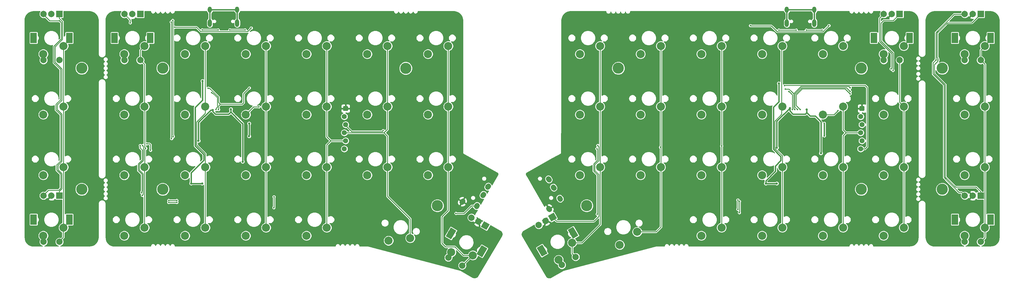
<source format=gtl>
G04 #@! TF.GenerationSoftware,KiCad,Pcbnew,(5.1.4-0-10_14)*
G04 #@! TF.CreationDate,2020-08-04T22:57:21-05:00*
G04 #@! TF.ProjectId,Dori,446f7269-2e6b-4696-9361-645f70636258,rev?*
G04 #@! TF.SameCoordinates,Original*
G04 #@! TF.FileFunction,Copper,L1,Top*
G04 #@! TF.FilePolarity,Positive*
%FSLAX46Y46*%
G04 Gerber Fmt 4.6, Leading zero omitted, Abs format (unit mm)*
G04 Created by KiCad (PCBNEW (5.1.4-0-10_14)) date 2020-08-04 22:57:21*
%MOMM*%
%LPD*%
G04 APERTURE LIST*
%ADD10C,2.540000*%
%ADD11C,3.500000*%
%ADD12C,2.000000*%
%ADD13R,2.000000X3.200000*%
%ADD14R,2.000000X2.000000*%
%ADD15C,1.600000*%
%ADD16C,1.600000*%
%ADD17C,0.100000*%
%ADD18C,1.600200*%
%ADD19O,1.300000X2.400000*%
%ADD20O,1.300000X1.900000*%
%ADD21C,0.500000*%
%ADD22C,0.700000*%
%ADD23C,0.250000*%
%ADD24C,0.400000*%
%ADD25C,0.254000*%
G04 APERTURE END LIST*
D10*
X180816250Y-95567500D03*
X187166250Y-93027500D03*
X98266250Y-95567500D03*
X104616250Y-93027500D03*
X285591250Y-95567500D03*
X291941250Y-93027500D03*
X266541250Y-95567500D03*
X272891250Y-93027500D03*
X218916250Y-76517500D03*
X225266250Y-73977500D03*
X387191250Y-57467500D03*
X393541250Y-54927500D03*
X387191250Y-76517500D03*
X393541250Y-73977500D03*
D11*
X380206250Y-100012500D03*
X380206250Y-61912500D03*
D12*
X361831250Y-59387500D03*
X366831250Y-59387500D03*
D13*
X358731250Y-52387500D03*
X369931250Y-52387500D03*
D12*
X361831250Y-44887500D03*
X364331250Y-44887500D03*
D14*
X366831250Y-44887500D03*
D12*
X387256650Y-116524800D03*
X392256650Y-116524800D03*
D13*
X384156650Y-109524800D03*
X395356650Y-109524800D03*
D12*
X387256650Y-102024800D03*
X389756650Y-102024800D03*
D14*
X392256650Y-102024800D03*
D12*
X387256650Y-59374800D03*
X392256650Y-59374800D03*
D13*
X384156650Y-52374800D03*
X395356650Y-52374800D03*
D12*
X387256650Y-44874800D03*
X389756650Y-44874800D03*
D14*
X392256650Y-44874800D03*
D10*
X387191250Y-114617500D03*
X393541250Y-112077500D03*
X387191250Y-95567500D03*
X393541250Y-93027500D03*
X323691250Y-114617500D03*
X330041250Y-112077500D03*
D11*
X110331250Y-100012500D03*
X354806250Y-61912500D03*
D15*
X256864392Y-106186087D03*
D16*
X256764392Y-106012882D02*
X256964392Y-106359292D01*
D15*
X260298108Y-102933459D03*
D16*
X260198108Y-102760254D02*
X260398108Y-103106664D01*
D15*
X256798108Y-96871281D03*
D16*
X256698108Y-96698076D02*
X256898108Y-97044486D01*
D15*
X258298108Y-99469358D03*
D16*
X258198108Y-99296153D02*
X258398108Y-99642563D01*
D15*
X236223108Y-101769358D03*
D16*
X236323108Y-101596153D02*
X236123108Y-101942563D01*
D15*
X237723108Y-99171281D03*
D16*
X237823108Y-98998076D02*
X237623108Y-99344486D01*
D15*
X234223108Y-105233459D03*
D16*
X234323108Y-105060254D02*
X234123108Y-105406664D01*
D15*
X229689392Y-103886087D03*
D16*
X229789392Y-103712882D02*
X229589392Y-104059292D01*
D12*
X98331650Y-116524800D03*
X103331650Y-116524800D03*
D13*
X95231650Y-109524800D03*
X106431650Y-109524800D03*
D12*
X98331650Y-102024800D03*
X100831650Y-102024800D03*
D14*
X103331650Y-102024800D03*
D12*
X98331650Y-59374800D03*
X103331650Y-59374800D03*
D13*
X95231650Y-52374800D03*
X106431650Y-52374800D03*
D12*
X98331650Y-44874800D03*
X100831650Y-44874800D03*
D14*
X103331650Y-44874800D03*
D10*
X98266250Y-114617500D03*
X104616250Y-112077500D03*
X98266250Y-76517500D03*
X104616250Y-73977500D03*
X98266250Y-57467500D03*
X104616250Y-54927500D03*
D17*
G36*
X355448712Y-73791826D02*
G01*
X355487546Y-73797587D01*
X355525628Y-73807126D01*
X355562593Y-73820352D01*
X355598082Y-73837137D01*
X355631756Y-73857321D01*
X355663289Y-73880707D01*
X355692378Y-73907072D01*
X355718743Y-73936161D01*
X355742129Y-73967694D01*
X355762313Y-74001368D01*
X355779098Y-74036857D01*
X355792324Y-74073822D01*
X355801863Y-74111904D01*
X355807624Y-74150738D01*
X355809550Y-74189950D01*
X355809550Y-74990050D01*
X355807624Y-75029262D01*
X355801863Y-75068096D01*
X355792324Y-75106178D01*
X355779098Y-75143143D01*
X355762313Y-75178632D01*
X355742129Y-75212306D01*
X355718743Y-75243839D01*
X355692378Y-75272928D01*
X355663289Y-75299293D01*
X355631756Y-75322679D01*
X355598082Y-75342863D01*
X355562593Y-75359648D01*
X355525628Y-75372874D01*
X355487546Y-75382413D01*
X355448712Y-75388174D01*
X355409500Y-75390100D01*
X354609400Y-75390100D01*
X354570188Y-75388174D01*
X354531354Y-75382413D01*
X354493272Y-75372874D01*
X354456307Y-75359648D01*
X354420818Y-75342863D01*
X354387144Y-75322679D01*
X354355611Y-75299293D01*
X354326522Y-75272928D01*
X354300157Y-75243839D01*
X354276771Y-75212306D01*
X354256587Y-75178632D01*
X354239802Y-75143143D01*
X354226576Y-75106178D01*
X354217037Y-75068096D01*
X354211276Y-75029262D01*
X354209350Y-74990050D01*
X354209350Y-74189950D01*
X354211276Y-74150738D01*
X354217037Y-74111904D01*
X354226576Y-74073822D01*
X354239802Y-74036857D01*
X354256587Y-74001368D01*
X354276771Y-73967694D01*
X354300157Y-73936161D01*
X354326522Y-73907072D01*
X354355611Y-73880707D01*
X354387144Y-73857321D01*
X354420818Y-73837137D01*
X354456307Y-73820352D01*
X354493272Y-73807126D01*
X354531354Y-73797587D01*
X354570188Y-73791826D01*
X354609400Y-73789900D01*
X355409500Y-73789900D01*
X355448712Y-73791826D01*
X355448712Y-73791826D01*
G37*
D18*
X355009450Y-74590000D03*
X354603050Y-77130000D03*
X355009450Y-79670000D03*
X354603050Y-82210000D03*
X355009450Y-84750000D03*
X354603050Y-87290000D03*
D19*
X331456250Y-47712500D03*
D20*
X331456250Y-43512500D03*
X340056250Y-43512500D03*
D19*
X340056250Y-47712500D03*
X331456250Y-47712500D03*
D11*
X221853125Y-105171875D03*
D12*
X260891186Y-123810979D03*
X265221314Y-121310979D03*
X254706508Y-119298801D03*
D17*
G36*
X253040483Y-118413160D02*
G01*
X254772533Y-117413160D01*
X256372533Y-120184442D01*
X254640483Y-121184442D01*
X253040483Y-118413160D01*
X253040483Y-118413160D01*
G37*
D12*
X264405992Y-113698801D03*
D17*
G36*
X262739967Y-112813160D02*
G01*
X264472017Y-111813160D01*
X266072017Y-114584442D01*
X264339967Y-115584442D01*
X262739967Y-112813160D01*
X262739967Y-112813160D01*
G37*
D12*
X253641186Y-111253610D03*
X255806250Y-110003610D03*
X257971314Y-108753610D03*
D17*
G36*
X256605289Y-108387585D02*
G01*
X258337339Y-107387585D01*
X259337339Y-109119635D01*
X257605289Y-110119635D01*
X256605289Y-108387585D01*
X256605289Y-108387585D01*
G37*
D12*
X225316186Y-121493428D03*
X229646314Y-123993428D03*
X226131508Y-113881250D03*
D17*
G36*
X226065483Y-111995609D02*
G01*
X227797533Y-112995609D01*
X226197533Y-115766891D01*
X224465483Y-114766891D01*
X226065483Y-111995609D01*
X226065483Y-111995609D01*
G37*
D12*
X235830992Y-119481250D03*
D17*
G36*
X235764967Y-117595609D02*
G01*
X237497017Y-118595609D01*
X235897017Y-121366891D01*
X234164967Y-120366891D01*
X235764967Y-117595609D01*
X235764967Y-117595609D01*
G37*
D12*
X232566186Y-108936059D03*
X234731250Y-110186059D03*
X236896314Y-111436059D03*
D17*
G36*
X236530289Y-110070034D02*
G01*
X238262339Y-111070034D01*
X237262339Y-112802084D01*
X235530289Y-111802084D01*
X236530289Y-110070034D01*
X236530289Y-110070034D01*
G37*
D12*
X123706250Y-59387500D03*
X128706250Y-59387500D03*
D13*
X120606250Y-52387500D03*
X131806250Y-52387500D03*
D12*
X123706250Y-44887500D03*
X126206250Y-44887500D03*
D14*
X128706250Y-44887500D03*
D17*
G36*
X193523712Y-73791826D02*
G01*
X193562546Y-73797587D01*
X193600628Y-73807126D01*
X193637593Y-73820352D01*
X193673082Y-73837137D01*
X193706756Y-73857321D01*
X193738289Y-73880707D01*
X193767378Y-73907072D01*
X193793743Y-73936161D01*
X193817129Y-73967694D01*
X193837313Y-74001368D01*
X193854098Y-74036857D01*
X193867324Y-74073822D01*
X193876863Y-74111904D01*
X193882624Y-74150738D01*
X193884550Y-74189950D01*
X193884550Y-74990050D01*
X193882624Y-75029262D01*
X193876863Y-75068096D01*
X193867324Y-75106178D01*
X193854098Y-75143143D01*
X193837313Y-75178632D01*
X193817129Y-75212306D01*
X193793743Y-75243839D01*
X193767378Y-75272928D01*
X193738289Y-75299293D01*
X193706756Y-75322679D01*
X193673082Y-75342863D01*
X193637593Y-75359648D01*
X193600628Y-75372874D01*
X193562546Y-75382413D01*
X193523712Y-75388174D01*
X193484500Y-75390100D01*
X192684400Y-75390100D01*
X192645188Y-75388174D01*
X192606354Y-75382413D01*
X192568272Y-75372874D01*
X192531307Y-75359648D01*
X192495818Y-75342863D01*
X192462144Y-75322679D01*
X192430611Y-75299293D01*
X192401522Y-75272928D01*
X192375157Y-75243839D01*
X192351771Y-75212306D01*
X192331587Y-75178632D01*
X192314802Y-75143143D01*
X192301576Y-75106178D01*
X192292037Y-75068096D01*
X192286276Y-75029262D01*
X192284350Y-74990050D01*
X192284350Y-74189950D01*
X192286276Y-74150738D01*
X192292037Y-74111904D01*
X192301576Y-74073822D01*
X192314802Y-74036857D01*
X192331587Y-74001368D01*
X192351771Y-73967694D01*
X192375157Y-73936161D01*
X192401522Y-73907072D01*
X192430611Y-73880707D01*
X192462144Y-73857321D01*
X192495818Y-73837137D01*
X192531307Y-73820352D01*
X192568272Y-73807126D01*
X192606354Y-73797587D01*
X192645188Y-73791826D01*
X192684400Y-73789900D01*
X193484500Y-73789900D01*
X193523712Y-73791826D01*
X193523712Y-73791826D01*
G37*
D18*
X193084450Y-74590000D03*
X192678050Y-77130000D03*
X193084450Y-79670000D03*
X192678050Y-82210000D03*
X193084450Y-84750000D03*
X192678050Y-87290000D03*
D19*
X150481250Y-47712500D03*
X159081250Y-47712500D03*
D20*
X159081250Y-43512500D03*
X150481250Y-43512500D03*
D19*
X150481250Y-47712500D03*
D10*
X123666250Y-57467500D03*
X130016250Y-54927500D03*
X142716250Y-57467500D03*
X149066250Y-54927500D03*
X161766250Y-57467500D03*
X168116250Y-54927500D03*
X187166250Y-54927500D03*
X180816250Y-57467500D03*
X199866250Y-57467500D03*
X206216250Y-54927500D03*
X218916250Y-57467500D03*
X225266250Y-54927500D03*
X266541250Y-57467500D03*
X272891250Y-54927500D03*
X285591250Y-57467500D03*
X291941250Y-54927500D03*
X304641250Y-57467500D03*
X310991250Y-54927500D03*
X323691250Y-57467500D03*
X330041250Y-54927500D03*
X342741250Y-57467500D03*
X349091250Y-54927500D03*
X361791250Y-57467500D03*
X368141250Y-54927500D03*
X123666250Y-76517500D03*
X130016250Y-73977500D03*
X142716250Y-76517500D03*
X149066250Y-73977500D03*
X161766250Y-76517500D03*
X168116250Y-73977500D03*
X180816250Y-76517500D03*
X187166250Y-73977500D03*
X199866250Y-76517500D03*
X206216250Y-73977500D03*
X266541250Y-76517500D03*
X272891250Y-73977500D03*
X285591250Y-76517500D03*
X291941250Y-73977500D03*
X304641250Y-76517500D03*
X310991250Y-73977500D03*
X323691250Y-76517500D03*
X330041250Y-73977500D03*
X342741250Y-76517500D03*
X349091250Y-73977500D03*
X361791250Y-76517500D03*
X368141250Y-73977500D03*
X123666250Y-95580200D03*
X130016250Y-93040200D03*
X142716250Y-95567500D03*
X149066250Y-93027500D03*
X161766250Y-95567500D03*
X168116250Y-93027500D03*
X199866250Y-95567500D03*
X206216250Y-93027500D03*
X218916250Y-95567500D03*
X225266250Y-93027500D03*
X304641250Y-95567500D03*
X310991250Y-93027500D03*
X323691250Y-95567500D03*
X330041250Y-93027500D03*
X342741250Y-95567500D03*
X349091250Y-93027500D03*
X123666250Y-114617500D03*
X130016250Y-112077500D03*
X142716250Y-114617500D03*
X149066250Y-112077500D03*
X161766250Y-114617500D03*
X168116250Y-112077500D03*
X180816250Y-114617500D03*
X187166250Y-112077500D03*
X206547676Y-116173946D03*
X213338706Y-115363995D03*
X232982460Y-120784253D03*
X226213198Y-119808958D03*
X279033852Y-117501895D03*
X284510080Y-113404942D03*
X304641250Y-114617500D03*
X310991250Y-112077500D03*
X342741250Y-114617500D03*
X349091250Y-112077500D03*
X259880898Y-122191909D03*
X264110160Y-116817204D03*
X361791250Y-95580200D03*
X368141250Y-93040200D03*
X361791250Y-114617500D03*
X368141250Y-112077500D03*
D11*
X135731250Y-61912500D03*
X211931250Y-61940000D03*
X135731250Y-100012500D03*
X278606250Y-61912500D03*
X268684375Y-105171875D03*
X354806250Y-100012500D03*
X110331250Y-61912500D03*
D21*
X165900000Y-74050000D03*
X347500000Y-75250000D03*
D22*
X151433000Y-75057000D03*
X146968002Y-84738002D03*
X160782000Y-91313000D03*
X148082000Y-98171000D03*
X144653000Y-98171000D03*
X157100000Y-74800000D03*
X148200000Y-65950000D03*
D21*
X156770999Y-49848002D03*
X161544000Y-49848003D03*
X153087999Y-49848002D03*
X148082000Y-49848003D03*
X124184996Y-47554996D03*
X233320000Y-116280000D03*
X233320000Y-116280000D03*
X125857000Y-49276000D03*
X141859000Y-85852000D03*
X166650000Y-77450000D03*
X227661908Y-107572000D03*
X337566000Y-49911000D03*
X342519000Y-49911000D03*
X334391000Y-49911000D03*
X328930000Y-49911000D03*
X330773643Y-67371357D03*
X204862000Y-81534000D03*
X153211000Y-74930000D03*
X162873377Y-68131377D03*
X149987000Y-68199000D03*
X151070999Y-69575002D03*
X152417499Y-74930000D03*
X163460000Y-49276000D03*
X139446000Y-49022000D03*
X130351000Y-87122000D03*
X131893999Y-87736002D03*
X130750999Y-85704002D03*
X170610000Y-102362000D03*
X170561000Y-105791000D03*
X333983000Y-74930000D03*
X330962000Y-68450000D03*
X351282000Y-68072000D03*
X333221000Y-74930000D03*
X344651000Y-48514000D03*
X332133000Y-69215000D03*
X320040000Y-48514000D03*
X291849999Y-86771999D03*
X310991250Y-86379000D03*
X316076000Y-106299000D03*
X316079000Y-103378000D03*
X316551623Y-107374377D03*
X316584000Y-103786000D03*
X389763000Y-98679000D03*
X322326000Y-85598000D03*
X390779000Y-47244000D03*
X347250000Y-77100000D03*
D22*
X332400000Y-74490000D03*
X328331500Y-86931500D03*
X324866000Y-98171000D03*
X328295000Y-98171000D03*
X342138000Y-88646000D03*
X337700000Y-74900000D03*
X328950000Y-66700000D03*
X162819998Y-79305002D03*
X162800000Y-83300000D03*
D21*
X343177000Y-79223000D03*
X343200000Y-83200000D03*
X138984990Y-83439000D03*
X138860000Y-46863000D03*
X138352000Y-47371000D03*
X103300000Y-46990000D03*
X138479990Y-84057982D03*
X125534048Y-47634303D03*
X335661000Y-74930000D03*
X351282000Y-69977000D03*
X364744000Y-62611000D03*
X378841000Y-59309000D03*
X334772000Y-74930000D03*
X351282000Y-69215000D03*
X364109000Y-62103000D03*
X378206000Y-59309000D03*
X137590000Y-104140000D03*
X140130000Y-104140000D03*
X129350698Y-101927302D03*
X129413000Y-86233000D03*
X137590000Y-103509997D03*
X140130000Y-103505000D03*
X128651000Y-86233000D03*
X129084989Y-101092000D03*
X272134000Y-86233000D03*
X271863724Y-87265276D03*
X271964989Y-107823000D03*
D23*
X164233750Y-74050000D02*
X165900000Y-74050000D01*
X161766250Y-76517500D02*
X164233750Y-74050000D01*
X346232500Y-76517500D02*
X347500000Y-75250000D01*
X342741250Y-76517500D02*
X346232500Y-76517500D01*
D24*
X150798001Y-75057000D02*
X146968002Y-78886998D01*
X151433000Y-75057000D02*
X150798001Y-75057000D01*
X146968002Y-78886998D02*
X146968002Y-84738002D01*
X148082000Y-98171000D02*
X144653000Y-98171000D01*
X151433000Y-75551974D02*
X152231026Y-76350000D01*
X151433000Y-75057000D02*
X151433000Y-75551974D01*
X152231026Y-76350000D02*
X156450000Y-76350000D01*
X157100000Y-75700000D02*
X157100000Y-74800000D01*
X156450000Y-76350000D02*
X157100000Y-75700000D01*
X160267000Y-78867000D02*
X157100000Y-75700000D01*
X144653000Y-95303000D02*
X144653000Y-98171000D01*
X144653000Y-94797000D02*
X144653000Y-95303000D01*
X148611240Y-90838760D02*
X144653000Y-94797000D01*
X148611240Y-89028719D02*
X148611240Y-90838760D01*
X145907991Y-86325470D02*
X148611240Y-89028719D01*
X145907991Y-74242009D02*
X145907991Y-86325470D01*
X148200000Y-71950000D02*
X145907991Y-74242009D01*
X148200000Y-65950000D02*
X148200000Y-71950000D01*
X160782000Y-79382000D02*
X160267000Y-78867000D01*
X160782000Y-91313000D02*
X160782000Y-79382000D01*
D23*
X156770999Y-49848002D02*
X159818999Y-49848002D01*
X161543999Y-49848002D02*
X161544000Y-49848003D01*
X159818999Y-49848002D02*
X161543999Y-49848002D01*
X153087999Y-49848002D02*
X150039999Y-49848002D01*
X149655000Y-49848002D02*
X150039999Y-49848002D01*
X148082001Y-49848002D02*
X148082000Y-49848003D01*
X149655000Y-49848002D02*
X148082001Y-49848002D01*
X124184996Y-47603996D02*
X125857000Y-49276000D01*
X124184996Y-47554996D02*
X124184996Y-47603996D01*
X230199057Y-107572000D02*
X227661908Y-107572000D01*
X232537598Y-105233459D02*
X230199057Y-107572000D01*
X234223108Y-105233459D02*
X232537598Y-105233459D01*
X337566000Y-49911000D02*
X340333000Y-49911000D01*
X340333000Y-49911000D02*
X342519000Y-49911000D01*
X334391000Y-49911000D02*
X331316000Y-49911000D01*
X331316000Y-49911000D02*
X328930000Y-49911000D01*
X354336800Y-87290000D02*
X355940000Y-87290000D01*
X355940000Y-87290000D02*
X356616000Y-86614000D01*
X355941814Y-67270814D02*
X356616000Y-67945000D01*
X330874186Y-67270814D02*
X355941814Y-67270814D01*
X330773643Y-67371357D02*
X330874186Y-67270814D01*
X356616000Y-86614000D02*
X356616000Y-67945000D01*
X192863200Y-79670000D02*
X195023190Y-81829990D01*
X204566010Y-81829990D02*
X204862000Y-81534000D01*
X195023190Y-81829990D02*
X204566010Y-81829990D01*
X225266250Y-54927500D02*
X225266250Y-103917750D01*
X230004253Y-120784253D02*
X232982460Y-120784253D01*
X227342701Y-118122701D02*
X230004253Y-120784253D01*
X224421701Y-118122701D02*
X227342701Y-118122701D01*
X223316799Y-117017799D02*
X224421701Y-118122701D01*
X232855489Y-120784253D02*
X232982460Y-120784253D01*
X229646314Y-123993428D02*
X232855489Y-120784253D01*
X225266250Y-103917750D02*
X225266250Y-106711750D01*
X225266250Y-106711750D02*
X223316799Y-108661201D01*
X223316799Y-108661201D02*
X223316799Y-117017799D01*
X205127500Y-82210000D02*
X206216250Y-81121250D01*
X192456800Y-82210000D02*
X205127500Y-82210000D01*
X206216250Y-54927500D02*
X206216250Y-81121250D01*
X206216250Y-83298750D02*
X205127500Y-82210000D01*
X206216250Y-102203250D02*
X206216250Y-83298750D01*
X213338706Y-109325706D02*
X206216250Y-102203250D01*
X213338706Y-115363995D02*
X213338706Y-109325706D01*
X187166250Y-112077500D02*
X187166250Y-86010750D01*
X188427000Y-84750000D02*
X187166250Y-86010750D01*
X192863200Y-84750000D02*
X188427000Y-84750000D01*
X187166250Y-83489250D02*
X188427000Y-84750000D01*
X187166250Y-54927500D02*
X187166250Y-83489250D01*
X153765029Y-73232971D02*
X153211000Y-73787000D01*
X153211000Y-72678942D02*
X153765029Y-73232971D01*
X153211000Y-70967601D02*
X153211000Y-72678942D01*
X153185601Y-70967601D02*
X150417000Y-68199000D01*
X153211000Y-70967601D02*
X153185601Y-70967601D01*
X153211000Y-73787000D02*
X153211000Y-74930000D01*
X149987000Y-68199000D02*
X150417000Y-68199000D01*
X161085000Y-69919754D02*
X162873377Y-68131377D01*
X160623029Y-73232971D02*
X161085000Y-72771000D01*
X161085000Y-72771000D02*
X161085000Y-69919754D01*
X153765029Y-73232971D02*
X160623029Y-73232971D01*
X147646003Y-50353003D02*
X146315000Y-49022000D01*
X162382997Y-50353003D02*
X147646003Y-50353003D01*
X163460000Y-49276000D02*
X162382997Y-50353003D01*
X146315000Y-49022000D02*
X139446000Y-49022000D01*
X152417499Y-74563491D02*
X152417499Y-74930000D01*
X151070999Y-69575002D02*
X151320998Y-69825001D01*
X151320998Y-69825001D02*
X151505587Y-69825001D01*
X152830990Y-71150404D02*
X152830990Y-74150000D01*
X152830990Y-74150000D02*
X152417499Y-74563491D01*
X151505587Y-69825001D02*
X152830990Y-71150404D01*
X130351000Y-87122000D02*
X130052499Y-86823499D01*
X130052499Y-74062502D02*
X129969999Y-73980002D01*
X130052499Y-86823499D02*
X130052499Y-74062502D01*
X130351000Y-87122000D02*
X130052499Y-87420501D01*
X130052499Y-92897502D02*
X129969999Y-92980002D01*
X130052499Y-87420501D02*
X130052499Y-92897502D01*
X129969999Y-111979622D02*
X129969619Y-111980002D01*
X129969999Y-92980002D02*
X129969999Y-111979622D01*
X128706250Y-56237500D02*
X128706250Y-59387500D01*
X130016250Y-54927500D02*
X128706250Y-56237500D01*
X130016250Y-60697500D02*
X128706250Y-59387500D01*
X130016250Y-73977500D02*
X130016250Y-60697500D01*
X131893999Y-86493449D02*
X131893999Y-87736002D01*
X130750999Y-85704002D02*
X131600002Y-85704002D01*
X131893999Y-85997999D02*
X131893999Y-86493449D01*
X131600002Y-85704002D02*
X131893999Y-85997999D01*
X170610000Y-102997000D02*
X170610000Y-105156000D01*
X170610000Y-102362000D02*
X170610000Y-102997000D01*
X170610000Y-105742000D02*
X170561000Y-105791000D01*
X170610000Y-105156000D02*
X170610000Y-105742000D01*
X168116250Y-54927500D02*
X168116250Y-112077500D01*
X368141250Y-112077500D02*
X368141250Y-73977500D01*
X366831250Y-72667500D02*
X368141250Y-73977500D01*
X366831250Y-59387500D02*
X366831250Y-72667500D01*
X354336800Y-82210000D02*
X350026000Y-82210000D01*
X349091250Y-81275250D02*
X350026000Y-82210000D01*
X349091250Y-73977500D02*
X349091250Y-81275250D01*
X349091250Y-83144750D02*
X350026000Y-82210000D01*
X349091250Y-93027500D02*
X349091250Y-83144750D01*
X349091250Y-93027500D02*
X349091250Y-112077500D01*
X329849169Y-73979812D02*
X329849169Y-54979862D01*
X329849169Y-76397351D02*
X329849169Y-73979812D01*
X327710000Y-78536519D02*
X329849169Y-76397351D01*
X327710000Y-87199000D02*
X327710000Y-78536519D01*
X330041250Y-89530250D02*
X327710000Y-87199000D01*
X330041250Y-93027500D02*
X330041250Y-89530250D01*
X330041250Y-93027500D02*
X330041250Y-112077500D01*
X333983000Y-74930000D02*
X333601010Y-74548010D01*
X333601010Y-74548010D02*
X333601010Y-69935608D01*
X333601010Y-69935608D02*
X333643392Y-69935608D01*
X333643392Y-69935608D02*
X335928176Y-67650824D01*
X335928176Y-67650824D02*
X346769824Y-67650824D01*
X332115402Y-68450000D02*
X330962000Y-68450000D01*
X332746701Y-69081299D02*
X332115402Y-68450000D01*
X333601010Y-69935608D02*
X332746701Y-69081299D01*
X350860824Y-67650824D02*
X351282000Y-68072000D01*
X346769824Y-67650824D02*
X350860824Y-67650824D01*
X333221000Y-74930000D02*
X333221000Y-70231000D01*
X332205000Y-69215000D02*
X332133000Y-69215000D01*
X333221000Y-70231000D02*
X332205000Y-69215000D01*
X320099377Y-48573377D02*
X320040000Y-48514000D01*
X328419001Y-50416001D02*
X326576377Y-48573377D01*
X326576377Y-48573377D02*
X320099377Y-48573377D01*
X342748999Y-50416001D02*
X328419001Y-50416001D01*
X344651000Y-48514000D02*
X342748999Y-50416001D01*
X291941250Y-54927500D02*
X291941250Y-111888751D01*
X290425059Y-113404942D02*
X291941250Y-111888751D01*
X284510080Y-113404942D02*
X290425059Y-113404942D01*
X310991250Y-54927500D02*
X310991250Y-112077500D01*
X316073001Y-104396999D02*
X316076000Y-104394000D01*
X316076000Y-104399998D02*
X316073001Y-104396999D01*
X316076000Y-106299000D02*
X316076000Y-104399998D01*
X316079000Y-104396998D02*
X316076000Y-104399998D01*
X316079000Y-103378000D02*
X316079000Y-104396998D01*
X316584000Y-104902000D02*
X316581000Y-104899000D01*
X316581000Y-107345000D02*
X316551623Y-107374377D01*
X316581000Y-104899000D02*
X316581000Y-107345000D01*
X316581000Y-103789000D02*
X316584000Y-103786000D01*
X316581000Y-104899000D02*
X316581000Y-103789000D01*
X149066250Y-76145271D02*
X146363001Y-78848518D01*
X149066250Y-73977500D02*
X149066250Y-76145271D01*
X149066250Y-73977500D02*
X149066250Y-54927500D01*
X149066250Y-88840248D02*
X146363001Y-86136999D01*
X149066250Y-93027500D02*
X149066250Y-88840248D01*
X146363001Y-78848518D02*
X146363001Y-86136999D01*
X149066250Y-112077500D02*
X149066250Y-93027500D01*
X272891250Y-54927500D02*
X272891250Y-93027500D01*
X272891250Y-93027500D02*
X272891250Y-111093415D01*
X267167462Y-116817204D02*
X268001833Y-115982833D01*
X264110160Y-116817204D02*
X267167462Y-116817204D01*
X272891250Y-111093415D02*
X268001833Y-115982833D01*
X264110160Y-120199825D02*
X265221314Y-121310979D01*
X264110160Y-116817204D02*
X264110160Y-120199825D01*
D24*
X328331500Y-78558500D02*
X328667000Y-78223000D01*
X328331500Y-86931500D02*
X328331500Y-78558500D01*
X328667000Y-78223000D02*
X332400000Y-74490000D01*
X324866000Y-98171000D02*
X328295000Y-98171000D01*
X332400000Y-74490000D02*
X332400000Y-75350000D01*
X332400000Y-75350000D02*
X333400000Y-76350000D01*
X333400000Y-76350000D02*
X337250000Y-76350000D01*
X337700000Y-75900000D02*
X337700000Y-74900000D01*
X337250000Y-76350000D02*
X337700000Y-75900000D01*
X324866000Y-97334000D02*
X324866000Y-98171000D01*
X327850000Y-94350000D02*
X324866000Y-97334000D01*
X329586240Y-89718720D02*
X329586240Y-90963760D01*
X327254990Y-87387471D02*
X329586240Y-89718720D01*
X329586240Y-90963760D02*
X327850000Y-92700000D01*
X328950000Y-72450000D02*
X327254990Y-74145010D01*
X327850000Y-92700000D02*
X327850000Y-94350000D01*
X327254990Y-74145010D02*
X327254990Y-87387471D01*
X328950000Y-66700000D02*
X328950000Y-72450000D01*
X338800000Y-77000000D02*
X337700000Y-75900000D01*
X342138000Y-78738000D02*
X340400000Y-77000000D01*
X340400000Y-77000000D02*
X338800000Y-77000000D01*
X342138000Y-88646000D02*
X342138000Y-78738000D01*
X162819998Y-83280002D02*
X162800000Y-83300000D01*
X162819998Y-79305002D02*
X162819998Y-83280002D01*
X343177000Y-83177000D02*
X343200000Y-83200000D01*
X343177000Y-79223000D02*
X343177000Y-83177000D01*
D23*
X138984990Y-83439000D02*
X138984990Y-83085447D01*
X138984990Y-83085447D02*
X138860000Y-82960457D01*
X138860000Y-82960457D02*
X138860000Y-46863000D01*
X104104579Y-95087579D02*
X104104579Y-99797519D01*
X102870000Y-92456000D02*
X102870000Y-93853000D01*
X104104580Y-91221420D02*
X102870000Y-92456000D01*
X102870000Y-93853000D02*
X104104579Y-95087579D01*
X104104580Y-76407580D02*
X104104580Y-91221420D01*
X102627000Y-74930000D02*
X104104580Y-76407580D01*
X102627000Y-73444000D02*
X102627000Y-74930000D01*
X101970085Y-60011085D02*
X104062000Y-62103000D01*
X103225086Y-46177162D02*
X104291924Y-47244000D01*
X104062000Y-72009000D02*
X102627000Y-73444000D01*
X101970085Y-55177915D02*
X101970085Y-60011085D01*
X104291924Y-47244000D02*
X104291924Y-52856076D01*
X103225086Y-100677012D02*
X103225086Y-101927012D01*
X104291924Y-52856076D02*
X101970085Y-55177915D01*
X104104579Y-99797519D02*
X103225086Y-100677012D01*
X104062000Y-62103000D02*
X104062000Y-72009000D01*
X103225086Y-44927162D02*
X103225086Y-46177162D01*
X123685399Y-45785654D02*
X123685399Y-44927302D01*
X98225086Y-44927162D02*
X100251169Y-46953245D01*
X103263245Y-46953245D02*
X103300000Y-46990000D01*
X100251169Y-46953245D02*
X103263245Y-46953245D01*
X138479990Y-47498990D02*
X138352000Y-47371000D01*
X138479990Y-84057982D02*
X138479990Y-47498990D01*
X125534048Y-46715298D02*
X125534048Y-47634303D01*
X123706250Y-44887500D02*
X125534048Y-46715298D01*
X99822098Y-100330000D02*
X98225086Y-101927012D01*
X103034684Y-100330000D02*
X99822098Y-100330000D01*
X103724570Y-99640114D02*
X103034684Y-100330000D01*
X102489990Y-94010405D02*
X103724569Y-95244984D01*
X102489990Y-92298595D02*
X102489990Y-94010405D01*
X103724570Y-76564984D02*
X103724570Y-91064016D01*
X102246000Y-75086414D02*
X103724570Y-76564984D01*
X103681990Y-62260405D02*
X103681990Y-66674010D01*
X103681000Y-71852586D02*
X102604675Y-72928910D01*
X103724569Y-95244984D02*
X103724570Y-99640114D01*
X103911914Y-47601914D02*
X103911914Y-52698671D01*
X103681000Y-66675000D02*
X103681000Y-71852586D01*
X103724570Y-91064016D02*
X102489990Y-92298595D01*
X103911914Y-52698671D02*
X101590075Y-55020510D01*
X101590075Y-55020510D02*
X101590075Y-60168490D01*
X103681990Y-66674010D02*
X103681000Y-66675000D01*
X102604675Y-72928910D02*
X102596090Y-72928910D01*
X101590075Y-60168490D02*
X103681990Y-62260405D01*
X102246000Y-73279000D02*
X102246000Y-75086414D01*
X102596090Y-72928910D02*
X102246000Y-73279000D01*
X103300000Y-46990000D02*
X103911914Y-47601914D01*
X335661000Y-74930000D02*
X334361030Y-73630030D01*
X334361030Y-73630030D02*
X334361030Y-70292799D01*
X334361030Y-70292799D02*
X336242985Y-68410844D01*
X349715844Y-68410844D02*
X351282000Y-69977000D01*
X336242985Y-68410844D02*
X349715844Y-68410844D01*
X361823000Y-46863000D02*
X360944480Y-47741520D01*
X364744000Y-57118606D02*
X364744000Y-57277000D01*
X360944480Y-53319086D02*
X364744000Y-57118606D01*
X360944480Y-47741520D02*
X360944480Y-53319086D01*
X364744000Y-62611000D02*
X364744000Y-57277000D01*
X381127000Y-96139000D02*
X384302000Y-99314000D01*
X381127000Y-72517000D02*
X381127000Y-96139000D01*
X381126010Y-72516010D02*
X381127000Y-72517000D01*
X381126010Y-67055010D02*
X381126010Y-72516010D01*
X377698000Y-60805553D02*
X377698000Y-63627000D01*
X378841000Y-59662553D02*
X377698000Y-60805553D01*
X377698000Y-63627000D02*
X381126010Y-67055010D01*
X378841000Y-59309000D02*
X378841000Y-59662553D01*
X366831250Y-44887500D02*
X366831250Y-44902750D01*
X364871000Y-46863000D02*
X364363000Y-46863000D01*
X366831250Y-44902750D02*
X364871000Y-46863000D01*
X364363000Y-46863000D02*
X361823000Y-46863000D01*
X364628631Y-46863000D02*
X364363000Y-46863000D01*
X390795850Y-99314000D02*
X390525000Y-99314000D01*
X392256650Y-100774800D02*
X390795850Y-99314000D01*
X392256650Y-102024800D02*
X392256650Y-100774800D01*
X390525000Y-99314000D02*
X390649400Y-99314000D01*
X384302000Y-99314000D02*
X390525000Y-99314000D01*
X378841000Y-58801990D02*
X378841000Y-59309000D01*
X378586010Y-58547000D02*
X378841000Y-58801990D01*
X378586010Y-50830404D02*
X378586010Y-58547000D01*
X381791414Y-47625000D02*
X378586010Y-50830404D01*
X392256650Y-44877350D02*
X389509000Y-47625000D01*
X392256650Y-44874800D02*
X392256650Y-44877350D01*
X389509000Y-47625000D02*
X381791414Y-47625000D01*
X334772000Y-74930000D02*
X333981020Y-74139020D01*
X333981020Y-74139020D02*
X333981020Y-70135395D01*
X333981020Y-70135395D02*
X336085581Y-68030834D01*
X350097834Y-68030834D02*
X351282000Y-69215000D01*
X336085581Y-68030834D02*
X350097834Y-68030834D01*
X364109000Y-62103000D02*
X364363990Y-61848010D01*
X360564470Y-53476490D02*
X364363990Y-57276010D01*
X364363990Y-61848010D02*
X364363990Y-57276010D01*
X383951700Y-44927300D02*
X378206000Y-50673000D01*
X387025400Y-44927300D02*
X383951700Y-44927300D01*
X378206000Y-59309000D02*
X378206000Y-50673000D01*
X380746000Y-96295414D02*
X385390587Y-100940001D01*
X380746000Y-67212414D02*
X380746000Y-96295414D01*
X377317991Y-63784405D02*
X380746000Y-67212414D01*
X377317991Y-60197009D02*
X377317991Y-63784405D01*
X378206000Y-59309000D02*
X377317991Y-60197009D01*
X360564470Y-46154280D02*
X361831250Y-44887500D01*
X360564470Y-46874470D02*
X360564470Y-46154280D01*
X360564470Y-46874470D02*
X360564470Y-53476490D01*
X385475387Y-101024801D02*
X385390587Y-100940001D01*
X386256651Y-101024801D02*
X385475387Y-101024801D01*
X387256650Y-102024800D02*
X386256651Y-101024801D01*
X137590000Y-104140000D02*
X140130000Y-104140000D01*
X129589989Y-101688011D02*
X129350698Y-101927302D01*
X129589989Y-95123989D02*
X129589989Y-101688011D01*
X128397000Y-93931000D02*
X129589989Y-95123989D01*
X128397000Y-92202000D02*
X128397000Y-93931000D01*
X129672489Y-90926511D02*
X128397000Y-92202000D01*
X129662999Y-86482999D02*
X129671001Y-86482999D01*
X129671001Y-86482999D02*
X129672489Y-86481511D01*
X129672489Y-86481511D02*
X129672489Y-90926511D01*
X129413000Y-86233000D02*
X129662999Y-86482999D01*
X140125003Y-103509997D02*
X140130000Y-103505000D01*
X137590000Y-103509997D02*
X140125003Y-103509997D01*
X128016990Y-94088404D02*
X129209979Y-95281393D01*
X129209979Y-95281393D02*
X129209979Y-100613457D01*
X129292479Y-87636479D02*
X129292479Y-90769107D01*
X128016990Y-92044595D02*
X128016990Y-94088404D01*
X129209979Y-100613457D02*
X129084989Y-100738447D01*
X129292479Y-90769107D02*
X128016990Y-92044595D01*
X128651000Y-86995000D02*
X129292479Y-87636479D01*
X129084989Y-100738447D02*
X129084989Y-101092000D01*
X128651000Y-86233000D02*
X128651000Y-86995000D01*
X271245000Y-94107000D02*
X272469989Y-95331989D01*
X272469989Y-95331989D02*
X272469989Y-108530011D01*
X272469989Y-91004011D02*
X271245000Y-92229000D01*
X272469989Y-108530011D02*
X270968890Y-110031110D01*
X272469989Y-86568989D02*
X272469989Y-91004011D01*
X271245000Y-92229000D02*
X271245000Y-94107000D01*
X272134000Y-86233000D02*
X272469989Y-86568989D01*
X259248814Y-110031110D02*
X259510110Y-110031110D01*
X257971314Y-108753610D02*
X259248814Y-110031110D01*
X270968890Y-110031110D02*
X259510110Y-110031110D01*
X272089979Y-107698010D02*
X271964989Y-107823000D01*
X270864990Y-94264405D02*
X272089979Y-95489393D01*
X272089979Y-95489393D02*
X272089979Y-107698010D01*
X271863724Y-87265276D02*
X272089979Y-87491531D01*
X272089979Y-90846607D02*
X270864990Y-92071596D01*
X272089979Y-87491531D02*
X272089979Y-90846607D01*
X270864990Y-92071596D02*
X270864990Y-94264405D01*
X104509686Y-115142412D02*
X103225086Y-116427012D01*
X104509686Y-111979712D02*
X104509686Y-115142412D01*
X104616250Y-54927500D02*
X104616250Y-73977500D01*
X104616250Y-112077500D02*
X104616250Y-73977500D01*
X393541250Y-115240200D02*
X392256650Y-116524800D01*
X393541250Y-112077500D02*
X393541250Y-115240200D01*
X393541250Y-60659400D02*
X392256650Y-59374800D01*
X393541250Y-112077500D02*
X393541250Y-60659400D01*
X392256650Y-56212100D02*
X392256650Y-59374800D01*
X393541250Y-54927500D02*
X392256650Y-56212100D01*
D24*
X159081250Y-43512500D02*
X159081250Y-47712500D01*
X159081250Y-43512500D02*
X150481250Y-43512500D01*
X150481250Y-43512500D02*
X150481250Y-47712500D01*
X340056250Y-43512500D02*
X340056250Y-47712500D01*
D23*
X331755756Y-43512500D02*
X331754481Y-43513870D01*
D24*
X340056250Y-43512500D02*
X331755756Y-43512500D01*
D23*
X331456250Y-43734797D02*
X331525943Y-43665104D01*
D24*
X331456250Y-47712500D02*
X331456250Y-43734797D01*
D25*
G36*
X330444110Y-44013827D02*
G01*
X330502836Y-44207417D01*
X330598200Y-44385831D01*
X330726539Y-44542212D01*
X330879251Y-44667540D01*
X330879250Y-46307460D01*
X330726538Y-46432788D01*
X330598199Y-46589169D01*
X330502835Y-46767584D01*
X330444110Y-46961174D01*
X330429250Y-47112050D01*
X330429251Y-48312951D01*
X330444111Y-48463827D01*
X330502836Y-48657417D01*
X330598200Y-48835831D01*
X330726539Y-48992212D01*
X330882920Y-49120551D01*
X331061334Y-49215915D01*
X331254924Y-49274640D01*
X331456250Y-49294469D01*
X331657577Y-49274640D01*
X331851167Y-49215915D01*
X332029581Y-49120551D01*
X332185962Y-48992212D01*
X332314301Y-48835831D01*
X332409665Y-48657417D01*
X332468390Y-48463827D01*
X332483250Y-48312951D01*
X332483250Y-47749876D01*
X332533728Y-47783605D01*
X332661484Y-47836523D01*
X332797109Y-47863500D01*
X332935391Y-47863500D01*
X333071016Y-47836523D01*
X333198772Y-47783605D01*
X333313749Y-47706779D01*
X333411529Y-47608999D01*
X333488355Y-47494022D01*
X333541273Y-47366266D01*
X333568250Y-47230641D01*
X333568250Y-47092359D01*
X333541273Y-46956734D01*
X333488355Y-46828978D01*
X333411529Y-46714001D01*
X333313749Y-46616221D01*
X333198772Y-46539395D01*
X333071016Y-46486477D01*
X332935391Y-46459500D01*
X332797109Y-46459500D01*
X332661484Y-46486477D01*
X332533728Y-46539395D01*
X332418751Y-46616221D01*
X332360107Y-46674865D01*
X332314301Y-46589169D01*
X332185962Y-46432788D01*
X332033250Y-46307460D01*
X332033250Y-44667540D01*
X332185962Y-44542212D01*
X332314301Y-44385831D01*
X332409665Y-44207416D01*
X332445434Y-44089500D01*
X339067066Y-44089500D01*
X339102836Y-44207417D01*
X339198200Y-44385831D01*
X339326539Y-44542212D01*
X339479250Y-44667539D01*
X339479251Y-46307460D01*
X339326538Y-46432788D01*
X339198199Y-46589169D01*
X339152394Y-46674866D01*
X339093749Y-46616221D01*
X338978772Y-46539395D01*
X338851016Y-46486477D01*
X338715391Y-46459500D01*
X338577109Y-46459500D01*
X338441484Y-46486477D01*
X338313728Y-46539395D01*
X338198751Y-46616221D01*
X338100971Y-46714001D01*
X338024145Y-46828978D01*
X337971227Y-46956734D01*
X337944250Y-47092359D01*
X337944250Y-47230641D01*
X337971227Y-47366266D01*
X338024145Y-47494022D01*
X338100971Y-47608999D01*
X338198751Y-47706779D01*
X338313728Y-47783605D01*
X338441484Y-47836523D01*
X338577109Y-47863500D01*
X338715391Y-47863500D01*
X338851016Y-47836523D01*
X338978772Y-47783605D01*
X339029251Y-47749876D01*
X339029251Y-48312951D01*
X339044111Y-48463827D01*
X339102836Y-48657417D01*
X339198200Y-48835831D01*
X339326539Y-48992212D01*
X339482920Y-49120551D01*
X339661334Y-49215915D01*
X339854924Y-49274640D01*
X340056250Y-49294469D01*
X340257577Y-49274640D01*
X340451167Y-49215915D01*
X340629581Y-49120551D01*
X340785962Y-48992212D01*
X340914301Y-48835831D01*
X341009665Y-48657417D01*
X341068390Y-48463827D01*
X341083250Y-48312951D01*
X341083250Y-47112049D01*
X341068390Y-46961173D01*
X341009665Y-46767583D01*
X340914301Y-46589169D01*
X340785962Y-46432788D01*
X340633250Y-46307460D01*
X340633250Y-44667540D01*
X340785962Y-44542212D01*
X340914301Y-44385831D01*
X341009665Y-44207416D01*
X341068390Y-44013826D01*
X341068765Y-44010016D01*
X341133162Y-44029458D01*
X341168884Y-44036531D01*
X341204539Y-44044110D01*
X341210122Y-44044696D01*
X341310771Y-44054565D01*
X341310773Y-44054565D01*
X341330179Y-44056480D01*
X350857172Y-44058253D01*
X350874570Y-44056543D01*
X350879475Y-44056577D01*
X350885062Y-44056029D01*
X350981250Y-44045919D01*
X350981250Y-44129653D01*
X351011109Y-44279768D01*
X351069681Y-44421173D01*
X351154714Y-44548434D01*
X351262941Y-44656661D01*
X351390202Y-44741694D01*
X351531607Y-44800266D01*
X351681722Y-44830125D01*
X351834778Y-44830125D01*
X351984893Y-44800266D01*
X352126298Y-44741694D01*
X352253559Y-44656661D01*
X352361786Y-44548434D01*
X352446819Y-44421173D01*
X352505391Y-44279768D01*
X352520250Y-44205065D01*
X352535109Y-44279768D01*
X352593681Y-44421173D01*
X352678714Y-44548434D01*
X352786941Y-44656661D01*
X352914202Y-44741694D01*
X353055607Y-44800266D01*
X353205722Y-44830125D01*
X353358778Y-44830125D01*
X353508893Y-44800266D01*
X353650298Y-44741694D01*
X353777559Y-44656661D01*
X353885786Y-44548434D01*
X353970819Y-44421173D01*
X354029391Y-44279768D01*
X354044250Y-44205065D01*
X354059109Y-44279768D01*
X354117681Y-44421173D01*
X354202714Y-44548434D01*
X354310941Y-44656661D01*
X354438202Y-44741694D01*
X354579607Y-44800266D01*
X354729722Y-44830125D01*
X354882778Y-44830125D01*
X355032893Y-44800266D01*
X355174298Y-44741694D01*
X355301559Y-44656661D01*
X355409786Y-44548434D01*
X355494819Y-44421173D01*
X355553391Y-44279768D01*
X355568250Y-44205065D01*
X355583109Y-44279768D01*
X355641681Y-44421173D01*
X355726714Y-44548434D01*
X355834941Y-44656661D01*
X355962202Y-44741694D01*
X356103607Y-44800266D01*
X356253722Y-44830125D01*
X356406778Y-44830125D01*
X356556893Y-44800266D01*
X356698298Y-44741694D01*
X356825559Y-44656661D01*
X356933786Y-44548434D01*
X357018819Y-44421173D01*
X357077391Y-44279768D01*
X357092250Y-44205065D01*
X357107109Y-44279768D01*
X357165681Y-44421173D01*
X357250714Y-44548434D01*
X357358941Y-44656661D01*
X357486202Y-44741694D01*
X357627607Y-44800266D01*
X357777722Y-44830125D01*
X357930778Y-44830125D01*
X358080893Y-44800266D01*
X358222298Y-44741694D01*
X358349559Y-44656661D01*
X358457786Y-44548434D01*
X358542819Y-44421173D01*
X358601391Y-44279768D01*
X358631250Y-44129653D01*
X358631250Y-44046083D01*
X358735487Y-44056303D01*
X358755253Y-44058250D01*
X360729233Y-44058250D01*
X360610968Y-44235246D01*
X360507167Y-44485844D01*
X360454250Y-44751877D01*
X360454250Y-45023123D01*
X360507167Y-45289156D01*
X360569405Y-45439411D01*
X360226933Y-45781883D01*
X360207787Y-45797596D01*
X360192074Y-45816742D01*
X360192071Y-45816745D01*
X360145054Y-45874035D01*
X360098440Y-45961244D01*
X360069735Y-46055871D01*
X360060043Y-46154280D01*
X360062471Y-46178932D01*
X360062470Y-46849817D01*
X360062470Y-46849818D01*
X360062471Y-50607419D01*
X360046231Y-50577037D01*
X359999119Y-50519631D01*
X359941713Y-50472519D01*
X359876220Y-50437512D01*
X359805155Y-50415955D01*
X359731250Y-50408676D01*
X357731250Y-50408676D01*
X357657345Y-50415955D01*
X357586280Y-50437512D01*
X357520787Y-50472519D01*
X357463381Y-50519631D01*
X357416269Y-50577037D01*
X357381262Y-50642530D01*
X357359705Y-50713595D01*
X357352426Y-50787500D01*
X357352426Y-53987500D01*
X357359705Y-54061405D01*
X357381262Y-54132470D01*
X357416269Y-54197963D01*
X357463381Y-54255369D01*
X357520787Y-54302481D01*
X357586280Y-54337488D01*
X357657345Y-54359045D01*
X357731250Y-54366324D01*
X359731250Y-54366324D01*
X359805155Y-54359045D01*
X359876220Y-54337488D01*
X359941713Y-54302481D01*
X359999119Y-54255369D01*
X360046231Y-54197963D01*
X360081238Y-54132470D01*
X360102795Y-54061405D01*
X360110074Y-53987500D01*
X360110074Y-53691292D01*
X360145054Y-53756735D01*
X360192071Y-53814025D01*
X360192074Y-53814028D01*
X360207787Y-53833174D01*
X360226933Y-53848887D01*
X362259399Y-55881354D01*
X361953465Y-55820500D01*
X361629035Y-55820500D01*
X361310838Y-55883793D01*
X361011103Y-56007948D01*
X360741349Y-56188192D01*
X360511942Y-56417599D01*
X360331698Y-56687353D01*
X360207543Y-56987088D01*
X360144250Y-57305285D01*
X360144250Y-57629715D01*
X360207543Y-57947912D01*
X360331698Y-58247647D01*
X360511942Y-58517401D01*
X360658560Y-58664019D01*
X360610968Y-58735246D01*
X360507167Y-58985844D01*
X360454250Y-59251877D01*
X360454250Y-59523123D01*
X360507167Y-59789156D01*
X360610968Y-60039754D01*
X360761664Y-60265287D01*
X360953463Y-60457086D01*
X361178996Y-60607782D01*
X361429594Y-60711583D01*
X361695627Y-60764500D01*
X361966873Y-60764500D01*
X362232906Y-60711583D01*
X362483504Y-60607782D01*
X362709037Y-60457086D01*
X362900836Y-60265287D01*
X363051532Y-60039754D01*
X363155333Y-59789156D01*
X363208250Y-59523123D01*
X363208250Y-59251877D01*
X363155333Y-58985844D01*
X363051532Y-58735246D01*
X362971896Y-58616063D01*
X363070558Y-58517401D01*
X363250802Y-58247647D01*
X363374957Y-57947912D01*
X363438250Y-57629715D01*
X363438250Y-57305285D01*
X363377396Y-56999352D01*
X363861991Y-57483947D01*
X363861990Y-61526655D01*
X363812004Y-61547360D01*
X363709311Y-61615977D01*
X363621977Y-61703311D01*
X363553360Y-61806004D01*
X363506095Y-61920111D01*
X363482000Y-62041246D01*
X363482000Y-62164754D01*
X363506095Y-62285889D01*
X363553360Y-62399996D01*
X363621977Y-62502689D01*
X363709311Y-62590023D01*
X363812004Y-62658640D01*
X363926111Y-62705905D01*
X364047246Y-62730000D01*
X364128387Y-62730000D01*
X364141095Y-62793889D01*
X364188360Y-62907996D01*
X364256977Y-63010689D01*
X364344311Y-63098023D01*
X364447004Y-63166640D01*
X364561111Y-63213905D01*
X364682246Y-63238000D01*
X364805754Y-63238000D01*
X364926889Y-63213905D01*
X365040996Y-63166640D01*
X365143689Y-63098023D01*
X365231023Y-63010689D01*
X365299640Y-62907996D01*
X365346905Y-62793889D01*
X365371000Y-62672754D01*
X365371000Y-62549246D01*
X365346905Y-62428111D01*
X365299640Y-62314004D01*
X365246000Y-62233726D01*
X365246000Y-57143249D01*
X365248427Y-57118606D01*
X365246000Y-57093963D01*
X365246000Y-57093953D01*
X365238736Y-57020197D01*
X365210031Y-56925570D01*
X365184178Y-56877202D01*
X365163417Y-56838360D01*
X365116400Y-56781070D01*
X365116392Y-56781062D01*
X365100684Y-56761922D01*
X365081543Y-56746213D01*
X363100614Y-54765285D01*
X366494250Y-54765285D01*
X366494250Y-55089715D01*
X366557543Y-55407912D01*
X366681698Y-55707647D01*
X366861942Y-55977401D01*
X367091349Y-56206808D01*
X367361103Y-56387052D01*
X367660838Y-56511207D01*
X367979035Y-56574500D01*
X368303465Y-56574500D01*
X368621662Y-56511207D01*
X368921397Y-56387052D01*
X369191151Y-56206808D01*
X369420558Y-55977401D01*
X369600802Y-55707647D01*
X369724957Y-55407912D01*
X369788250Y-55089715D01*
X369788250Y-54765285D01*
X369724957Y-54447088D01*
X369691503Y-54366324D01*
X370931250Y-54366324D01*
X371005155Y-54359045D01*
X371076220Y-54337488D01*
X371141713Y-54302481D01*
X371199119Y-54255369D01*
X371246231Y-54197963D01*
X371281238Y-54132470D01*
X371302795Y-54061405D01*
X371310074Y-53987500D01*
X371310074Y-50787500D01*
X371302795Y-50713595D01*
X371281238Y-50642530D01*
X371246231Y-50577037D01*
X371199119Y-50519631D01*
X371141713Y-50472519D01*
X371076220Y-50437512D01*
X371005155Y-50415955D01*
X370931250Y-50408676D01*
X368931250Y-50408676D01*
X368857345Y-50415955D01*
X368786280Y-50437512D01*
X368720787Y-50472519D01*
X368663381Y-50519631D01*
X368616269Y-50577037D01*
X368581262Y-50642530D01*
X368559705Y-50713595D01*
X368552426Y-50787500D01*
X368552426Y-51509812D01*
X368457478Y-51604760D01*
X368323099Y-51805871D01*
X368230538Y-52029335D01*
X368183350Y-52266562D01*
X368183350Y-52508438D01*
X368230538Y-52745665D01*
X368323099Y-52969129D01*
X368457478Y-53170240D01*
X368552426Y-53265188D01*
X368552426Y-53330021D01*
X368303465Y-53280500D01*
X367979035Y-53280500D01*
X367660838Y-53343793D01*
X367361103Y-53467948D01*
X367091349Y-53648192D01*
X366861942Y-53877599D01*
X366681698Y-54147353D01*
X366557543Y-54447088D01*
X366494250Y-54765285D01*
X363100614Y-54765285D01*
X361446480Y-53111152D01*
X361446480Y-52153987D01*
X361960350Y-52153987D01*
X361960350Y-52621013D01*
X362051462Y-53079066D01*
X362230185Y-53510542D01*
X362489652Y-53898861D01*
X362819889Y-54229098D01*
X363208208Y-54488565D01*
X363639684Y-54667288D01*
X364097737Y-54758400D01*
X364564763Y-54758400D01*
X365022816Y-54667288D01*
X365454292Y-54488565D01*
X365842611Y-54229098D01*
X366172848Y-53898861D01*
X366432315Y-53510542D01*
X366611038Y-53079066D01*
X366702150Y-52621013D01*
X366702150Y-52153987D01*
X366611038Y-51695934D01*
X366432315Y-51264458D01*
X366172848Y-50876139D01*
X365842611Y-50545902D01*
X365454292Y-50286435D01*
X365022816Y-50107712D01*
X364564763Y-50016600D01*
X364097737Y-50016600D01*
X363639684Y-50107712D01*
X363208208Y-50286435D01*
X362819889Y-50545902D01*
X362489652Y-50876139D01*
X362230185Y-51264458D01*
X362051462Y-51695934D01*
X361960350Y-52153987D01*
X361446480Y-52153987D01*
X361446480Y-47949454D01*
X362030935Y-47365000D01*
X364846357Y-47365000D01*
X364871000Y-47367427D01*
X364895643Y-47365000D01*
X364895653Y-47365000D01*
X364969409Y-47357736D01*
X365064036Y-47329031D01*
X365151245Y-47282417D01*
X365227684Y-47219684D01*
X365243401Y-47200533D01*
X366177610Y-46266324D01*
X367831250Y-46266324D01*
X367905155Y-46259045D01*
X367976220Y-46237488D01*
X368041713Y-46202481D01*
X368099119Y-46155369D01*
X368146231Y-46097963D01*
X368181238Y-46032470D01*
X368202795Y-45961405D01*
X368210074Y-45887500D01*
X368210074Y-44058250D01*
X369867844Y-44058250D01*
X370425737Y-44112952D01*
X370943470Y-44269265D01*
X371420985Y-44523164D01*
X371840093Y-44864979D01*
X372184825Y-45281690D01*
X372442050Y-45757418D01*
X372601973Y-46274047D01*
X372660496Y-46830847D01*
X372660500Y-46832071D01*
X372660501Y-57296747D01*
X372662496Y-57317002D01*
X372662496Y-57327307D01*
X372663082Y-57332889D01*
X372680343Y-57486768D01*
X372687924Y-57522430D01*
X372694995Y-57558145D01*
X372696655Y-57563507D01*
X372743474Y-57711102D01*
X372757832Y-57744603D01*
X372771713Y-57778280D01*
X372774383Y-57783218D01*
X372848979Y-57918907D01*
X372869552Y-57948952D01*
X372889725Y-57979316D01*
X372893304Y-57983641D01*
X372992834Y-58102258D01*
X373018886Y-58127770D01*
X373044541Y-58153605D01*
X373048885Y-58157147D01*
X373048889Y-58157151D01*
X373048891Y-58157152D01*
X373169566Y-58254177D01*
X373200064Y-58274134D01*
X373230260Y-58294502D01*
X373235211Y-58297134D01*
X373235215Y-58297137D01*
X373235219Y-58297139D01*
X373372439Y-58368875D01*
X373406201Y-58382516D01*
X373439807Y-58396643D01*
X373445181Y-58398265D01*
X373593724Y-58441984D01*
X373629527Y-58448814D01*
X373665205Y-58456138D01*
X373670789Y-58456685D01*
X373670791Y-58456685D01*
X373824997Y-58470719D01*
X373861394Y-58470465D01*
X373897867Y-58470720D01*
X373903454Y-58470172D01*
X374057448Y-58453986D01*
X374093154Y-58446656D01*
X374128927Y-58439833D01*
X374134299Y-58438211D01*
X374134305Y-58438209D01*
X374282219Y-58392422D01*
X374315784Y-58378313D01*
X374349589Y-58364655D01*
X374354545Y-58362019D01*
X374490753Y-58288372D01*
X374520957Y-58267999D01*
X374551449Y-58248046D01*
X374555799Y-58244498D01*
X374675107Y-58145797D01*
X374700775Y-58119948D01*
X374726810Y-58094454D01*
X374730388Y-58090129D01*
X374828254Y-57970133D01*
X374848405Y-57939804D01*
X374869003Y-57909722D01*
X374871669Y-57904789D01*
X374871672Y-57904785D01*
X374871674Y-57904781D01*
X374944366Y-57768066D01*
X374958248Y-57734387D01*
X374972604Y-57700892D01*
X374974261Y-57695536D01*
X374974264Y-57695529D01*
X374974265Y-57695522D01*
X375019018Y-57547295D01*
X375026093Y-57511566D01*
X375033671Y-57475915D01*
X375034257Y-57470332D01*
X375049367Y-57316228D01*
X375049367Y-57316224D01*
X375051284Y-57296774D01*
X375051998Y-46850924D01*
X375106702Y-46293013D01*
X375263015Y-45775280D01*
X375516914Y-45297765D01*
X375858729Y-44878657D01*
X376275440Y-44533925D01*
X376751168Y-44276700D01*
X377267797Y-44116777D01*
X377824597Y-44058254D01*
X377825820Y-44058250D01*
X386146147Y-44058250D01*
X386036368Y-44222546D01*
X385952385Y-44425300D01*
X383976343Y-44425300D01*
X383951700Y-44422873D01*
X383927057Y-44425300D01*
X383927047Y-44425300D01*
X383853291Y-44432564D01*
X383758664Y-44461269D01*
X383671455Y-44507883D01*
X383671453Y-44507884D01*
X383671454Y-44507884D01*
X383614164Y-44554900D01*
X383614156Y-44554908D01*
X383595016Y-44570616D01*
X383579308Y-44589756D01*
X377868463Y-50300603D01*
X377849317Y-50316316D01*
X377833604Y-50335462D01*
X377833601Y-50335465D01*
X377786584Y-50392755D01*
X377739970Y-50479964D01*
X377711265Y-50574591D01*
X377701573Y-50673000D01*
X377704001Y-50697653D01*
X377704000Y-58931726D01*
X377650360Y-59012004D01*
X377603095Y-59126111D01*
X377584259Y-59220806D01*
X376980458Y-59824608D01*
X376961307Y-59840325D01*
X376898574Y-59916764D01*
X376851960Y-60003974D01*
X376823255Y-60098601D01*
X376815991Y-60172357D01*
X376815991Y-60172366D01*
X376813564Y-60197009D01*
X376815991Y-60221652D01*
X376815992Y-63759752D01*
X376813564Y-63784405D01*
X376823256Y-63882814D01*
X376851961Y-63977441D01*
X376898575Y-64064650D01*
X376945592Y-64121940D01*
X376945595Y-64121943D01*
X376961308Y-64141089D01*
X376980454Y-64156802D01*
X380244000Y-67420350D01*
X380244001Y-96270761D01*
X380241573Y-96295414D01*
X380251265Y-96393823D01*
X380279970Y-96488450D01*
X380326584Y-96575659D01*
X380373601Y-96632949D01*
X380373604Y-96632952D01*
X380389317Y-96652098D01*
X380408463Y-96667811D01*
X385053051Y-101312400D01*
X385053057Y-101312405D01*
X385102985Y-101362333D01*
X385118703Y-101381485D01*
X385195142Y-101444218D01*
X385282351Y-101490832D01*
X385376978Y-101519537D01*
X385450734Y-101526801D01*
X385450743Y-101526801D01*
X385475386Y-101529228D01*
X385500029Y-101526801D01*
X385972474Y-101526801D01*
X385932567Y-101623144D01*
X385879650Y-101889177D01*
X385879650Y-102160423D01*
X385932567Y-102426456D01*
X386036368Y-102677054D01*
X386187064Y-102902587D01*
X386378863Y-103094386D01*
X386604396Y-103245082D01*
X386854994Y-103348883D01*
X387121027Y-103401800D01*
X387392273Y-103401800D01*
X387658306Y-103348883D01*
X387908904Y-103245082D01*
X388134437Y-103094386D01*
X388326236Y-102902587D01*
X388348505Y-102869258D01*
X388356836Y-102884844D01*
X388621237Y-102980608D01*
X389577045Y-102024800D01*
X388621237Y-101068992D01*
X388356836Y-101164756D01*
X388348939Y-101180990D01*
X388326236Y-101147013D01*
X388134437Y-100955214D01*
X387908904Y-100804518D01*
X387658306Y-100700717D01*
X387392273Y-100647800D01*
X387121027Y-100647800D01*
X386854994Y-100700717D01*
X386704739Y-100762955D01*
X386629050Y-100687266D01*
X386613335Y-100668117D01*
X386536896Y-100605384D01*
X386449687Y-100558770D01*
X386355060Y-100530065D01*
X386281304Y-100522801D01*
X386281294Y-100522801D01*
X386256651Y-100520374D01*
X386232008Y-100522801D01*
X385683322Y-100522801D01*
X384976521Y-99816000D01*
X390587916Y-99816000D01*
X391417891Y-100645976D01*
X391256650Y-100645976D01*
X391182745Y-100653255D01*
X391111680Y-100674812D01*
X391046187Y-100709819D01*
X390988781Y-100756931D01*
X390941669Y-100814337D01*
X390916268Y-100861860D01*
X390828125Y-100773717D01*
X390712457Y-100889385D01*
X390616694Y-100624986D01*
X390327079Y-100484096D01*
X390015542Y-100402416D01*
X389694055Y-100383082D01*
X389374975Y-100426839D01*
X389070562Y-100532005D01*
X388896606Y-100624986D01*
X388800842Y-100889387D01*
X389756650Y-101845195D01*
X389770793Y-101831053D01*
X389950398Y-102010658D01*
X389936255Y-102024800D01*
X389950398Y-102038943D01*
X389770793Y-102218548D01*
X389756650Y-102204405D01*
X388800842Y-103160213D01*
X388896606Y-103424614D01*
X389186221Y-103565504D01*
X389497758Y-103647184D01*
X389819245Y-103666518D01*
X390138325Y-103622761D01*
X390442738Y-103517595D01*
X390616694Y-103424614D01*
X390712457Y-103160215D01*
X390828125Y-103275883D01*
X390916268Y-103187740D01*
X390941669Y-103235263D01*
X390988781Y-103292669D01*
X391046187Y-103339781D01*
X391111680Y-103374788D01*
X391182745Y-103396345D01*
X391256650Y-103403624D01*
X393039250Y-103403624D01*
X393039250Y-110502735D01*
X392761103Y-110617948D01*
X392491349Y-110798192D01*
X392261942Y-111027599D01*
X392081698Y-111297353D01*
X391957543Y-111597088D01*
X391894250Y-111915285D01*
X391894250Y-112239715D01*
X391957543Y-112557912D01*
X392081698Y-112857647D01*
X392261942Y-113127401D01*
X392491349Y-113356808D01*
X392761103Y-113537052D01*
X393039250Y-113652265D01*
X393039251Y-115032263D01*
X392808560Y-115262954D01*
X392658306Y-115200717D01*
X392392273Y-115147800D01*
X392121027Y-115147800D01*
X391854994Y-115200717D01*
X391604396Y-115304518D01*
X391378863Y-115455214D01*
X391187064Y-115647013D01*
X391036368Y-115872546D01*
X390932567Y-116123144D01*
X390879650Y-116389177D01*
X390879650Y-116660423D01*
X390932567Y-116926456D01*
X391036368Y-117177054D01*
X391187064Y-117402587D01*
X391378863Y-117594386D01*
X391604396Y-117745082D01*
X391854994Y-117848883D01*
X391944818Y-117866750D01*
X387568482Y-117866750D01*
X387658306Y-117848883D01*
X387908904Y-117745082D01*
X388134437Y-117594386D01*
X388326236Y-117402587D01*
X388476932Y-117177054D01*
X388580733Y-116926456D01*
X388633650Y-116660423D01*
X388633650Y-116389177D01*
X388580733Y-116123144D01*
X388476932Y-115872546D01*
X388392209Y-115745750D01*
X388470558Y-115667401D01*
X388650802Y-115397647D01*
X388774957Y-115097912D01*
X388838250Y-114779715D01*
X388838250Y-114455285D01*
X388774957Y-114137088D01*
X388650802Y-113837353D01*
X388470558Y-113567599D01*
X388241151Y-113338192D01*
X387971397Y-113157948D01*
X387671662Y-113033793D01*
X387353465Y-112970500D01*
X387029035Y-112970500D01*
X386710838Y-113033793D01*
X386411103Y-113157948D01*
X386141349Y-113338192D01*
X385911942Y-113567599D01*
X385731698Y-113837353D01*
X385607543Y-114137088D01*
X385544250Y-114455285D01*
X385544250Y-114779715D01*
X385607543Y-115097912D01*
X385731698Y-115397647D01*
X385911942Y-115667401D01*
X386068699Y-115824158D01*
X386036368Y-115872546D01*
X385932567Y-116123144D01*
X385879650Y-116389177D01*
X385879650Y-116660423D01*
X385932567Y-116926456D01*
X386036368Y-117177054D01*
X386187064Y-117402587D01*
X386378863Y-117594386D01*
X386604396Y-117745082D01*
X386854994Y-117848883D01*
X386944818Y-117866750D01*
X377844656Y-117866750D01*
X377286763Y-117812048D01*
X376769030Y-117655735D01*
X376291513Y-117401835D01*
X375872404Y-117060019D01*
X375527676Y-116643312D01*
X375270451Y-116167586D01*
X375110527Y-115650953D01*
X375052004Y-115094153D01*
X375052000Y-115092930D01*
X375052000Y-107924800D01*
X382777826Y-107924800D01*
X382777826Y-111124800D01*
X382785105Y-111198705D01*
X382806662Y-111269770D01*
X382841669Y-111335263D01*
X382888781Y-111392669D01*
X382946187Y-111439781D01*
X383011680Y-111474788D01*
X383082745Y-111496345D01*
X383156650Y-111503624D01*
X385156650Y-111503624D01*
X385230555Y-111496345D01*
X385301620Y-111474788D01*
X385367113Y-111439781D01*
X385424519Y-111392669D01*
X385471631Y-111335263D01*
X385506638Y-111269770D01*
X385528195Y-111198705D01*
X385535474Y-111124800D01*
X385535474Y-110389788D01*
X385605022Y-110320240D01*
X385739401Y-110119129D01*
X385831962Y-109895665D01*
X385879150Y-109658438D01*
X385879150Y-109416562D01*
X385856758Y-109303987D01*
X387360350Y-109303987D01*
X387360350Y-109771013D01*
X387451462Y-110229066D01*
X387630185Y-110660542D01*
X387889652Y-111048861D01*
X388219889Y-111379098D01*
X388608208Y-111638565D01*
X389039684Y-111817288D01*
X389497737Y-111908400D01*
X389964763Y-111908400D01*
X390422816Y-111817288D01*
X390854292Y-111638565D01*
X391242611Y-111379098D01*
X391572848Y-111048861D01*
X391832315Y-110660542D01*
X392011038Y-110229066D01*
X392102150Y-109771013D01*
X392102150Y-109303987D01*
X392011038Y-108845934D01*
X391832315Y-108414458D01*
X391572848Y-108026139D01*
X391242611Y-107695902D01*
X390854292Y-107436435D01*
X390422816Y-107257712D01*
X389964763Y-107166600D01*
X389497737Y-107166600D01*
X389039684Y-107257712D01*
X388608208Y-107436435D01*
X388219889Y-107695902D01*
X387889652Y-108026139D01*
X387630185Y-108414458D01*
X387451462Y-108845934D01*
X387360350Y-109303987D01*
X385856758Y-109303987D01*
X385831962Y-109179335D01*
X385739401Y-108955871D01*
X385605022Y-108754760D01*
X385535474Y-108685212D01*
X385535474Y-107924800D01*
X385528195Y-107850895D01*
X385506638Y-107779830D01*
X385471631Y-107714337D01*
X385424519Y-107656931D01*
X385367113Y-107609819D01*
X385301620Y-107574812D01*
X385230555Y-107553255D01*
X385156650Y-107545976D01*
X383156650Y-107545976D01*
X383082745Y-107553255D01*
X383011680Y-107574812D01*
X382946187Y-107609819D01*
X382888781Y-107656931D01*
X382841669Y-107714337D01*
X382806662Y-107779830D01*
X382785105Y-107850895D01*
X382777826Y-107924800D01*
X375052000Y-107924800D01*
X375052000Y-104628253D01*
X375050004Y-104607988D01*
X375050004Y-104597693D01*
X375049417Y-104592111D01*
X375032157Y-104438232D01*
X375024573Y-104402556D01*
X375017505Y-104366856D01*
X375015845Y-104361494D01*
X374969026Y-104213898D01*
X374954668Y-104180397D01*
X374940787Y-104146720D01*
X374938117Y-104141782D01*
X374863520Y-104006092D01*
X374842925Y-103976014D01*
X374822774Y-103945684D01*
X374819196Y-103941359D01*
X374819195Y-103941357D01*
X374819191Y-103941353D01*
X374719665Y-103822742D01*
X374693633Y-103797249D01*
X374667960Y-103771396D01*
X374663610Y-103767848D01*
X374542934Y-103670823D01*
X374512436Y-103650866D01*
X374482240Y-103630498D01*
X374477284Y-103627862D01*
X374340061Y-103556125D01*
X374306311Y-103542489D01*
X374272693Y-103528357D01*
X374267319Y-103526735D01*
X374118776Y-103483016D01*
X374083005Y-103476192D01*
X374047295Y-103468862D01*
X374041708Y-103468314D01*
X373887503Y-103454281D01*
X373851106Y-103454535D01*
X373814632Y-103454280D01*
X373809046Y-103454828D01*
X373655051Y-103471014D01*
X373619332Y-103478346D01*
X373583573Y-103485167D01*
X373578203Y-103486789D01*
X373578197Y-103486790D01*
X373578191Y-103486792D01*
X373430281Y-103532578D01*
X373396697Y-103546695D01*
X373362910Y-103560346D01*
X373357954Y-103562981D01*
X373221747Y-103636628D01*
X373191535Y-103657006D01*
X373161051Y-103676954D01*
X373156701Y-103680502D01*
X373037393Y-103779203D01*
X373011708Y-103805068D01*
X372985690Y-103830546D01*
X372982112Y-103834871D01*
X372884246Y-103954866D01*
X372864071Y-103985232D01*
X372843498Y-104015278D01*
X372840828Y-104020216D01*
X372768134Y-104156934D01*
X372754258Y-104190599D01*
X372739896Y-104224107D01*
X372738239Y-104229464D01*
X372738236Y-104229471D01*
X372738235Y-104229478D01*
X372693482Y-104377705D01*
X372686407Y-104413434D01*
X372678829Y-104449085D01*
X372678243Y-104454668D01*
X372663133Y-104608772D01*
X372661216Y-104628226D01*
X372660502Y-115074076D01*
X372605798Y-115631987D01*
X372449485Y-116149720D01*
X372195585Y-116627237D01*
X371853769Y-117046346D01*
X371437062Y-117391074D01*
X370961336Y-117648299D01*
X370444703Y-117808223D01*
X369887903Y-117866746D01*
X369886680Y-117866750D01*
X358755253Y-117866750D01*
X358737920Y-117868457D01*
X358733025Y-117868423D01*
X358727439Y-117868971D01*
X358631250Y-117879081D01*
X358631250Y-117795347D01*
X358601391Y-117645232D01*
X358542819Y-117503827D01*
X358457786Y-117376566D01*
X358349559Y-117268339D01*
X358222298Y-117183306D01*
X358080893Y-117124734D01*
X357930778Y-117094875D01*
X357777722Y-117094875D01*
X357627607Y-117124734D01*
X357486202Y-117183306D01*
X357358941Y-117268339D01*
X357250714Y-117376566D01*
X357165681Y-117503827D01*
X357107109Y-117645232D01*
X357092250Y-117719935D01*
X357077391Y-117645232D01*
X357018819Y-117503827D01*
X356933786Y-117376566D01*
X356825559Y-117268339D01*
X356698298Y-117183306D01*
X356556893Y-117124734D01*
X356406778Y-117094875D01*
X356253722Y-117094875D01*
X356103607Y-117124734D01*
X355962202Y-117183306D01*
X355834941Y-117268339D01*
X355726714Y-117376566D01*
X355641681Y-117503827D01*
X355583109Y-117645232D01*
X355568250Y-117719935D01*
X355553391Y-117645232D01*
X355494819Y-117503827D01*
X355409786Y-117376566D01*
X355301559Y-117268339D01*
X355174298Y-117183306D01*
X355032893Y-117124734D01*
X354882778Y-117094875D01*
X354729722Y-117094875D01*
X354579607Y-117124734D01*
X354438202Y-117183306D01*
X354310941Y-117268339D01*
X354202714Y-117376566D01*
X354117681Y-117503827D01*
X354059109Y-117645232D01*
X354044250Y-117719935D01*
X354029391Y-117645232D01*
X353970819Y-117503827D01*
X353885786Y-117376566D01*
X353777559Y-117268339D01*
X353650298Y-117183306D01*
X353508893Y-117124734D01*
X353358778Y-117094875D01*
X353205722Y-117094875D01*
X353055607Y-117124734D01*
X352914202Y-117183306D01*
X352786941Y-117268339D01*
X352678714Y-117376566D01*
X352593681Y-117503827D01*
X352535109Y-117645232D01*
X352520250Y-117719935D01*
X352505391Y-117645232D01*
X352446819Y-117503827D01*
X352361786Y-117376566D01*
X352253559Y-117268339D01*
X352126298Y-117183306D01*
X351984893Y-117124734D01*
X351834778Y-117094875D01*
X351681722Y-117094875D01*
X351531607Y-117124734D01*
X351390202Y-117183306D01*
X351262941Y-117268339D01*
X351154714Y-117376566D01*
X351069681Y-117503827D01*
X351011109Y-117645232D01*
X350981250Y-117795347D01*
X350981250Y-117878918D01*
X350877013Y-117868697D01*
X350857247Y-117866750D01*
X300811503Y-117866750D01*
X300794170Y-117868457D01*
X300789275Y-117868423D01*
X300783689Y-117868971D01*
X300687500Y-117879081D01*
X300687500Y-117795347D01*
X300657641Y-117645232D01*
X300599069Y-117503827D01*
X300514036Y-117376566D01*
X300405809Y-117268339D01*
X300278548Y-117183306D01*
X300137143Y-117124734D01*
X299987028Y-117094875D01*
X299833972Y-117094875D01*
X299683857Y-117124734D01*
X299542452Y-117183306D01*
X299415191Y-117268339D01*
X299306964Y-117376566D01*
X299221931Y-117503827D01*
X299163359Y-117645232D01*
X299148500Y-117719935D01*
X299133641Y-117645232D01*
X299075069Y-117503827D01*
X298990036Y-117376566D01*
X298881809Y-117268339D01*
X298754548Y-117183306D01*
X298613143Y-117124734D01*
X298463028Y-117094875D01*
X298309972Y-117094875D01*
X298159857Y-117124734D01*
X298018452Y-117183306D01*
X297891191Y-117268339D01*
X297782964Y-117376566D01*
X297697931Y-117503827D01*
X297639359Y-117645232D01*
X297624500Y-117719935D01*
X297609641Y-117645232D01*
X297551069Y-117503827D01*
X297466036Y-117376566D01*
X297357809Y-117268339D01*
X297230548Y-117183306D01*
X297089143Y-117124734D01*
X296939028Y-117094875D01*
X296785972Y-117094875D01*
X296635857Y-117124734D01*
X296494452Y-117183306D01*
X296367191Y-117268339D01*
X296258964Y-117376566D01*
X296173931Y-117503827D01*
X296115359Y-117645232D01*
X296100500Y-117719935D01*
X296085641Y-117645232D01*
X296027069Y-117503827D01*
X295942036Y-117376566D01*
X295833809Y-117268339D01*
X295706548Y-117183306D01*
X295565143Y-117124734D01*
X295415028Y-117094875D01*
X295261972Y-117094875D01*
X295111857Y-117124734D01*
X294970452Y-117183306D01*
X294843191Y-117268339D01*
X294734964Y-117376566D01*
X294649931Y-117503827D01*
X294591359Y-117645232D01*
X294576500Y-117719935D01*
X294561641Y-117645232D01*
X294503069Y-117503827D01*
X294418036Y-117376566D01*
X294309809Y-117268339D01*
X294182548Y-117183306D01*
X294041143Y-117124734D01*
X293891028Y-117094875D01*
X293737972Y-117094875D01*
X293587857Y-117124734D01*
X293446452Y-117183306D01*
X293319191Y-117268339D01*
X293210964Y-117376566D01*
X293125931Y-117503827D01*
X293067359Y-117645232D01*
X293037500Y-117795347D01*
X293037500Y-117878918D01*
X292932979Y-117868669D01*
X292932978Y-117868669D01*
X292913867Y-117866769D01*
X290520115Y-117864563D01*
X290487834Y-117863366D01*
X290461063Y-117867666D01*
X290434060Y-117870301D01*
X290403114Y-117879657D01*
X261588562Y-125466296D01*
X261557407Y-125473240D01*
X261532217Y-125484357D01*
X261506418Y-125493940D01*
X261479251Y-125510670D01*
X257571623Y-127716027D01*
X257342826Y-127813196D01*
X257115993Y-127860626D01*
X256884276Y-127863095D01*
X256656488Y-127820509D01*
X256441304Y-127734488D01*
X256246936Y-127608314D01*
X256070817Y-127437109D01*
X256045983Y-127405933D01*
X252847321Y-122029694D01*
X258233898Y-122029694D01*
X258233898Y-122354124D01*
X258297191Y-122672321D01*
X258421346Y-122972056D01*
X258601590Y-123241810D01*
X258830997Y-123471217D01*
X259100751Y-123651461D01*
X259400486Y-123775616D01*
X259514186Y-123798232D01*
X259514186Y-123946602D01*
X259567103Y-124212635D01*
X259670904Y-124463233D01*
X259821600Y-124688766D01*
X260013399Y-124880565D01*
X260238932Y-125031261D01*
X260489530Y-125135062D01*
X260755563Y-125187979D01*
X261026809Y-125187979D01*
X261292842Y-125135062D01*
X261543440Y-125031261D01*
X261768973Y-124880565D01*
X261960772Y-124688766D01*
X262111468Y-124463233D01*
X262215269Y-124212635D01*
X262268186Y-123946602D01*
X262268186Y-123675356D01*
X262215269Y-123409323D01*
X262111468Y-123158725D01*
X261960772Y-122933192D01*
X261768973Y-122741393D01*
X261543440Y-122590697D01*
X261485606Y-122566741D01*
X261527898Y-122354124D01*
X261527898Y-122029694D01*
X261464605Y-121711497D01*
X261340450Y-121411762D01*
X261160206Y-121142008D01*
X260930799Y-120912601D01*
X260661045Y-120732357D01*
X260361310Y-120608202D01*
X260043113Y-120544909D01*
X259718683Y-120544909D01*
X259400486Y-120608202D01*
X259100751Y-120732357D01*
X258830997Y-120912601D01*
X258601590Y-121142008D01*
X258421346Y-121411762D01*
X258297191Y-121711497D01*
X258233898Y-122029694D01*
X252847321Y-122029694D01*
X250680877Y-118388384D01*
X252662470Y-118388384D01*
X252664900Y-118462606D01*
X252681763Y-118534929D01*
X252712412Y-118602572D01*
X254312412Y-121373854D01*
X254355668Y-121434218D01*
X254409870Y-121484983D01*
X254472933Y-121524199D01*
X254542436Y-121550358D01*
X254615707Y-121562455D01*
X254689930Y-121560025D01*
X254762252Y-121543162D01*
X254829895Y-121512513D01*
X256561945Y-120512513D01*
X256622309Y-120469257D01*
X256673074Y-120415055D01*
X256712290Y-120351992D01*
X256738449Y-120282489D01*
X256750546Y-120209218D01*
X256748116Y-120134996D01*
X256731253Y-120062673D01*
X256700604Y-119995030D01*
X256333972Y-119360005D01*
X256369094Y-119183438D01*
X256369094Y-118941562D01*
X256321906Y-118704335D01*
X256229345Y-118480871D01*
X256094966Y-118279760D01*
X255923934Y-118108728D01*
X255722823Y-117974349D01*
X255499359Y-117881788D01*
X255478080Y-117877555D01*
X255100604Y-117223748D01*
X255057348Y-117163384D01*
X255003146Y-117112619D01*
X254940083Y-117073403D01*
X254870580Y-117047244D01*
X254797309Y-117035147D01*
X254723086Y-117037577D01*
X254650764Y-117054440D01*
X254583121Y-117085089D01*
X252851071Y-118085089D01*
X252790707Y-118128345D01*
X252739942Y-118182547D01*
X252700726Y-118245610D01*
X252674567Y-118315113D01*
X252662470Y-118388384D01*
X250680877Y-118388384D01*
X249431814Y-116288987D01*
X257169703Y-116288987D01*
X257169703Y-116756013D01*
X257260815Y-117214066D01*
X257439538Y-117645542D01*
X257699005Y-118033861D01*
X258029242Y-118364098D01*
X258417561Y-118623565D01*
X258849037Y-118802288D01*
X259307090Y-118893400D01*
X259774116Y-118893400D01*
X260232169Y-118802288D01*
X260663645Y-118623565D01*
X261051964Y-118364098D01*
X261382201Y-118033861D01*
X261641668Y-117645542D01*
X261820391Y-117214066D01*
X261911503Y-116756013D01*
X261911503Y-116288987D01*
X261820391Y-115830934D01*
X261641668Y-115399458D01*
X261382201Y-115011139D01*
X261051964Y-114680902D01*
X260663645Y-114421435D01*
X260232169Y-114242712D01*
X259774116Y-114151600D01*
X259307090Y-114151600D01*
X258849037Y-114242712D01*
X258417561Y-114421435D01*
X258029242Y-114680902D01*
X257699005Y-115011139D01*
X257439538Y-115399458D01*
X257260815Y-115830934D01*
X257169703Y-116288987D01*
X249431814Y-116288987D01*
X248519669Y-114755876D01*
X248424304Y-114531326D01*
X248376874Y-114304493D01*
X248374405Y-114072772D01*
X248416991Y-113844987D01*
X248503013Y-113629802D01*
X248629185Y-113435436D01*
X248800389Y-113259320D01*
X248829998Y-113235733D01*
X252264186Y-111238464D01*
X252264186Y-111389233D01*
X252317103Y-111655266D01*
X252420904Y-111905864D01*
X252571600Y-112131397D01*
X252763399Y-112323196D01*
X252988932Y-112473892D01*
X253239530Y-112577693D01*
X253505563Y-112630610D01*
X253776809Y-112630610D01*
X254042842Y-112577693D01*
X254293440Y-112473892D01*
X254518973Y-112323196D01*
X254710772Y-112131397D01*
X254861468Y-111905864D01*
X254965269Y-111655266D01*
X255003152Y-111464811D01*
X255546202Y-111464811D01*
X255761337Y-111645907D01*
X256082596Y-111623113D01*
X256393235Y-111538082D01*
X256681317Y-111394082D01*
X256935771Y-111196647D01*
X257146817Y-110953364D01*
X257250977Y-110785862D01*
X257201711Y-110509003D01*
X255896053Y-110159153D01*
X255546202Y-111464811D01*
X255003152Y-111464811D01*
X255008363Y-111438615D01*
X255023998Y-111448337D01*
X255300857Y-111399071D01*
X255560903Y-110428565D01*
X255792109Y-110197359D01*
X255612501Y-110017751D01*
X255560902Y-110069350D01*
X254680180Y-109833360D01*
X254989715Y-109653340D01*
X255716447Y-109848067D01*
X255912413Y-109116713D01*
X256223917Y-108935547D01*
X256051597Y-109578655D01*
X255820391Y-109809861D01*
X255999999Y-109989469D01*
X256051598Y-109937870D01*
X257248004Y-110258447D01*
X257277218Y-110309047D01*
X257320474Y-110369411D01*
X257374676Y-110420176D01*
X257437739Y-110459392D01*
X257507242Y-110485551D01*
X257580513Y-110497648D01*
X257654736Y-110495218D01*
X257727058Y-110478355D01*
X257794701Y-110447706D01*
X258530602Y-110022833D01*
X258876421Y-110368653D01*
X258892130Y-110387794D01*
X258911270Y-110403502D01*
X258911278Y-110403510D01*
X258944166Y-110430500D01*
X258968569Y-110450527D01*
X259055778Y-110497141D01*
X259150405Y-110525846D01*
X259224161Y-110533110D01*
X259224171Y-110533110D01*
X259248814Y-110535537D01*
X259273457Y-110533110D01*
X270944247Y-110533110D01*
X270968890Y-110535537D01*
X270993533Y-110533110D01*
X270993543Y-110533110D01*
X271067299Y-110525846D01*
X271161926Y-110497141D01*
X271249135Y-110450527D01*
X271325574Y-110387794D01*
X271341291Y-110368643D01*
X272389251Y-109320684D01*
X272389251Y-110885478D01*
X267664308Y-115610424D01*
X267664297Y-115610433D01*
X266959528Y-116315204D01*
X265684925Y-116315204D01*
X265569712Y-116037057D01*
X265389468Y-115767303D01*
X265166713Y-115544548D01*
X266261429Y-114912513D01*
X266321793Y-114869257D01*
X266372558Y-114815055D01*
X266411774Y-114751992D01*
X266437933Y-114682489D01*
X266450030Y-114609218D01*
X266447600Y-114534996D01*
X266430737Y-114462673D01*
X266400088Y-114395030D01*
X264800088Y-111623748D01*
X264756832Y-111563384D01*
X264702630Y-111512619D01*
X264639567Y-111473403D01*
X264570064Y-111447244D01*
X264496793Y-111435147D01*
X264422570Y-111437577D01*
X264350248Y-111454440D01*
X264282605Y-111485089D01*
X262550555Y-112485089D01*
X262490191Y-112528345D01*
X262439426Y-112582547D01*
X262400210Y-112645610D01*
X262374051Y-112715113D01*
X262361954Y-112788384D01*
X262364384Y-112862606D01*
X262381247Y-112934929D01*
X262411896Y-113002572D01*
X262764134Y-113612666D01*
X262759300Y-113624335D01*
X262712112Y-113861562D01*
X262712112Y-114103438D01*
X262759300Y-114340665D01*
X262851861Y-114564129D01*
X262986240Y-114765240D01*
X263157272Y-114936272D01*
X263358383Y-115070651D01*
X263581847Y-115163212D01*
X263669396Y-115180627D01*
X263692692Y-115220977D01*
X263629748Y-115233497D01*
X263330013Y-115357652D01*
X263060259Y-115537896D01*
X262830852Y-115767303D01*
X262650608Y-116037057D01*
X262526453Y-116336792D01*
X262463160Y-116654989D01*
X262463160Y-116979419D01*
X262526453Y-117297616D01*
X262650608Y-117597351D01*
X262830852Y-117867105D01*
X263060259Y-118096512D01*
X263330013Y-118276756D01*
X263608160Y-118391969D01*
X263608161Y-120175172D01*
X263605733Y-120199825D01*
X263615425Y-120298234D01*
X263644130Y-120392861D01*
X263690744Y-120480070D01*
X263737761Y-120537360D01*
X263737764Y-120537363D01*
X263753477Y-120556509D01*
X263772623Y-120572222D01*
X263959469Y-120759068D01*
X263897231Y-120909323D01*
X263844314Y-121175356D01*
X263844314Y-121446602D01*
X263897231Y-121712635D01*
X264001032Y-121963233D01*
X264151728Y-122188766D01*
X264343527Y-122380565D01*
X264569060Y-122531261D01*
X264819658Y-122635062D01*
X265085691Y-122687979D01*
X265356937Y-122687979D01*
X265622970Y-122635062D01*
X265873568Y-122531261D01*
X266099101Y-122380565D01*
X266290900Y-122188766D01*
X266441596Y-121963233D01*
X266545397Y-121712635D01*
X266598314Y-121446602D01*
X266598314Y-121175356D01*
X266545397Y-120909323D01*
X266441596Y-120658725D01*
X266290900Y-120433192D01*
X266099101Y-120241393D01*
X265873568Y-120090697D01*
X265622970Y-119986896D01*
X265356937Y-119933979D01*
X265085691Y-119933979D01*
X264819658Y-119986896D01*
X264669403Y-120049134D01*
X264612160Y-119991891D01*
X264612160Y-118391969D01*
X264890307Y-118276756D01*
X265160061Y-118096512D01*
X265389468Y-117867105D01*
X265569712Y-117597351D01*
X265676443Y-117339680D01*
X277386852Y-117339680D01*
X277386852Y-117664110D01*
X277450145Y-117982307D01*
X277574300Y-118282042D01*
X277754544Y-118551796D01*
X277983951Y-118781203D01*
X278253705Y-118961447D01*
X278553440Y-119085602D01*
X278871637Y-119148895D01*
X279196067Y-119148895D01*
X279514264Y-119085602D01*
X279813999Y-118961447D01*
X280083753Y-118781203D01*
X280313160Y-118551796D01*
X280493404Y-118282042D01*
X280617559Y-117982307D01*
X280680852Y-117664110D01*
X280680852Y-117339680D01*
X280617559Y-117021483D01*
X280493404Y-116721748D01*
X280313160Y-116451994D01*
X280083753Y-116222587D01*
X279813999Y-116042343D01*
X279514264Y-115918188D01*
X279196067Y-115854895D01*
X278871637Y-115854895D01*
X278553440Y-115918188D01*
X278253705Y-116042343D01*
X277983951Y-116222587D01*
X277754544Y-116451994D01*
X277574300Y-116721748D01*
X277450145Y-117021483D01*
X277386852Y-117339680D01*
X265676443Y-117339680D01*
X265684925Y-117319204D01*
X267142819Y-117319204D01*
X267167462Y-117321631D01*
X267192105Y-117319204D01*
X267192115Y-117319204D01*
X267265871Y-117311940D01*
X267360498Y-117283235D01*
X267447707Y-117236621D01*
X267524146Y-117173888D01*
X267539863Y-117154737D01*
X268374233Y-116320369D01*
X268374242Y-116320358D01*
X271563146Y-113131454D01*
X274037699Y-113131454D01*
X274037699Y-113373330D01*
X274084887Y-113610557D01*
X274177448Y-113834021D01*
X274311827Y-114035132D01*
X274482859Y-114206164D01*
X274683970Y-114340543D01*
X274907434Y-114433104D01*
X275144661Y-114480292D01*
X275386537Y-114480292D01*
X275623764Y-114433104D01*
X275847228Y-114340543D01*
X276048339Y-114206164D01*
X276219371Y-114035132D01*
X276353750Y-113834021D01*
X276446311Y-113610557D01*
X276493499Y-113373330D01*
X276493499Y-113131454D01*
X276446311Y-112894227D01*
X276353750Y-112670763D01*
X276219371Y-112469652D01*
X276048339Y-112298620D01*
X275847228Y-112164241D01*
X275623764Y-112071680D01*
X275386537Y-112024492D01*
X275144661Y-112024492D01*
X274907434Y-112071680D01*
X274683970Y-112164241D01*
X274482859Y-112298620D01*
X274311827Y-112469652D01*
X274177448Y-112670763D01*
X274084887Y-112894227D01*
X274037699Y-113131454D01*
X271563146Y-113131454D01*
X272990522Y-111704078D01*
X277801602Y-111704078D01*
X277801602Y-112171104D01*
X277892714Y-112629157D01*
X278071437Y-113060633D01*
X278330904Y-113448952D01*
X278661141Y-113779189D01*
X279049460Y-114038656D01*
X279480936Y-114217379D01*
X279938989Y-114308491D01*
X280406015Y-114308491D01*
X280864068Y-114217379D01*
X281295544Y-114038656D01*
X281683863Y-113779189D01*
X282014100Y-113448952D01*
X282151895Y-113242727D01*
X282863080Y-113242727D01*
X282863080Y-113567157D01*
X282926373Y-113885354D01*
X283050528Y-114185089D01*
X283230772Y-114454843D01*
X283460179Y-114684250D01*
X283729933Y-114864494D01*
X284029668Y-114988649D01*
X284347865Y-115051942D01*
X284672295Y-115051942D01*
X284990492Y-114988649D01*
X285290227Y-114864494D01*
X285559981Y-114684250D01*
X285788946Y-114455285D01*
X302994250Y-114455285D01*
X302994250Y-114779715D01*
X303057543Y-115097912D01*
X303181698Y-115397647D01*
X303361942Y-115667401D01*
X303591349Y-115896808D01*
X303861103Y-116077052D01*
X304160838Y-116201207D01*
X304479035Y-116264500D01*
X304803465Y-116264500D01*
X305121662Y-116201207D01*
X305421397Y-116077052D01*
X305691151Y-115896808D01*
X305920558Y-115667401D01*
X306100802Y-115397647D01*
X306224957Y-115097912D01*
X306288250Y-114779715D01*
X306288250Y-114455285D01*
X322044250Y-114455285D01*
X322044250Y-114779715D01*
X322107543Y-115097912D01*
X322231698Y-115397647D01*
X322411942Y-115667401D01*
X322641349Y-115896808D01*
X322911103Y-116077052D01*
X323210838Y-116201207D01*
X323529035Y-116264500D01*
X323853465Y-116264500D01*
X324171662Y-116201207D01*
X324471397Y-116077052D01*
X324741151Y-115896808D01*
X324970558Y-115667401D01*
X325150802Y-115397647D01*
X325274957Y-115097912D01*
X325338250Y-114779715D01*
X325338250Y-114455285D01*
X341094250Y-114455285D01*
X341094250Y-114779715D01*
X341157543Y-115097912D01*
X341281698Y-115397647D01*
X341461942Y-115667401D01*
X341691349Y-115896808D01*
X341961103Y-116077052D01*
X342260838Y-116201207D01*
X342579035Y-116264500D01*
X342903465Y-116264500D01*
X343221662Y-116201207D01*
X343521397Y-116077052D01*
X343791151Y-115896808D01*
X344020558Y-115667401D01*
X344200802Y-115397647D01*
X344324957Y-115097912D01*
X344388250Y-114779715D01*
X344388250Y-114455285D01*
X360144250Y-114455285D01*
X360144250Y-114779715D01*
X360207543Y-115097912D01*
X360331698Y-115397647D01*
X360511942Y-115667401D01*
X360741349Y-115896808D01*
X361011103Y-116077052D01*
X361310838Y-116201207D01*
X361629035Y-116264500D01*
X361953465Y-116264500D01*
X362271662Y-116201207D01*
X362571397Y-116077052D01*
X362841151Y-115896808D01*
X363070558Y-115667401D01*
X363250802Y-115397647D01*
X363374957Y-115097912D01*
X363438250Y-114779715D01*
X363438250Y-114455285D01*
X363374957Y-114137088D01*
X363250802Y-113837353D01*
X363070558Y-113567599D01*
X362841151Y-113338192D01*
X362571397Y-113157948D01*
X362271662Y-113033793D01*
X361953465Y-112970500D01*
X361629035Y-112970500D01*
X361310838Y-113033793D01*
X361011103Y-113157948D01*
X360741349Y-113338192D01*
X360511942Y-113567599D01*
X360331698Y-113837353D01*
X360207543Y-114137088D01*
X360144250Y-114455285D01*
X344388250Y-114455285D01*
X344324957Y-114137088D01*
X344200802Y-113837353D01*
X344020558Y-113567599D01*
X343791151Y-113338192D01*
X343521397Y-113157948D01*
X343221662Y-113033793D01*
X342903465Y-112970500D01*
X342579035Y-112970500D01*
X342260838Y-113033793D01*
X341961103Y-113157948D01*
X341691349Y-113338192D01*
X341461942Y-113567599D01*
X341281698Y-113837353D01*
X341157543Y-114137088D01*
X341094250Y-114455285D01*
X325338250Y-114455285D01*
X325274957Y-114137088D01*
X325150802Y-113837353D01*
X324970558Y-113567599D01*
X324741151Y-113338192D01*
X324471397Y-113157948D01*
X324171662Y-113033793D01*
X323853465Y-112970500D01*
X323529035Y-112970500D01*
X323210838Y-113033793D01*
X322911103Y-113157948D01*
X322641349Y-113338192D01*
X322411942Y-113567599D01*
X322231698Y-113837353D01*
X322107543Y-114137088D01*
X322044250Y-114455285D01*
X306288250Y-114455285D01*
X306224957Y-114137088D01*
X306100802Y-113837353D01*
X305920558Y-113567599D01*
X305691151Y-113338192D01*
X305421397Y-113157948D01*
X305121662Y-113033793D01*
X304803465Y-112970500D01*
X304479035Y-112970500D01*
X304160838Y-113033793D01*
X303861103Y-113157948D01*
X303591349Y-113338192D01*
X303361942Y-113567599D01*
X303181698Y-113837353D01*
X303057543Y-114137088D01*
X302994250Y-114455285D01*
X285788946Y-114455285D01*
X285789388Y-114454843D01*
X285969632Y-114185089D01*
X286084845Y-113906942D01*
X290400416Y-113906942D01*
X290425059Y-113909369D01*
X290449702Y-113906942D01*
X290449712Y-113906942D01*
X290523468Y-113899678D01*
X290618095Y-113870973D01*
X290705304Y-113824359D01*
X290781743Y-113761626D01*
X290797460Y-113742475D01*
X292278788Y-112261148D01*
X292297934Y-112245435D01*
X292360667Y-112168996D01*
X292407281Y-112081787D01*
X292435986Y-111987160D01*
X292443250Y-111913404D01*
X292443250Y-111913394D01*
X292445677Y-111888751D01*
X292443250Y-111864108D01*
X292443250Y-109416562D01*
X300873350Y-109416562D01*
X300873350Y-109658438D01*
X300920538Y-109895665D01*
X301013099Y-110119129D01*
X301147478Y-110320240D01*
X301318510Y-110491272D01*
X301519621Y-110625651D01*
X301743085Y-110718212D01*
X301980312Y-110765400D01*
X302222188Y-110765400D01*
X302459415Y-110718212D01*
X302682879Y-110625651D01*
X302883990Y-110491272D01*
X303055022Y-110320240D01*
X303189401Y-110119129D01*
X303281962Y-109895665D01*
X303329150Y-109658438D01*
X303329150Y-109416562D01*
X303306758Y-109303987D01*
X304810350Y-109303987D01*
X304810350Y-109771013D01*
X304901462Y-110229066D01*
X305080185Y-110660542D01*
X305339652Y-111048861D01*
X305669889Y-111379098D01*
X306058208Y-111638565D01*
X306489684Y-111817288D01*
X306947737Y-111908400D01*
X307414763Y-111908400D01*
X307872816Y-111817288D01*
X308304292Y-111638565D01*
X308692611Y-111379098D01*
X309022848Y-111048861D01*
X309282315Y-110660542D01*
X309461038Y-110229066D01*
X309552150Y-109771013D01*
X309552150Y-109303987D01*
X309461038Y-108845934D01*
X309282315Y-108414458D01*
X309022848Y-108026139D01*
X308692611Y-107695902D01*
X308304292Y-107436435D01*
X307872816Y-107257712D01*
X307414763Y-107166600D01*
X306947737Y-107166600D01*
X306489684Y-107257712D01*
X306058208Y-107436435D01*
X305669889Y-107695902D01*
X305339652Y-108026139D01*
X305080185Y-108414458D01*
X304901462Y-108845934D01*
X304810350Y-109303987D01*
X303306758Y-109303987D01*
X303281962Y-109179335D01*
X303189401Y-108955871D01*
X303055022Y-108754760D01*
X302883990Y-108583728D01*
X302682879Y-108449349D01*
X302459415Y-108356788D01*
X302222188Y-108309600D01*
X301980312Y-108309600D01*
X301743085Y-108356788D01*
X301519621Y-108449349D01*
X301318510Y-108583728D01*
X301147478Y-108754760D01*
X301013099Y-108955871D01*
X300920538Y-109179335D01*
X300873350Y-109416562D01*
X292443250Y-109416562D01*
X292443250Y-95405285D01*
X302994250Y-95405285D01*
X302994250Y-95729715D01*
X303057543Y-96047912D01*
X303181698Y-96347647D01*
X303361942Y-96617401D01*
X303591349Y-96846808D01*
X303861103Y-97027052D01*
X304160838Y-97151207D01*
X304479035Y-97214500D01*
X304803465Y-97214500D01*
X305121662Y-97151207D01*
X305421397Y-97027052D01*
X305691151Y-96846808D01*
X305920558Y-96617401D01*
X306100802Y-96347647D01*
X306224957Y-96047912D01*
X306288250Y-95729715D01*
X306288250Y-95405285D01*
X306224957Y-95087088D01*
X306100802Y-94787353D01*
X305920558Y-94517599D01*
X305691151Y-94288192D01*
X305421397Y-94107948D01*
X305121662Y-93983793D01*
X304803465Y-93920500D01*
X304479035Y-93920500D01*
X304160838Y-93983793D01*
X303861103Y-94107948D01*
X303591349Y-94288192D01*
X303361942Y-94517599D01*
X303181698Y-94787353D01*
X303057543Y-95087088D01*
X302994250Y-95405285D01*
X292443250Y-95405285D01*
X292443250Y-94602265D01*
X292721397Y-94487052D01*
X292991151Y-94306808D01*
X293220558Y-94077401D01*
X293400802Y-93807647D01*
X293524957Y-93507912D01*
X293588250Y-93189715D01*
X293588250Y-92865285D01*
X293524957Y-92547088D01*
X293400802Y-92247353D01*
X293220558Y-91977599D01*
X292991151Y-91748192D01*
X292879238Y-91673414D01*
X293090312Y-91715400D01*
X293332188Y-91715400D01*
X293569415Y-91668212D01*
X293792879Y-91575651D01*
X293993990Y-91441272D01*
X294165022Y-91270240D01*
X294299401Y-91069129D01*
X294391962Y-90845665D01*
X294439150Y-90608438D01*
X294439150Y-90366562D01*
X300873350Y-90366562D01*
X300873350Y-90608438D01*
X300920538Y-90845665D01*
X301013099Y-91069129D01*
X301147478Y-91270240D01*
X301318510Y-91441272D01*
X301519621Y-91575651D01*
X301743085Y-91668212D01*
X301980312Y-91715400D01*
X302222188Y-91715400D01*
X302459415Y-91668212D01*
X302682879Y-91575651D01*
X302883990Y-91441272D01*
X303055022Y-91270240D01*
X303189401Y-91069129D01*
X303281962Y-90845665D01*
X303329150Y-90608438D01*
X303329150Y-90366562D01*
X303306758Y-90253987D01*
X304810350Y-90253987D01*
X304810350Y-90721013D01*
X304901462Y-91179066D01*
X305080185Y-91610542D01*
X305339652Y-91998861D01*
X305669889Y-92329098D01*
X306058208Y-92588565D01*
X306489684Y-92767288D01*
X306947737Y-92858400D01*
X307414763Y-92858400D01*
X307872816Y-92767288D01*
X308304292Y-92588565D01*
X308692611Y-92329098D01*
X309022848Y-91998861D01*
X309282315Y-91610542D01*
X309461038Y-91179066D01*
X309552150Y-90721013D01*
X309552150Y-90253987D01*
X309461038Y-89795934D01*
X309282315Y-89364458D01*
X309022848Y-88976139D01*
X308692611Y-88645902D01*
X308304292Y-88386435D01*
X307872816Y-88207712D01*
X307414763Y-88116600D01*
X306947737Y-88116600D01*
X306489684Y-88207712D01*
X306058208Y-88386435D01*
X305669889Y-88645902D01*
X305339652Y-88976139D01*
X305080185Y-89364458D01*
X304901462Y-89795934D01*
X304810350Y-90253987D01*
X303306758Y-90253987D01*
X303281962Y-90129335D01*
X303189401Y-89905871D01*
X303055022Y-89704760D01*
X302883990Y-89533728D01*
X302682879Y-89399349D01*
X302459415Y-89306788D01*
X302222188Y-89259600D01*
X301980312Y-89259600D01*
X301743085Y-89306788D01*
X301519621Y-89399349D01*
X301318510Y-89533728D01*
X301147478Y-89704760D01*
X301013099Y-89905871D01*
X300920538Y-90129335D01*
X300873350Y-90366562D01*
X294439150Y-90366562D01*
X294391962Y-90129335D01*
X294299401Y-89905871D01*
X294165022Y-89704760D01*
X293993990Y-89533728D01*
X293792879Y-89399349D01*
X293569415Y-89306788D01*
X293332188Y-89259600D01*
X293090312Y-89259600D01*
X292853085Y-89306788D01*
X292629621Y-89399349D01*
X292443250Y-89523879D01*
X292443250Y-86978195D01*
X292452904Y-86954888D01*
X292476999Y-86833753D01*
X292476999Y-86710245D01*
X292452904Y-86589110D01*
X292443250Y-86565803D01*
X292443250Y-76355285D01*
X302994250Y-76355285D01*
X302994250Y-76679715D01*
X303057543Y-76997912D01*
X303181698Y-77297647D01*
X303361942Y-77567401D01*
X303591349Y-77796808D01*
X303861103Y-77977052D01*
X304160838Y-78101207D01*
X304479035Y-78164500D01*
X304803465Y-78164500D01*
X305121662Y-78101207D01*
X305421397Y-77977052D01*
X305691151Y-77796808D01*
X305920558Y-77567401D01*
X306100802Y-77297647D01*
X306224957Y-76997912D01*
X306288250Y-76679715D01*
X306288250Y-76355285D01*
X306224957Y-76037088D01*
X306100802Y-75737353D01*
X305920558Y-75467599D01*
X305691151Y-75238192D01*
X305421397Y-75057948D01*
X305121662Y-74933793D01*
X304803465Y-74870500D01*
X304479035Y-74870500D01*
X304160838Y-74933793D01*
X303861103Y-75057948D01*
X303591349Y-75238192D01*
X303361942Y-75467599D01*
X303181698Y-75737353D01*
X303057543Y-76037088D01*
X302994250Y-76355285D01*
X292443250Y-76355285D01*
X292443250Y-75552265D01*
X292721397Y-75437052D01*
X292991151Y-75256808D01*
X293220558Y-75027401D01*
X293400802Y-74757647D01*
X293524957Y-74457912D01*
X293588250Y-74139715D01*
X293588250Y-73815285D01*
X293524957Y-73497088D01*
X293400802Y-73197353D01*
X293220558Y-72927599D01*
X292991151Y-72698192D01*
X292879238Y-72623414D01*
X293090312Y-72665400D01*
X293332188Y-72665400D01*
X293569415Y-72618212D01*
X293792879Y-72525651D01*
X293993990Y-72391272D01*
X294165022Y-72220240D01*
X294299401Y-72019129D01*
X294391962Y-71795665D01*
X294439150Y-71558438D01*
X294439150Y-71316562D01*
X300873350Y-71316562D01*
X300873350Y-71558438D01*
X300920538Y-71795665D01*
X301013099Y-72019129D01*
X301147478Y-72220240D01*
X301318510Y-72391272D01*
X301519621Y-72525651D01*
X301743085Y-72618212D01*
X301980312Y-72665400D01*
X302222188Y-72665400D01*
X302459415Y-72618212D01*
X302682879Y-72525651D01*
X302883990Y-72391272D01*
X303055022Y-72220240D01*
X303189401Y-72019129D01*
X303281962Y-71795665D01*
X303329150Y-71558438D01*
X303329150Y-71316562D01*
X303306758Y-71203987D01*
X304810350Y-71203987D01*
X304810350Y-71671013D01*
X304901462Y-72129066D01*
X305080185Y-72560542D01*
X305339652Y-72948861D01*
X305669889Y-73279098D01*
X306058208Y-73538565D01*
X306489684Y-73717288D01*
X306947737Y-73808400D01*
X307414763Y-73808400D01*
X307872816Y-73717288D01*
X308304292Y-73538565D01*
X308692611Y-73279098D01*
X309022848Y-72948861D01*
X309282315Y-72560542D01*
X309461038Y-72129066D01*
X309552150Y-71671013D01*
X309552150Y-71203987D01*
X309461038Y-70745934D01*
X309282315Y-70314458D01*
X309022848Y-69926139D01*
X308692611Y-69595902D01*
X308304292Y-69336435D01*
X307872816Y-69157712D01*
X307414763Y-69066600D01*
X306947737Y-69066600D01*
X306489684Y-69157712D01*
X306058208Y-69336435D01*
X305669889Y-69595902D01*
X305339652Y-69926139D01*
X305080185Y-70314458D01*
X304901462Y-70745934D01*
X304810350Y-71203987D01*
X303306758Y-71203987D01*
X303281962Y-71079335D01*
X303189401Y-70855871D01*
X303055022Y-70654760D01*
X302883990Y-70483728D01*
X302682879Y-70349349D01*
X302459415Y-70256788D01*
X302222188Y-70209600D01*
X301980312Y-70209600D01*
X301743085Y-70256788D01*
X301519621Y-70349349D01*
X301318510Y-70483728D01*
X301147478Y-70654760D01*
X301013099Y-70855871D01*
X300920538Y-71079335D01*
X300873350Y-71316562D01*
X294439150Y-71316562D01*
X294391962Y-71079335D01*
X294299401Y-70855871D01*
X294165022Y-70654760D01*
X293993990Y-70483728D01*
X293792879Y-70349349D01*
X293569415Y-70256788D01*
X293332188Y-70209600D01*
X293090312Y-70209600D01*
X292853085Y-70256788D01*
X292629621Y-70349349D01*
X292443250Y-70473879D01*
X292443250Y-57305285D01*
X302994250Y-57305285D01*
X302994250Y-57629715D01*
X303057543Y-57947912D01*
X303181698Y-58247647D01*
X303361942Y-58517401D01*
X303591349Y-58746808D01*
X303861103Y-58927052D01*
X304160838Y-59051207D01*
X304479035Y-59114500D01*
X304803465Y-59114500D01*
X305121662Y-59051207D01*
X305421397Y-58927052D01*
X305691151Y-58746808D01*
X305920558Y-58517401D01*
X306100802Y-58247647D01*
X306224957Y-57947912D01*
X306288250Y-57629715D01*
X306288250Y-57305285D01*
X306224957Y-56987088D01*
X306100802Y-56687353D01*
X305920558Y-56417599D01*
X305691151Y-56188192D01*
X305421397Y-56007948D01*
X305121662Y-55883793D01*
X304803465Y-55820500D01*
X304479035Y-55820500D01*
X304160838Y-55883793D01*
X303861103Y-56007948D01*
X303591349Y-56188192D01*
X303361942Y-56417599D01*
X303181698Y-56687353D01*
X303057543Y-56987088D01*
X302994250Y-57305285D01*
X292443250Y-57305285D01*
X292443250Y-56502265D01*
X292721397Y-56387052D01*
X292991151Y-56206808D01*
X293220558Y-55977401D01*
X293400802Y-55707647D01*
X293524957Y-55407912D01*
X293588250Y-55089715D01*
X293588250Y-54765285D01*
X309344250Y-54765285D01*
X309344250Y-55089715D01*
X309407543Y-55407912D01*
X309531698Y-55707647D01*
X309711942Y-55977401D01*
X309941349Y-56206808D01*
X310211103Y-56387052D01*
X310489250Y-56502265D01*
X310489250Y-72402735D01*
X310211103Y-72517948D01*
X309941349Y-72698192D01*
X309711942Y-72927599D01*
X309531698Y-73197353D01*
X309407543Y-73497088D01*
X309344250Y-73815285D01*
X309344250Y-74139715D01*
X309407543Y-74457912D01*
X309531698Y-74757647D01*
X309711942Y-75027401D01*
X309941349Y-75256808D01*
X310211103Y-75437052D01*
X310489250Y-75552265D01*
X310489251Y-86001725D01*
X310435610Y-86082004D01*
X310388345Y-86196111D01*
X310364250Y-86317246D01*
X310364250Y-86440754D01*
X310388345Y-86561889D01*
X310435610Y-86675996D01*
X310489251Y-86756275D01*
X310489251Y-91452735D01*
X310211103Y-91567948D01*
X309941349Y-91748192D01*
X309711942Y-91977599D01*
X309531698Y-92247353D01*
X309407543Y-92547088D01*
X309344250Y-92865285D01*
X309344250Y-93189715D01*
X309407543Y-93507912D01*
X309531698Y-93807647D01*
X309711942Y-94077401D01*
X309941349Y-94306808D01*
X310211103Y-94487052D01*
X310489251Y-94602265D01*
X310489251Y-110502735D01*
X310211103Y-110617948D01*
X309941349Y-110798192D01*
X309711942Y-111027599D01*
X309531698Y-111297353D01*
X309407543Y-111597088D01*
X309344250Y-111915285D01*
X309344250Y-112239715D01*
X309407543Y-112557912D01*
X309531698Y-112857647D01*
X309711942Y-113127401D01*
X309941349Y-113356808D01*
X310211103Y-113537052D01*
X310510838Y-113661207D01*
X310829035Y-113724500D01*
X311153465Y-113724500D01*
X311471662Y-113661207D01*
X311771397Y-113537052D01*
X312041151Y-113356808D01*
X312270558Y-113127401D01*
X312450802Y-112857647D01*
X312574957Y-112557912D01*
X312638250Y-112239715D01*
X312638250Y-111915285D01*
X312574957Y-111597088D01*
X312450802Y-111297353D01*
X312270558Y-111027599D01*
X312041151Y-110798192D01*
X311929238Y-110723414D01*
X312140312Y-110765400D01*
X312382188Y-110765400D01*
X312619415Y-110718212D01*
X312842879Y-110625651D01*
X313043990Y-110491272D01*
X313215022Y-110320240D01*
X313349401Y-110119129D01*
X313441962Y-109895665D01*
X313489150Y-109658438D01*
X313489150Y-109416562D01*
X319923350Y-109416562D01*
X319923350Y-109658438D01*
X319970538Y-109895665D01*
X320063099Y-110119129D01*
X320197478Y-110320240D01*
X320368510Y-110491272D01*
X320569621Y-110625651D01*
X320793085Y-110718212D01*
X321030312Y-110765400D01*
X321272188Y-110765400D01*
X321509415Y-110718212D01*
X321732879Y-110625651D01*
X321933990Y-110491272D01*
X322105022Y-110320240D01*
X322239401Y-110119129D01*
X322331962Y-109895665D01*
X322379150Y-109658438D01*
X322379150Y-109416562D01*
X322356758Y-109303987D01*
X323860350Y-109303987D01*
X323860350Y-109771013D01*
X323951462Y-110229066D01*
X324130185Y-110660542D01*
X324389652Y-111048861D01*
X324719889Y-111379098D01*
X325108208Y-111638565D01*
X325539684Y-111817288D01*
X325997737Y-111908400D01*
X326464763Y-111908400D01*
X326922816Y-111817288D01*
X327354292Y-111638565D01*
X327742611Y-111379098D01*
X328072848Y-111048861D01*
X328332315Y-110660542D01*
X328511038Y-110229066D01*
X328602150Y-109771013D01*
X328602150Y-109303987D01*
X328511038Y-108845934D01*
X328332315Y-108414458D01*
X328072848Y-108026139D01*
X327742611Y-107695902D01*
X327354292Y-107436435D01*
X326922816Y-107257712D01*
X326464763Y-107166600D01*
X325997737Y-107166600D01*
X325539684Y-107257712D01*
X325108208Y-107436435D01*
X324719889Y-107695902D01*
X324389652Y-108026139D01*
X324130185Y-108414458D01*
X323951462Y-108845934D01*
X323860350Y-109303987D01*
X322356758Y-109303987D01*
X322331962Y-109179335D01*
X322239401Y-108955871D01*
X322105022Y-108754760D01*
X321933990Y-108583728D01*
X321732879Y-108449349D01*
X321509415Y-108356788D01*
X321272188Y-108309600D01*
X321030312Y-108309600D01*
X320793085Y-108356788D01*
X320569621Y-108449349D01*
X320368510Y-108583728D01*
X320197478Y-108754760D01*
X320063099Y-108955871D01*
X319970538Y-109179335D01*
X319923350Y-109416562D01*
X313489150Y-109416562D01*
X313441962Y-109179335D01*
X313349401Y-108955871D01*
X313215022Y-108754760D01*
X313043990Y-108583728D01*
X312842879Y-108449349D01*
X312619415Y-108356788D01*
X312382188Y-108309600D01*
X312140312Y-108309600D01*
X311903085Y-108356788D01*
X311679621Y-108449349D01*
X311493250Y-108573879D01*
X311493250Y-106237246D01*
X315449000Y-106237246D01*
X315449000Y-106360754D01*
X315473095Y-106481889D01*
X315520360Y-106595996D01*
X315588977Y-106698689D01*
X315676311Y-106786023D01*
X315779004Y-106854640D01*
X315893111Y-106901905D01*
X316014246Y-106926000D01*
X316079001Y-106926000D01*
X316079001Y-106960287D01*
X316064600Y-106974688D01*
X315995983Y-107077381D01*
X315948718Y-107191488D01*
X315924623Y-107312623D01*
X315924623Y-107436131D01*
X315948718Y-107557266D01*
X315995983Y-107671373D01*
X316064600Y-107774066D01*
X316151934Y-107861400D01*
X316254627Y-107930017D01*
X316368734Y-107977282D01*
X316489869Y-108001377D01*
X316613377Y-108001377D01*
X316734512Y-107977282D01*
X316848619Y-107930017D01*
X316951312Y-107861400D01*
X317038646Y-107774066D01*
X317107263Y-107671373D01*
X317154528Y-107557266D01*
X317178623Y-107436131D01*
X317178623Y-107312623D01*
X317154528Y-107191488D01*
X317107263Y-107077381D01*
X317083000Y-107041069D01*
X317083000Y-104957104D01*
X317088427Y-104902000D01*
X317083000Y-104846896D01*
X317083000Y-104167764D01*
X317139640Y-104082996D01*
X317186905Y-103968889D01*
X317211000Y-103847754D01*
X317211000Y-103724246D01*
X317186905Y-103603111D01*
X317139640Y-103489004D01*
X317071023Y-103386311D01*
X316983689Y-103298977D01*
X316880996Y-103230360D01*
X316766889Y-103183095D01*
X316668850Y-103163594D01*
X316634640Y-103081004D01*
X316566023Y-102978311D01*
X316478689Y-102890977D01*
X316375996Y-102822360D01*
X316261889Y-102775095D01*
X316140754Y-102751000D01*
X316017246Y-102751000D01*
X315896111Y-102775095D01*
X315782004Y-102822360D01*
X315679311Y-102890977D01*
X315591977Y-102978311D01*
X315523360Y-103081004D01*
X315476095Y-103195111D01*
X315452000Y-103316246D01*
X315452000Y-103439754D01*
X315476095Y-103560889D01*
X315523360Y-103674996D01*
X315577000Y-103755275D01*
X315577001Y-104311435D01*
X315568574Y-104396999D01*
X315574001Y-104452102D01*
X315574000Y-105921725D01*
X315520360Y-106002004D01*
X315473095Y-106116111D01*
X315449000Y-106237246D01*
X311493250Y-106237246D01*
X311493250Y-95405285D01*
X322044250Y-95405285D01*
X322044250Y-95729715D01*
X322107543Y-96047912D01*
X322231698Y-96347647D01*
X322411942Y-96617401D01*
X322641349Y-96846808D01*
X322911103Y-97027052D01*
X323210838Y-97151207D01*
X323529035Y-97214500D01*
X323853465Y-97214500D01*
X324171662Y-97151207D01*
X324348635Y-97077902D01*
X324330343Y-97112125D01*
X324327397Y-97121838D01*
X324297349Y-97220889D01*
X324286210Y-97334000D01*
X324289000Y-97362331D01*
X324289000Y-97725975D01*
X324221741Y-97826636D01*
X324166938Y-97958942D01*
X324139000Y-98099397D01*
X324139000Y-98242603D01*
X324166938Y-98383058D01*
X324221741Y-98515364D01*
X324301302Y-98634436D01*
X324402564Y-98735698D01*
X324521636Y-98815259D01*
X324653942Y-98870062D01*
X324794397Y-98898000D01*
X324937603Y-98898000D01*
X325078058Y-98870062D01*
X325210364Y-98815259D01*
X325311025Y-98748000D01*
X327849975Y-98748000D01*
X327950636Y-98815259D01*
X328082942Y-98870062D01*
X328223397Y-98898000D01*
X328366603Y-98898000D01*
X328507058Y-98870062D01*
X328639364Y-98815259D01*
X328758436Y-98735698D01*
X328859698Y-98634436D01*
X328939259Y-98515364D01*
X328994062Y-98383058D01*
X329022000Y-98242603D01*
X329022000Y-98099397D01*
X328994062Y-97958942D01*
X328939259Y-97826636D01*
X328859698Y-97707564D01*
X328758436Y-97606302D01*
X328639364Y-97526741D01*
X328507058Y-97471938D01*
X328366603Y-97444000D01*
X328223397Y-97444000D01*
X328082942Y-97471938D01*
X327950636Y-97526741D01*
X327849975Y-97594000D01*
X325443000Y-97594000D01*
X325443000Y-97573001D01*
X328237962Y-94778039D01*
X328259974Y-94759974D01*
X328332079Y-94672115D01*
X328385657Y-94571876D01*
X328418650Y-94463112D01*
X328427000Y-94378336D01*
X328427000Y-94378330D01*
X328429790Y-94350001D01*
X328427000Y-94321672D01*
X328427000Y-93354361D01*
X328457543Y-93507912D01*
X328581698Y-93807647D01*
X328761942Y-94077401D01*
X328991349Y-94306808D01*
X329261103Y-94487052D01*
X329539250Y-94602265D01*
X329539251Y-110502735D01*
X329261103Y-110617948D01*
X328991349Y-110798192D01*
X328761942Y-111027599D01*
X328581698Y-111297353D01*
X328457543Y-111597088D01*
X328394250Y-111915285D01*
X328394250Y-112239715D01*
X328457543Y-112557912D01*
X328581698Y-112857647D01*
X328761942Y-113127401D01*
X328991349Y-113356808D01*
X329261103Y-113537052D01*
X329560838Y-113661207D01*
X329879035Y-113724500D01*
X330203465Y-113724500D01*
X330521662Y-113661207D01*
X330821397Y-113537052D01*
X331091151Y-113356808D01*
X331320558Y-113127401D01*
X331500802Y-112857647D01*
X331624957Y-112557912D01*
X331688250Y-112239715D01*
X331688250Y-111915285D01*
X331624957Y-111597088D01*
X331500802Y-111297353D01*
X331320558Y-111027599D01*
X331091151Y-110798192D01*
X330979238Y-110723414D01*
X331190312Y-110765400D01*
X331432188Y-110765400D01*
X331669415Y-110718212D01*
X331892879Y-110625651D01*
X332093990Y-110491272D01*
X332265022Y-110320240D01*
X332399401Y-110119129D01*
X332491962Y-109895665D01*
X332539150Y-109658438D01*
X332539150Y-109416562D01*
X338973350Y-109416562D01*
X338973350Y-109658438D01*
X339020538Y-109895665D01*
X339113099Y-110119129D01*
X339247478Y-110320240D01*
X339418510Y-110491272D01*
X339619621Y-110625651D01*
X339843085Y-110718212D01*
X340080312Y-110765400D01*
X340322188Y-110765400D01*
X340559415Y-110718212D01*
X340782879Y-110625651D01*
X340983990Y-110491272D01*
X341155022Y-110320240D01*
X341289401Y-110119129D01*
X341381962Y-109895665D01*
X341429150Y-109658438D01*
X341429150Y-109416562D01*
X341406758Y-109303987D01*
X342910350Y-109303987D01*
X342910350Y-109771013D01*
X343001462Y-110229066D01*
X343180185Y-110660542D01*
X343439652Y-111048861D01*
X343769889Y-111379098D01*
X344158208Y-111638565D01*
X344589684Y-111817288D01*
X345047737Y-111908400D01*
X345514763Y-111908400D01*
X345972816Y-111817288D01*
X346404292Y-111638565D01*
X346792611Y-111379098D01*
X347122848Y-111048861D01*
X347382315Y-110660542D01*
X347561038Y-110229066D01*
X347652150Y-109771013D01*
X347652150Y-109303987D01*
X347561038Y-108845934D01*
X347382315Y-108414458D01*
X347122848Y-108026139D01*
X346792611Y-107695902D01*
X346404292Y-107436435D01*
X345972816Y-107257712D01*
X345514763Y-107166600D01*
X345047737Y-107166600D01*
X344589684Y-107257712D01*
X344158208Y-107436435D01*
X343769889Y-107695902D01*
X343439652Y-108026139D01*
X343180185Y-108414458D01*
X343001462Y-108845934D01*
X342910350Y-109303987D01*
X341406758Y-109303987D01*
X341381962Y-109179335D01*
X341289401Y-108955871D01*
X341155022Y-108754760D01*
X340983990Y-108583728D01*
X340782879Y-108449349D01*
X340559415Y-108356788D01*
X340322188Y-108309600D01*
X340080312Y-108309600D01*
X339843085Y-108356788D01*
X339619621Y-108449349D01*
X339418510Y-108583728D01*
X339247478Y-108754760D01*
X339113099Y-108955871D01*
X339020538Y-109179335D01*
X338973350Y-109416562D01*
X332539150Y-109416562D01*
X332491962Y-109179335D01*
X332399401Y-108955871D01*
X332265022Y-108754760D01*
X332093990Y-108583728D01*
X331892879Y-108449349D01*
X331669415Y-108356788D01*
X331432188Y-108309600D01*
X331190312Y-108309600D01*
X330953085Y-108356788D01*
X330729621Y-108449349D01*
X330543250Y-108573879D01*
X330543250Y-95405285D01*
X341094250Y-95405285D01*
X341094250Y-95729715D01*
X341157543Y-96047912D01*
X341281698Y-96347647D01*
X341461942Y-96617401D01*
X341691349Y-96846808D01*
X341961103Y-97027052D01*
X342260838Y-97151207D01*
X342579035Y-97214500D01*
X342903465Y-97214500D01*
X343221662Y-97151207D01*
X343521397Y-97027052D01*
X343791151Y-96846808D01*
X344020558Y-96617401D01*
X344200802Y-96347647D01*
X344324957Y-96047912D01*
X344388250Y-95729715D01*
X344388250Y-95405285D01*
X344324957Y-95087088D01*
X344200802Y-94787353D01*
X344020558Y-94517599D01*
X343791151Y-94288192D01*
X343521397Y-94107948D01*
X343221662Y-93983793D01*
X342903465Y-93920500D01*
X342579035Y-93920500D01*
X342260838Y-93983793D01*
X341961103Y-94107948D01*
X341691349Y-94288192D01*
X341461942Y-94517599D01*
X341281698Y-94787353D01*
X341157543Y-95087088D01*
X341094250Y-95405285D01*
X330543250Y-95405285D01*
X330543250Y-94602265D01*
X330821397Y-94487052D01*
X331091151Y-94306808D01*
X331320558Y-94077401D01*
X331500802Y-93807647D01*
X331624957Y-93507912D01*
X331688250Y-93189715D01*
X331688250Y-92865285D01*
X331624957Y-92547088D01*
X331500802Y-92247353D01*
X331320558Y-91977599D01*
X331091151Y-91748192D01*
X330979238Y-91673414D01*
X331190312Y-91715400D01*
X331432188Y-91715400D01*
X331669415Y-91668212D01*
X331892879Y-91575651D01*
X332093990Y-91441272D01*
X332265022Y-91270240D01*
X332399401Y-91069129D01*
X332491962Y-90845665D01*
X332539150Y-90608438D01*
X332539150Y-90366562D01*
X338973350Y-90366562D01*
X338973350Y-90608438D01*
X339020538Y-90845665D01*
X339113099Y-91069129D01*
X339247478Y-91270240D01*
X339418510Y-91441272D01*
X339619621Y-91575651D01*
X339843085Y-91668212D01*
X340080312Y-91715400D01*
X340322188Y-91715400D01*
X340559415Y-91668212D01*
X340782879Y-91575651D01*
X340983990Y-91441272D01*
X341155022Y-91270240D01*
X341289401Y-91069129D01*
X341381962Y-90845665D01*
X341429150Y-90608438D01*
X341429150Y-90366562D01*
X341406758Y-90253987D01*
X342910350Y-90253987D01*
X342910350Y-90721013D01*
X343001462Y-91179066D01*
X343180185Y-91610542D01*
X343439652Y-91998861D01*
X343769889Y-92329098D01*
X344158208Y-92588565D01*
X344589684Y-92767288D01*
X345047737Y-92858400D01*
X345514763Y-92858400D01*
X345972816Y-92767288D01*
X346404292Y-92588565D01*
X346792611Y-92329098D01*
X347122848Y-91998861D01*
X347382315Y-91610542D01*
X347561038Y-91179066D01*
X347652150Y-90721013D01*
X347652150Y-90253987D01*
X347561038Y-89795934D01*
X347382315Y-89364458D01*
X347122848Y-88976139D01*
X346792611Y-88645902D01*
X346404292Y-88386435D01*
X345972816Y-88207712D01*
X345514763Y-88116600D01*
X345047737Y-88116600D01*
X344589684Y-88207712D01*
X344158208Y-88386435D01*
X343769889Y-88645902D01*
X343439652Y-88976139D01*
X343180185Y-89364458D01*
X343001462Y-89795934D01*
X342910350Y-90253987D01*
X341406758Y-90253987D01*
X341381962Y-90129335D01*
X341289401Y-89905871D01*
X341155022Y-89704760D01*
X340983990Y-89533728D01*
X340782879Y-89399349D01*
X340559415Y-89306788D01*
X340322188Y-89259600D01*
X340080312Y-89259600D01*
X339843085Y-89306788D01*
X339619621Y-89399349D01*
X339418510Y-89533728D01*
X339247478Y-89704760D01*
X339113099Y-89905871D01*
X339020538Y-90129335D01*
X338973350Y-90366562D01*
X332539150Y-90366562D01*
X332491962Y-90129335D01*
X332399401Y-89905871D01*
X332265022Y-89704760D01*
X332093990Y-89533728D01*
X331892879Y-89399349D01*
X331669415Y-89306788D01*
X331432188Y-89259600D01*
X331190312Y-89259600D01*
X330953085Y-89306788D01*
X330729621Y-89399349D01*
X330544939Y-89522751D01*
X330543250Y-89505606D01*
X330543250Y-89505597D01*
X330535986Y-89431841D01*
X330507281Y-89337214D01*
X330460667Y-89250005D01*
X330440795Y-89225791D01*
X330413649Y-89192714D01*
X330413647Y-89192712D01*
X330397934Y-89173566D01*
X330378788Y-89157853D01*
X328748296Y-87527362D01*
X328794936Y-87496198D01*
X328896198Y-87394936D01*
X328975759Y-87275864D01*
X329030562Y-87143558D01*
X329058500Y-87003103D01*
X329058500Y-86859897D01*
X329030562Y-86719442D01*
X328975759Y-86587136D01*
X328908500Y-86486475D01*
X328908500Y-78797500D01*
X329054959Y-78651041D01*
X329054964Y-78651037D01*
X331970194Y-75735808D01*
X331971963Y-75737964D01*
X331971966Y-75737967D01*
X331990027Y-75759974D01*
X332012034Y-75778035D01*
X332971961Y-76737962D01*
X332990026Y-76759974D01*
X333077885Y-76832079D01*
X333136450Y-76863382D01*
X333178123Y-76885657D01*
X333286888Y-76918651D01*
X333400000Y-76929791D01*
X333428339Y-76927000D01*
X337221669Y-76927000D01*
X337250000Y-76929790D01*
X337278331Y-76927000D01*
X337278336Y-76927000D01*
X337308045Y-76924074D01*
X337363111Y-76918651D01*
X337407770Y-76905103D01*
X337471876Y-76885657D01*
X337572115Y-76832079D01*
X337659974Y-76759974D01*
X337678039Y-76737962D01*
X337700000Y-76716001D01*
X338371961Y-77387962D01*
X338390026Y-77409974D01*
X338477885Y-77482079D01*
X338578124Y-77535657D01*
X338622782Y-77549204D01*
X338686888Y-77568651D01*
X338744886Y-77574363D01*
X338771664Y-77577000D01*
X338771669Y-77577000D01*
X338800000Y-77579790D01*
X338828331Y-77577000D01*
X340160999Y-77577000D01*
X341561001Y-78977003D01*
X341561000Y-88200975D01*
X341493741Y-88301636D01*
X341438938Y-88433942D01*
X341411000Y-88574397D01*
X341411000Y-88717603D01*
X341438938Y-88858058D01*
X341493741Y-88990364D01*
X341573302Y-89109436D01*
X341674564Y-89210698D01*
X341793636Y-89290259D01*
X341925942Y-89345062D01*
X342066397Y-89373000D01*
X342209603Y-89373000D01*
X342350058Y-89345062D01*
X342482364Y-89290259D01*
X342601436Y-89210698D01*
X342702698Y-89109436D01*
X342782259Y-88990364D01*
X342837062Y-88858058D01*
X342865000Y-88717603D01*
X342865000Y-88574397D01*
X342837062Y-88433942D01*
X342782259Y-88301636D01*
X342715000Y-88200975D01*
X342715000Y-83601712D01*
X342800311Y-83687023D01*
X342903004Y-83755640D01*
X343017111Y-83802905D01*
X343138246Y-83827000D01*
X343261754Y-83827000D01*
X343382889Y-83802905D01*
X343496996Y-83755640D01*
X343599689Y-83687023D01*
X343687023Y-83599689D01*
X343755640Y-83496996D01*
X343802905Y-83382889D01*
X343827000Y-83261754D01*
X343827000Y-83138246D01*
X343802905Y-83017111D01*
X343755640Y-82903004D01*
X343754000Y-82900550D01*
X343754000Y-79468429D01*
X343779905Y-79405889D01*
X343804000Y-79284754D01*
X343804000Y-79161246D01*
X343779905Y-79040111D01*
X343732640Y-78926004D01*
X343664023Y-78823311D01*
X343576689Y-78735977D01*
X343473996Y-78667360D01*
X343359889Y-78620095D01*
X343238754Y-78596000D01*
X343115246Y-78596000D01*
X342994111Y-78620095D01*
X342880004Y-78667360D01*
X342777311Y-78735977D01*
X342715000Y-78798288D01*
X342715000Y-78766328D01*
X342717790Y-78737999D01*
X342715000Y-78709670D01*
X342715000Y-78709664D01*
X342706650Y-78624888D01*
X342673657Y-78516124D01*
X342620079Y-78415885D01*
X342547974Y-78328026D01*
X342525967Y-78309965D01*
X342331206Y-78115204D01*
X342579035Y-78164500D01*
X342903465Y-78164500D01*
X343221662Y-78101207D01*
X343521397Y-77977052D01*
X343791151Y-77796808D01*
X344020558Y-77567401D01*
X344200802Y-77297647D01*
X344316015Y-77019500D01*
X346207857Y-77019500D01*
X346232500Y-77021927D01*
X346257143Y-77019500D01*
X346257153Y-77019500D01*
X346330909Y-77012236D01*
X346425536Y-76983531D01*
X346512745Y-76936917D01*
X346589184Y-76874184D01*
X346604901Y-76855033D01*
X347588195Y-75871741D01*
X347682889Y-75852905D01*
X347796996Y-75805640D01*
X347899689Y-75737023D01*
X347987023Y-75649689D01*
X348055640Y-75546996D01*
X348102905Y-75432889D01*
X348126599Y-75313770D01*
X348311103Y-75437052D01*
X348589250Y-75552265D01*
X348589251Y-81250597D01*
X348586823Y-81275250D01*
X348596515Y-81373659D01*
X348625220Y-81468286D01*
X348671834Y-81555495D01*
X348718851Y-81612785D01*
X348718854Y-81612788D01*
X348734567Y-81631934D01*
X348753713Y-81647647D01*
X349316065Y-82210000D01*
X348753713Y-82772353D01*
X348734567Y-82788066D01*
X348718854Y-82807212D01*
X348718851Y-82807215D01*
X348671834Y-82864505D01*
X348625220Y-82951714D01*
X348596515Y-83046341D01*
X348586823Y-83144750D01*
X348589251Y-83169403D01*
X348589250Y-91452735D01*
X348311103Y-91567948D01*
X348041349Y-91748192D01*
X347811942Y-91977599D01*
X347631698Y-92247353D01*
X347507543Y-92547088D01*
X347444250Y-92865285D01*
X347444250Y-93189715D01*
X347507543Y-93507912D01*
X347631698Y-93807647D01*
X347811942Y-94077401D01*
X348041349Y-94306808D01*
X348311103Y-94487052D01*
X348589250Y-94602265D01*
X348589251Y-110502735D01*
X348311103Y-110617948D01*
X348041349Y-110798192D01*
X347811942Y-111027599D01*
X347631698Y-111297353D01*
X347507543Y-111597088D01*
X347444250Y-111915285D01*
X347444250Y-112239715D01*
X347507543Y-112557912D01*
X347631698Y-112857647D01*
X347811942Y-113127401D01*
X348041349Y-113356808D01*
X348311103Y-113537052D01*
X348610838Y-113661207D01*
X348929035Y-113724500D01*
X349253465Y-113724500D01*
X349571662Y-113661207D01*
X349871397Y-113537052D01*
X350141151Y-113356808D01*
X350370558Y-113127401D01*
X350550802Y-112857647D01*
X350674957Y-112557912D01*
X350738250Y-112239715D01*
X350738250Y-111915285D01*
X350674957Y-111597088D01*
X350550802Y-111297353D01*
X350370558Y-111027599D01*
X350141151Y-110798192D01*
X350029238Y-110723414D01*
X350240312Y-110765400D01*
X350482188Y-110765400D01*
X350719415Y-110718212D01*
X350942879Y-110625651D01*
X351143990Y-110491272D01*
X351315022Y-110320240D01*
X351449401Y-110119129D01*
X351541962Y-109895665D01*
X351589150Y-109658438D01*
X351589150Y-109416562D01*
X358023350Y-109416562D01*
X358023350Y-109658438D01*
X358070538Y-109895665D01*
X358163099Y-110119129D01*
X358297478Y-110320240D01*
X358468510Y-110491272D01*
X358669621Y-110625651D01*
X358893085Y-110718212D01*
X359130312Y-110765400D01*
X359372188Y-110765400D01*
X359609415Y-110718212D01*
X359832879Y-110625651D01*
X360033990Y-110491272D01*
X360205022Y-110320240D01*
X360339401Y-110119129D01*
X360431962Y-109895665D01*
X360479150Y-109658438D01*
X360479150Y-109416562D01*
X360456758Y-109303987D01*
X361960350Y-109303987D01*
X361960350Y-109771013D01*
X362051462Y-110229066D01*
X362230185Y-110660542D01*
X362489652Y-111048861D01*
X362819889Y-111379098D01*
X363208208Y-111638565D01*
X363639684Y-111817288D01*
X364097737Y-111908400D01*
X364564763Y-111908400D01*
X365022816Y-111817288D01*
X365454292Y-111638565D01*
X365842611Y-111379098D01*
X366172848Y-111048861D01*
X366432315Y-110660542D01*
X366611038Y-110229066D01*
X366702150Y-109771013D01*
X366702150Y-109303987D01*
X366611038Y-108845934D01*
X366432315Y-108414458D01*
X366172848Y-108026139D01*
X365842611Y-107695902D01*
X365454292Y-107436435D01*
X365022816Y-107257712D01*
X364564763Y-107166600D01*
X364097737Y-107166600D01*
X363639684Y-107257712D01*
X363208208Y-107436435D01*
X362819889Y-107695902D01*
X362489652Y-108026139D01*
X362230185Y-108414458D01*
X362051462Y-108845934D01*
X361960350Y-109303987D01*
X360456758Y-109303987D01*
X360431962Y-109179335D01*
X360339401Y-108955871D01*
X360205022Y-108754760D01*
X360033990Y-108583728D01*
X359832879Y-108449349D01*
X359609415Y-108356788D01*
X359372188Y-108309600D01*
X359130312Y-108309600D01*
X358893085Y-108356788D01*
X358669621Y-108449349D01*
X358468510Y-108583728D01*
X358297478Y-108754760D01*
X358163099Y-108955871D01*
X358070538Y-109179335D01*
X358023350Y-109416562D01*
X351589150Y-109416562D01*
X351541962Y-109179335D01*
X351449401Y-108955871D01*
X351315022Y-108754760D01*
X351143990Y-108583728D01*
X350942879Y-108449349D01*
X350719415Y-108356788D01*
X350482188Y-108309600D01*
X350240312Y-108309600D01*
X350003085Y-108356788D01*
X349779621Y-108449349D01*
X349593250Y-108573879D01*
X349593250Y-99803009D01*
X352679250Y-99803009D01*
X352679250Y-100221991D01*
X352760989Y-100632923D01*
X352921327Y-101020012D01*
X353154101Y-101368384D01*
X353450366Y-101664649D01*
X353798738Y-101897423D01*
X354185827Y-102057761D01*
X354596759Y-102139500D01*
X355015741Y-102139500D01*
X355426673Y-102057761D01*
X355813762Y-101897423D01*
X356162134Y-101664649D01*
X356458399Y-101368384D01*
X356691173Y-101020012D01*
X356851511Y-100632923D01*
X356933250Y-100221991D01*
X356933250Y-99803009D01*
X356851511Y-99392077D01*
X356691173Y-99004988D01*
X356458399Y-98656616D01*
X356162134Y-98360351D01*
X355813762Y-98127577D01*
X355426673Y-97967239D01*
X355015741Y-97885500D01*
X354596759Y-97885500D01*
X354185827Y-97967239D01*
X353798738Y-98127577D01*
X353450366Y-98360351D01*
X353154101Y-98656616D01*
X352921327Y-99004988D01*
X352760989Y-99392077D01*
X352679250Y-99803009D01*
X349593250Y-99803009D01*
X349593250Y-95417985D01*
X360144250Y-95417985D01*
X360144250Y-95742415D01*
X360207543Y-96060612D01*
X360331698Y-96360347D01*
X360511942Y-96630101D01*
X360741349Y-96859508D01*
X361011103Y-97039752D01*
X361310838Y-97163907D01*
X361629035Y-97227200D01*
X361953465Y-97227200D01*
X362271662Y-97163907D01*
X362571397Y-97039752D01*
X362841151Y-96859508D01*
X363070558Y-96630101D01*
X363250802Y-96360347D01*
X363374957Y-96060612D01*
X363438250Y-95742415D01*
X363438250Y-95417985D01*
X363374957Y-95099788D01*
X363250802Y-94800053D01*
X363070558Y-94530299D01*
X362841151Y-94300892D01*
X362571397Y-94120648D01*
X362271662Y-93996493D01*
X361953465Y-93933200D01*
X361629035Y-93933200D01*
X361310838Y-93996493D01*
X361011103Y-94120648D01*
X360741349Y-94300892D01*
X360511942Y-94530299D01*
X360331698Y-94800053D01*
X360207543Y-95099788D01*
X360144250Y-95417985D01*
X349593250Y-95417985D01*
X349593250Y-94602265D01*
X349871397Y-94487052D01*
X350141151Y-94306808D01*
X350370558Y-94077401D01*
X350550802Y-93807647D01*
X350674957Y-93507912D01*
X350738250Y-93189715D01*
X350738250Y-92865285D01*
X350674957Y-92547088D01*
X350550802Y-92247353D01*
X350370558Y-91977599D01*
X350141151Y-91748192D01*
X350029238Y-91673414D01*
X350240312Y-91715400D01*
X350482188Y-91715400D01*
X350719415Y-91668212D01*
X350942879Y-91575651D01*
X351143990Y-91441272D01*
X351315022Y-91270240D01*
X351449401Y-91069129D01*
X351541962Y-90845665D01*
X351589150Y-90608438D01*
X351589150Y-90379262D01*
X358023350Y-90379262D01*
X358023350Y-90621138D01*
X358070538Y-90858365D01*
X358163099Y-91081829D01*
X358297478Y-91282940D01*
X358468510Y-91453972D01*
X358669621Y-91588351D01*
X358893085Y-91680912D01*
X359130312Y-91728100D01*
X359372188Y-91728100D01*
X359609415Y-91680912D01*
X359832879Y-91588351D01*
X360033990Y-91453972D01*
X360205022Y-91282940D01*
X360339401Y-91081829D01*
X360431962Y-90858365D01*
X360479150Y-90621138D01*
X360479150Y-90379262D01*
X360456758Y-90266687D01*
X361960350Y-90266687D01*
X361960350Y-90733713D01*
X362051462Y-91191766D01*
X362230185Y-91623242D01*
X362489652Y-92011561D01*
X362819889Y-92341798D01*
X363208208Y-92601265D01*
X363639684Y-92779988D01*
X364097737Y-92871100D01*
X364564763Y-92871100D01*
X365022816Y-92779988D01*
X365454292Y-92601265D01*
X365842611Y-92341798D01*
X366172848Y-92011561D01*
X366432315Y-91623242D01*
X366611038Y-91191766D01*
X366702150Y-90733713D01*
X366702150Y-90266687D01*
X366611038Y-89808634D01*
X366432315Y-89377158D01*
X366172848Y-88988839D01*
X365842611Y-88658602D01*
X365454292Y-88399135D01*
X365022816Y-88220412D01*
X364564763Y-88129300D01*
X364097737Y-88129300D01*
X363639684Y-88220412D01*
X363208208Y-88399135D01*
X362819889Y-88658602D01*
X362489652Y-88988839D01*
X362230185Y-89377158D01*
X362051462Y-89808634D01*
X361960350Y-90266687D01*
X360456758Y-90266687D01*
X360431962Y-90142035D01*
X360339401Y-89918571D01*
X360205022Y-89717460D01*
X360033990Y-89546428D01*
X359832879Y-89412049D01*
X359609415Y-89319488D01*
X359372188Y-89272300D01*
X359130312Y-89272300D01*
X358893085Y-89319488D01*
X358669621Y-89412049D01*
X358468510Y-89546428D01*
X358297478Y-89717460D01*
X358163099Y-89918571D01*
X358070538Y-90142035D01*
X358023350Y-90379262D01*
X351589150Y-90379262D01*
X351589150Y-90366562D01*
X351541962Y-90129335D01*
X351449401Y-89905871D01*
X351315022Y-89704760D01*
X351143990Y-89533728D01*
X350942879Y-89399349D01*
X350719415Y-89306788D01*
X350482188Y-89259600D01*
X350240312Y-89259600D01*
X350003085Y-89306788D01*
X349779621Y-89399349D01*
X349593250Y-89523879D01*
X349593250Y-83352684D01*
X350233935Y-82712000D01*
X353536902Y-82712000D01*
X353559918Y-82767566D01*
X353688737Y-82960357D01*
X353852693Y-83124313D01*
X354045484Y-83253132D01*
X354259703Y-83341864D01*
X354487116Y-83387100D01*
X354718984Y-83387100D01*
X354946397Y-83341864D01*
X355160616Y-83253132D01*
X355353407Y-83124313D01*
X355517363Y-82960357D01*
X355646182Y-82767566D01*
X355734914Y-82553347D01*
X355780150Y-82325934D01*
X355780150Y-82094066D01*
X355734914Y-81866653D01*
X355646182Y-81652434D01*
X355517363Y-81459643D01*
X355353407Y-81295687D01*
X355160616Y-81166868D01*
X354946397Y-81078136D01*
X354718984Y-81032900D01*
X354487116Y-81032900D01*
X354259703Y-81078136D01*
X354045484Y-81166868D01*
X353852693Y-81295687D01*
X353688737Y-81459643D01*
X353559918Y-81652434D01*
X353536902Y-81708000D01*
X350233935Y-81708000D01*
X349593250Y-81067316D01*
X349593250Y-75552265D01*
X349871397Y-75437052D01*
X350141151Y-75256808D01*
X350370558Y-75027401D01*
X350550802Y-74757647D01*
X350674957Y-74457912D01*
X350738250Y-74139715D01*
X350738250Y-73815285D01*
X350733201Y-73789900D01*
X353571278Y-73789900D01*
X353574350Y-74304250D01*
X353733100Y-74463000D01*
X354882450Y-74463000D01*
X354882450Y-73313650D01*
X354723700Y-73154900D01*
X354209350Y-73151828D01*
X354084868Y-73164088D01*
X353965170Y-73200398D01*
X353854856Y-73259363D01*
X353758165Y-73338715D01*
X353678813Y-73435406D01*
X353619848Y-73545720D01*
X353583538Y-73665418D01*
X353571278Y-73789900D01*
X350733201Y-73789900D01*
X350674957Y-73497088D01*
X350550802Y-73197353D01*
X350370558Y-72927599D01*
X350141151Y-72698192D01*
X350029238Y-72623414D01*
X350240312Y-72665400D01*
X350482188Y-72665400D01*
X350719415Y-72618212D01*
X350942879Y-72525651D01*
X351143990Y-72391272D01*
X351315022Y-72220240D01*
X351449401Y-72019129D01*
X351541962Y-71795665D01*
X351589150Y-71558438D01*
X351589150Y-71316562D01*
X351541962Y-71079335D01*
X351449401Y-70855871D01*
X351315022Y-70654760D01*
X351264262Y-70604000D01*
X351343754Y-70604000D01*
X351464889Y-70579905D01*
X351578996Y-70532640D01*
X351681689Y-70464023D01*
X351769023Y-70376689D01*
X351837640Y-70273996D01*
X351884905Y-70159889D01*
X351909000Y-70038754D01*
X351909000Y-69915246D01*
X351884905Y-69794111D01*
X351837640Y-69680004D01*
X351781511Y-69596000D01*
X351837640Y-69511996D01*
X351884905Y-69397889D01*
X351909000Y-69276754D01*
X351909000Y-69153246D01*
X351884905Y-69032111D01*
X351837640Y-68918004D01*
X351769023Y-68815311D01*
X351681689Y-68727977D01*
X351578996Y-68659360D01*
X351540707Y-68643500D01*
X351578996Y-68627640D01*
X351681689Y-68559023D01*
X351769023Y-68471689D01*
X351837640Y-68368996D01*
X351884905Y-68254889D01*
X351909000Y-68133754D01*
X351909000Y-68010246D01*
X351884905Y-67889111D01*
X351837640Y-67775004D01*
X351836177Y-67772814D01*
X355733880Y-67772814D01*
X356114001Y-68152936D01*
X356114001Y-73232614D01*
X356053730Y-73200398D01*
X355934032Y-73164088D01*
X355809550Y-73151828D01*
X355295200Y-73154900D01*
X355136450Y-73313650D01*
X355136450Y-74463000D01*
X355156450Y-74463000D01*
X355156450Y-74717000D01*
X355136450Y-74717000D01*
X355136450Y-74737000D01*
X354882450Y-74737000D01*
X354882450Y-74717000D01*
X353733100Y-74717000D01*
X353574350Y-74875750D01*
X353571278Y-75390100D01*
X353583538Y-75514582D01*
X353619848Y-75634280D01*
X353678813Y-75744594D01*
X353758165Y-75841285D01*
X353854856Y-75920637D01*
X353965170Y-75979602D01*
X354084868Y-76015912D01*
X354191446Y-76026409D01*
X354045484Y-76086868D01*
X353852693Y-76215687D01*
X353688737Y-76379643D01*
X353559918Y-76572434D01*
X353471186Y-76786653D01*
X353425950Y-77014066D01*
X353425950Y-77245934D01*
X353471186Y-77473347D01*
X353559918Y-77687566D01*
X353688737Y-77880357D01*
X353852693Y-78044313D01*
X354045484Y-78173132D01*
X354259703Y-78261864D01*
X354487116Y-78307100D01*
X354718984Y-78307100D01*
X354946397Y-78261864D01*
X355160616Y-78173132D01*
X355353407Y-78044313D01*
X355517363Y-77880357D01*
X355646182Y-77687566D01*
X355734914Y-77473347D01*
X355780150Y-77245934D01*
X355780150Y-77014066D01*
X355734914Y-76786653D01*
X355646182Y-76572434D01*
X355517363Y-76379643D01*
X355353407Y-76215687D01*
X355160616Y-76086868D01*
X355011494Y-76025100D01*
X355136452Y-76025100D01*
X355136452Y-75866352D01*
X355295200Y-76025100D01*
X355809550Y-76028172D01*
X355934032Y-76015912D01*
X356053730Y-75979602D01*
X356114001Y-75947386D01*
X356114000Y-79260712D01*
X356052582Y-79112434D01*
X355923763Y-78919643D01*
X355759807Y-78755687D01*
X355567016Y-78626868D01*
X355352797Y-78538136D01*
X355125384Y-78492900D01*
X354893516Y-78492900D01*
X354666103Y-78538136D01*
X354451884Y-78626868D01*
X354259093Y-78755687D01*
X354095137Y-78919643D01*
X353966318Y-79112434D01*
X353877586Y-79326653D01*
X353832350Y-79554066D01*
X353832350Y-79785934D01*
X353877586Y-80013347D01*
X353966318Y-80227566D01*
X354095137Y-80420357D01*
X354259093Y-80584313D01*
X354451884Y-80713132D01*
X354666103Y-80801864D01*
X354893516Y-80847100D01*
X355125384Y-80847100D01*
X355352797Y-80801864D01*
X355567016Y-80713132D01*
X355759807Y-80584313D01*
X355923763Y-80420357D01*
X356052582Y-80227566D01*
X356114000Y-80079288D01*
X356114000Y-84340711D01*
X356052582Y-84192434D01*
X355923763Y-83999643D01*
X355759807Y-83835687D01*
X355567016Y-83706868D01*
X355352797Y-83618136D01*
X355125384Y-83572900D01*
X354893516Y-83572900D01*
X354666103Y-83618136D01*
X354451884Y-83706868D01*
X354259093Y-83835687D01*
X354095137Y-83999643D01*
X353966318Y-84192434D01*
X353877586Y-84406653D01*
X353832350Y-84634066D01*
X353832350Y-84865934D01*
X353877586Y-85093347D01*
X353966318Y-85307566D01*
X354095137Y-85500357D01*
X354259093Y-85664313D01*
X354451884Y-85793132D01*
X354666103Y-85881864D01*
X354893516Y-85927100D01*
X355125384Y-85927100D01*
X355352797Y-85881864D01*
X355567016Y-85793132D01*
X355759807Y-85664313D01*
X355923763Y-85500357D01*
X356052582Y-85307566D01*
X356114000Y-85159289D01*
X356114000Y-86406065D01*
X355732066Y-86788000D01*
X355669198Y-86788000D01*
X355646182Y-86732434D01*
X355517363Y-86539643D01*
X355353407Y-86375687D01*
X355160616Y-86246868D01*
X354946397Y-86158136D01*
X354718984Y-86112900D01*
X354487116Y-86112900D01*
X354259703Y-86158136D01*
X354045484Y-86246868D01*
X353852693Y-86375687D01*
X353688737Y-86539643D01*
X353559918Y-86732434D01*
X353471186Y-86946653D01*
X353425950Y-87174066D01*
X353425950Y-87405934D01*
X353471186Y-87633347D01*
X353559918Y-87847566D01*
X353688737Y-88040357D01*
X353852693Y-88204313D01*
X354045484Y-88333132D01*
X354259703Y-88421864D01*
X354487116Y-88467100D01*
X354718984Y-88467100D01*
X354946397Y-88421864D01*
X355160616Y-88333132D01*
X355353407Y-88204313D01*
X355517363Y-88040357D01*
X355646182Y-87847566D01*
X355669198Y-87792000D01*
X355915357Y-87792000D01*
X355940000Y-87794427D01*
X355964643Y-87792000D01*
X355964653Y-87792000D01*
X356038409Y-87784736D01*
X356133036Y-87756031D01*
X356220245Y-87709417D01*
X356296684Y-87646684D01*
X356312401Y-87627533D01*
X356953538Y-86986397D01*
X356972684Y-86970684D01*
X357035417Y-86894245D01*
X357082031Y-86807036D01*
X357110736Y-86712409D01*
X357118000Y-86638653D01*
X357118000Y-86638644D01*
X357120427Y-86614001D01*
X357118000Y-86589358D01*
X357118000Y-76355285D01*
X360144250Y-76355285D01*
X360144250Y-76679715D01*
X360207543Y-76997912D01*
X360331698Y-77297647D01*
X360511942Y-77567401D01*
X360741349Y-77796808D01*
X361011103Y-77977052D01*
X361310838Y-78101207D01*
X361629035Y-78164500D01*
X361953465Y-78164500D01*
X362271662Y-78101207D01*
X362571397Y-77977052D01*
X362841151Y-77796808D01*
X363070558Y-77567401D01*
X363250802Y-77297647D01*
X363374957Y-76997912D01*
X363438250Y-76679715D01*
X363438250Y-76355285D01*
X363374957Y-76037088D01*
X363250802Y-75737353D01*
X363070558Y-75467599D01*
X362841151Y-75238192D01*
X362571397Y-75057948D01*
X362271662Y-74933793D01*
X361953465Y-74870500D01*
X361629035Y-74870500D01*
X361310838Y-74933793D01*
X361011103Y-75057948D01*
X360741349Y-75238192D01*
X360511942Y-75467599D01*
X360331698Y-75737353D01*
X360207543Y-76037088D01*
X360144250Y-76355285D01*
X357118000Y-76355285D01*
X357118000Y-71316562D01*
X358023350Y-71316562D01*
X358023350Y-71558438D01*
X358070538Y-71795665D01*
X358163099Y-72019129D01*
X358297478Y-72220240D01*
X358468510Y-72391272D01*
X358669621Y-72525651D01*
X358893085Y-72618212D01*
X359130312Y-72665400D01*
X359372188Y-72665400D01*
X359609415Y-72618212D01*
X359832879Y-72525651D01*
X360033990Y-72391272D01*
X360205022Y-72220240D01*
X360339401Y-72019129D01*
X360431962Y-71795665D01*
X360479150Y-71558438D01*
X360479150Y-71316562D01*
X360456758Y-71203987D01*
X361960350Y-71203987D01*
X361960350Y-71671013D01*
X362051462Y-72129066D01*
X362230185Y-72560542D01*
X362489652Y-72948861D01*
X362819889Y-73279098D01*
X363208208Y-73538565D01*
X363639684Y-73717288D01*
X364097737Y-73808400D01*
X364564763Y-73808400D01*
X365022816Y-73717288D01*
X365454292Y-73538565D01*
X365842611Y-73279098D01*
X366172848Y-72948861D01*
X366331194Y-72711880D01*
X366336515Y-72765909D01*
X366365220Y-72860536D01*
X366411834Y-72947745D01*
X366458851Y-73005035D01*
X366458854Y-73005038D01*
X366474567Y-73024184D01*
X366493713Y-73039897D01*
X366672756Y-73218940D01*
X366557543Y-73497088D01*
X366494250Y-73815285D01*
X366494250Y-74139715D01*
X366557543Y-74457912D01*
X366681698Y-74757647D01*
X366861942Y-75027401D01*
X367091349Y-75256808D01*
X367361103Y-75437052D01*
X367639251Y-75552265D01*
X367639251Y-91465435D01*
X367361103Y-91580648D01*
X367091349Y-91760892D01*
X366861942Y-91990299D01*
X366681698Y-92260053D01*
X366557543Y-92559788D01*
X366494250Y-92877985D01*
X366494250Y-93202415D01*
X366557543Y-93520612D01*
X366681698Y-93820347D01*
X366861942Y-94090101D01*
X367091349Y-94319508D01*
X367361103Y-94499752D01*
X367639250Y-94614965D01*
X367639250Y-110502735D01*
X367361103Y-110617948D01*
X367091349Y-110798192D01*
X366861942Y-111027599D01*
X366681698Y-111297353D01*
X366557543Y-111597088D01*
X366494250Y-111915285D01*
X366494250Y-112239715D01*
X366557543Y-112557912D01*
X366681698Y-112857647D01*
X366861942Y-113127401D01*
X367091349Y-113356808D01*
X367361103Y-113537052D01*
X367660838Y-113661207D01*
X367979035Y-113724500D01*
X368303465Y-113724500D01*
X368621662Y-113661207D01*
X368921397Y-113537052D01*
X369191151Y-113356808D01*
X369420558Y-113127401D01*
X369600802Y-112857647D01*
X369724957Y-112557912D01*
X369788250Y-112239715D01*
X369788250Y-111915285D01*
X369724957Y-111597088D01*
X369600802Y-111297353D01*
X369420558Y-111027599D01*
X369191151Y-110798192D01*
X369079238Y-110723414D01*
X369290312Y-110765400D01*
X369532188Y-110765400D01*
X369769415Y-110718212D01*
X369992879Y-110625651D01*
X370193990Y-110491272D01*
X370365022Y-110320240D01*
X370499401Y-110119129D01*
X370591962Y-109895665D01*
X370639150Y-109658438D01*
X370639150Y-109416562D01*
X370591962Y-109179335D01*
X370499401Y-108955871D01*
X370365022Y-108754760D01*
X370193990Y-108583728D01*
X369992879Y-108449349D01*
X369769415Y-108356788D01*
X369532188Y-108309600D01*
X369290312Y-108309600D01*
X369053085Y-108356788D01*
X368829621Y-108449349D01*
X368643250Y-108573879D01*
X368643250Y-96887972D01*
X371888625Y-96887972D01*
X371888625Y-97041028D01*
X371918484Y-97191143D01*
X371977056Y-97332548D01*
X372062089Y-97459809D01*
X372170316Y-97568036D01*
X372297577Y-97653069D01*
X372438982Y-97711641D01*
X372513685Y-97726500D01*
X372438982Y-97741359D01*
X372297577Y-97799931D01*
X372170316Y-97884964D01*
X372062089Y-97993191D01*
X371977056Y-98120452D01*
X371918484Y-98261857D01*
X371888625Y-98411972D01*
X371888625Y-98565028D01*
X371918484Y-98715143D01*
X371977056Y-98856548D01*
X372062089Y-98983809D01*
X372170316Y-99092036D01*
X372297577Y-99177069D01*
X372438982Y-99235641D01*
X372513685Y-99250500D01*
X372438982Y-99265359D01*
X372297577Y-99323931D01*
X372170316Y-99408964D01*
X372062089Y-99517191D01*
X371977056Y-99644452D01*
X371918484Y-99785857D01*
X371888625Y-99935972D01*
X371888625Y-100089028D01*
X371918484Y-100239143D01*
X371977056Y-100380548D01*
X372062089Y-100507809D01*
X372170316Y-100616036D01*
X372297577Y-100701069D01*
X372438982Y-100759641D01*
X372513685Y-100774500D01*
X372438982Y-100789359D01*
X372297577Y-100847931D01*
X372170316Y-100932964D01*
X372062089Y-101041191D01*
X371977056Y-101168452D01*
X371918484Y-101309857D01*
X371888625Y-101459972D01*
X371888625Y-101613028D01*
X371918484Y-101763143D01*
X371977056Y-101904548D01*
X372062089Y-102031809D01*
X372170316Y-102140036D01*
X372297577Y-102225069D01*
X372438982Y-102283641D01*
X372513685Y-102298500D01*
X372438982Y-102313359D01*
X372297577Y-102371931D01*
X372170316Y-102456964D01*
X372062089Y-102565191D01*
X371977056Y-102692452D01*
X371918484Y-102833857D01*
X371888625Y-102983972D01*
X371888625Y-103137028D01*
X371918484Y-103287143D01*
X371977056Y-103428548D01*
X372062089Y-103555809D01*
X372170316Y-103664036D01*
X372297577Y-103749069D01*
X372438982Y-103807641D01*
X372589097Y-103837500D01*
X372742153Y-103837500D01*
X372892268Y-103807641D01*
X373033673Y-103749069D01*
X373160934Y-103664036D01*
X373269161Y-103555809D01*
X373354194Y-103428548D01*
X373412766Y-103287143D01*
X373442625Y-103137028D01*
X373442625Y-102983972D01*
X373412766Y-102833857D01*
X373354194Y-102692452D01*
X373269161Y-102565191D01*
X373160934Y-102456964D01*
X373033673Y-102371931D01*
X372892268Y-102313359D01*
X372817565Y-102298500D01*
X372892268Y-102283641D01*
X373033673Y-102225069D01*
X373160934Y-102140036D01*
X373269161Y-102031809D01*
X373354194Y-101904548D01*
X373412766Y-101763143D01*
X373442625Y-101613028D01*
X373442625Y-101459972D01*
X373412766Y-101309857D01*
X373354194Y-101168452D01*
X373269161Y-101041191D01*
X373160934Y-100932964D01*
X373033673Y-100847931D01*
X372892268Y-100789359D01*
X372817565Y-100774500D01*
X372892268Y-100759641D01*
X373033673Y-100701069D01*
X373160934Y-100616036D01*
X373269161Y-100507809D01*
X373354194Y-100380548D01*
X373412766Y-100239143D01*
X373442625Y-100089028D01*
X373442625Y-99935972D01*
X373416178Y-99803009D01*
X378079250Y-99803009D01*
X378079250Y-100221991D01*
X378160989Y-100632923D01*
X378321327Y-101020012D01*
X378554101Y-101368384D01*
X378850366Y-101664649D01*
X379198738Y-101897423D01*
X379585827Y-102057761D01*
X379996759Y-102139500D01*
X380415741Y-102139500D01*
X380826673Y-102057761D01*
X381213762Y-101897423D01*
X381562134Y-101664649D01*
X381858399Y-101368384D01*
X382091173Y-101020012D01*
X382251511Y-100632923D01*
X382333250Y-100221991D01*
X382333250Y-99803009D01*
X382251511Y-99392077D01*
X382091173Y-99004988D01*
X381858399Y-98656616D01*
X381562134Y-98360351D01*
X381213762Y-98127577D01*
X380826673Y-97967239D01*
X380415741Y-97885500D01*
X379996759Y-97885500D01*
X379585827Y-97967239D01*
X379198738Y-98127577D01*
X378850366Y-98360351D01*
X378554101Y-98656616D01*
X378321327Y-99004988D01*
X378160989Y-99392077D01*
X378079250Y-99803009D01*
X373416178Y-99803009D01*
X373412766Y-99785857D01*
X373354194Y-99644452D01*
X373269161Y-99517191D01*
X373160934Y-99408964D01*
X373033673Y-99323931D01*
X372892268Y-99265359D01*
X372817565Y-99250500D01*
X372892268Y-99235641D01*
X373033673Y-99177069D01*
X373160934Y-99092036D01*
X373269161Y-98983809D01*
X373354194Y-98856548D01*
X373412766Y-98715143D01*
X373442625Y-98565028D01*
X373442625Y-98411972D01*
X373412766Y-98261857D01*
X373354194Y-98120452D01*
X373269161Y-97993191D01*
X373160934Y-97884964D01*
X373033673Y-97799931D01*
X372892268Y-97741359D01*
X372817565Y-97726500D01*
X372892268Y-97711641D01*
X373033673Y-97653069D01*
X373160934Y-97568036D01*
X373269161Y-97459809D01*
X373354194Y-97332548D01*
X373412766Y-97191143D01*
X373442625Y-97041028D01*
X373442625Y-96887972D01*
X373412766Y-96737857D01*
X373354194Y-96596452D01*
X373269161Y-96469191D01*
X373160934Y-96360964D01*
X373033673Y-96275931D01*
X372892268Y-96217359D01*
X372742153Y-96187500D01*
X372589097Y-96187500D01*
X372438982Y-96217359D01*
X372297577Y-96275931D01*
X372170316Y-96360964D01*
X372062089Y-96469191D01*
X371977056Y-96596452D01*
X371918484Y-96737857D01*
X371888625Y-96887972D01*
X368643250Y-96887972D01*
X368643250Y-95396736D01*
X372660500Y-95396736D01*
X372662496Y-95417005D01*
X372662496Y-95427307D01*
X372663082Y-95432889D01*
X372680343Y-95586768D01*
X372687924Y-95622430D01*
X372694995Y-95658145D01*
X372696655Y-95663507D01*
X372743474Y-95811102D01*
X372757832Y-95844603D01*
X372771713Y-95878280D01*
X372774383Y-95883218D01*
X372848979Y-96018907D01*
X372869552Y-96048952D01*
X372889725Y-96079316D01*
X372893304Y-96083641D01*
X372992834Y-96202258D01*
X373018886Y-96227770D01*
X373044541Y-96253605D01*
X373048885Y-96257147D01*
X373048889Y-96257151D01*
X373048891Y-96257152D01*
X373169566Y-96354177D01*
X373200064Y-96374134D01*
X373230260Y-96394502D01*
X373235211Y-96397134D01*
X373235215Y-96397137D01*
X373235219Y-96397139D01*
X373372439Y-96468875D01*
X373406201Y-96482516D01*
X373439807Y-96496643D01*
X373445181Y-96498265D01*
X373593724Y-96541984D01*
X373629527Y-96548814D01*
X373665205Y-96556138D01*
X373670789Y-96556685D01*
X373670791Y-96556685D01*
X373824997Y-96570719D01*
X373861394Y-96570465D01*
X373897867Y-96570720D01*
X373903454Y-96570172D01*
X374057448Y-96553986D01*
X374093154Y-96546656D01*
X374128927Y-96539833D01*
X374134299Y-96538211D01*
X374134305Y-96538209D01*
X374282219Y-96492422D01*
X374315784Y-96478313D01*
X374349589Y-96464655D01*
X374354545Y-96462019D01*
X374490753Y-96388372D01*
X374520957Y-96367999D01*
X374551449Y-96348046D01*
X374555799Y-96344498D01*
X374675107Y-96245797D01*
X374700775Y-96219948D01*
X374726810Y-96194454D01*
X374730388Y-96190129D01*
X374828254Y-96070133D01*
X374848405Y-96039804D01*
X374869003Y-96009722D01*
X374871669Y-96004789D01*
X374871672Y-96004785D01*
X374871674Y-96004781D01*
X374944366Y-95868066D01*
X374958248Y-95834387D01*
X374972604Y-95800892D01*
X374974261Y-95795536D01*
X374974264Y-95795529D01*
X374974265Y-95795522D01*
X375019018Y-95647295D01*
X375026093Y-95611566D01*
X375033671Y-95575915D01*
X375034257Y-95570332D01*
X375049367Y-95416228D01*
X375049367Y-95416226D01*
X375051285Y-95396757D01*
X375052000Y-66782264D01*
X375050004Y-66761995D01*
X375050004Y-66751693D01*
X375049417Y-66746111D01*
X375032157Y-66592232D01*
X375024573Y-66556556D01*
X375017505Y-66520856D01*
X375015845Y-66515494D01*
X374969026Y-66367898D01*
X374954668Y-66334397D01*
X374940787Y-66300720D01*
X374938117Y-66295782D01*
X374863520Y-66160092D01*
X374842925Y-66130014D01*
X374822774Y-66099684D01*
X374819196Y-66095359D01*
X374819195Y-66095357D01*
X374819191Y-66095353D01*
X374719665Y-65976742D01*
X374693633Y-65951249D01*
X374667960Y-65925396D01*
X374663610Y-65921848D01*
X374542934Y-65824823D01*
X374512436Y-65804866D01*
X374482240Y-65784498D01*
X374477284Y-65781862D01*
X374340061Y-65710125D01*
X374306311Y-65696489D01*
X374272693Y-65682357D01*
X374267319Y-65680735D01*
X374118776Y-65637016D01*
X374083005Y-65630192D01*
X374047295Y-65622862D01*
X374041708Y-65622314D01*
X373887503Y-65608281D01*
X373851106Y-65608535D01*
X373814632Y-65608280D01*
X373809046Y-65608828D01*
X373655051Y-65625014D01*
X373619332Y-65632346D01*
X373583573Y-65639167D01*
X373578203Y-65640789D01*
X373578197Y-65640790D01*
X373578191Y-65640792D01*
X373430281Y-65686578D01*
X373396697Y-65700695D01*
X373362910Y-65714346D01*
X373357954Y-65716981D01*
X373221747Y-65790628D01*
X373191535Y-65811006D01*
X373161051Y-65830954D01*
X373156701Y-65834502D01*
X373037393Y-65933203D01*
X373011708Y-65959068D01*
X372985690Y-65984546D01*
X372982112Y-65988871D01*
X372884246Y-66108866D01*
X372864071Y-66139232D01*
X372843498Y-66169278D01*
X372840828Y-66174216D01*
X372768134Y-66310934D01*
X372754258Y-66344599D01*
X372739896Y-66378107D01*
X372738239Y-66383464D01*
X372738236Y-66383471D01*
X372738235Y-66383478D01*
X372693482Y-66531705D01*
X372686407Y-66567434D01*
X372678829Y-66603085D01*
X372678243Y-66608668D01*
X372663136Y-66762740D01*
X372661215Y-66782243D01*
X372660500Y-95396736D01*
X368643250Y-95396736D01*
X368643250Y-94614965D01*
X368921397Y-94499752D01*
X369191151Y-94319508D01*
X369420558Y-94090101D01*
X369600802Y-93820347D01*
X369724957Y-93520612D01*
X369788250Y-93202415D01*
X369788250Y-92877985D01*
X369724957Y-92559788D01*
X369600802Y-92260053D01*
X369420558Y-91990299D01*
X369191151Y-91760892D01*
X369079238Y-91686114D01*
X369290312Y-91728100D01*
X369532188Y-91728100D01*
X369769415Y-91680912D01*
X369992879Y-91588351D01*
X370193990Y-91453972D01*
X370365022Y-91282940D01*
X370499401Y-91081829D01*
X370591962Y-90858365D01*
X370639150Y-90621138D01*
X370639150Y-90379262D01*
X370591962Y-90142035D01*
X370499401Y-89918571D01*
X370365022Y-89717460D01*
X370193990Y-89546428D01*
X369992879Y-89412049D01*
X369769415Y-89319488D01*
X369532188Y-89272300D01*
X369290312Y-89272300D01*
X369053085Y-89319488D01*
X368829621Y-89412049D01*
X368643250Y-89536579D01*
X368643250Y-75552265D01*
X368921397Y-75437052D01*
X369191151Y-75256808D01*
X369420558Y-75027401D01*
X369600802Y-74757647D01*
X369724957Y-74457912D01*
X369788250Y-74139715D01*
X369788250Y-73815285D01*
X369724957Y-73497088D01*
X369600802Y-73197353D01*
X369420558Y-72927599D01*
X369191151Y-72698192D01*
X369079238Y-72623414D01*
X369290312Y-72665400D01*
X369532188Y-72665400D01*
X369769415Y-72618212D01*
X369992879Y-72525651D01*
X370193990Y-72391272D01*
X370365022Y-72220240D01*
X370499401Y-72019129D01*
X370591962Y-71795665D01*
X370639150Y-71558438D01*
X370639150Y-71316562D01*
X370591962Y-71079335D01*
X370499401Y-70855871D01*
X370365022Y-70654760D01*
X370193990Y-70483728D01*
X369992879Y-70349349D01*
X369769415Y-70256788D01*
X369532188Y-70209600D01*
X369290312Y-70209600D01*
X369053085Y-70256788D01*
X368829621Y-70349349D01*
X368628510Y-70483728D01*
X368457478Y-70654760D01*
X368323099Y-70855871D01*
X368230538Y-71079335D01*
X368183350Y-71316562D01*
X368183350Y-71558438D01*
X368230538Y-71795665D01*
X368323099Y-72019129D01*
X368457478Y-72220240D01*
X368628510Y-72391272D01*
X368649605Y-72405368D01*
X368621662Y-72393793D01*
X368303465Y-72330500D01*
X367979035Y-72330500D01*
X367660838Y-72393793D01*
X367382690Y-72509006D01*
X367333250Y-72459566D01*
X367333250Y-63613972D01*
X371888625Y-63613972D01*
X371888625Y-63767028D01*
X371918484Y-63917143D01*
X371977056Y-64058548D01*
X372062089Y-64185809D01*
X372170316Y-64294036D01*
X372297577Y-64379069D01*
X372438982Y-64437641D01*
X372513685Y-64452500D01*
X372438982Y-64467359D01*
X372297577Y-64525931D01*
X372170316Y-64610964D01*
X372062089Y-64719191D01*
X371977056Y-64846452D01*
X371918484Y-64987857D01*
X371888625Y-65137972D01*
X371888625Y-65291028D01*
X371918484Y-65441143D01*
X371977056Y-65582548D01*
X372062089Y-65709809D01*
X372170316Y-65818036D01*
X372297577Y-65903069D01*
X372438982Y-65961641D01*
X372589097Y-65991500D01*
X372742153Y-65991500D01*
X372892268Y-65961641D01*
X373033673Y-65903069D01*
X373160934Y-65818036D01*
X373269161Y-65709809D01*
X373354194Y-65582548D01*
X373412766Y-65441143D01*
X373442625Y-65291028D01*
X373442625Y-65137972D01*
X373412766Y-64987857D01*
X373354194Y-64846452D01*
X373269161Y-64719191D01*
X373160934Y-64610964D01*
X373033673Y-64525931D01*
X372892268Y-64467359D01*
X372817565Y-64452500D01*
X372892268Y-64437641D01*
X373033673Y-64379069D01*
X373160934Y-64294036D01*
X373269161Y-64185809D01*
X373354194Y-64058548D01*
X373412766Y-63917143D01*
X373442625Y-63767028D01*
X373442625Y-63613972D01*
X373412766Y-63463857D01*
X373354194Y-63322452D01*
X373269161Y-63195191D01*
X373160934Y-63086964D01*
X373033673Y-63001931D01*
X372892268Y-62943359D01*
X372742153Y-62913500D01*
X372589097Y-62913500D01*
X372438982Y-62943359D01*
X372297577Y-63001931D01*
X372170316Y-63086964D01*
X372062089Y-63195191D01*
X371977056Y-63322452D01*
X371918484Y-63463857D01*
X371888625Y-63613972D01*
X367333250Y-63613972D01*
X367333250Y-60670019D01*
X367483504Y-60607782D01*
X367709037Y-60457086D01*
X367900836Y-60265287D01*
X368051532Y-60039754D01*
X368155333Y-59789156D01*
X368208250Y-59523123D01*
X368208250Y-59251877D01*
X368155333Y-58985844D01*
X368073372Y-58787972D01*
X371888625Y-58787972D01*
X371888625Y-58941028D01*
X371918484Y-59091143D01*
X371977056Y-59232548D01*
X372062089Y-59359809D01*
X372170316Y-59468036D01*
X372297577Y-59553069D01*
X372438982Y-59611641D01*
X372513685Y-59626500D01*
X372438982Y-59641359D01*
X372297577Y-59699931D01*
X372170316Y-59784964D01*
X372062089Y-59893191D01*
X371977056Y-60020452D01*
X371918484Y-60161857D01*
X371888625Y-60311972D01*
X371888625Y-60465028D01*
X371918484Y-60615143D01*
X371977056Y-60756548D01*
X372062089Y-60883809D01*
X372170316Y-60992036D01*
X372297577Y-61077069D01*
X372438982Y-61135641D01*
X372513685Y-61150500D01*
X372438982Y-61165359D01*
X372297577Y-61223931D01*
X372170316Y-61308964D01*
X372062089Y-61417191D01*
X371977056Y-61544452D01*
X371918484Y-61685857D01*
X371888625Y-61835972D01*
X371888625Y-61989028D01*
X371918484Y-62139143D01*
X371977056Y-62280548D01*
X372062089Y-62407809D01*
X372170316Y-62516036D01*
X372297577Y-62601069D01*
X372438982Y-62659641D01*
X372589097Y-62689500D01*
X372742153Y-62689500D01*
X372892268Y-62659641D01*
X373033673Y-62601069D01*
X373160934Y-62516036D01*
X373269161Y-62407809D01*
X373354194Y-62280548D01*
X373412766Y-62139143D01*
X373442625Y-61989028D01*
X373442625Y-61835972D01*
X373412766Y-61685857D01*
X373354194Y-61544452D01*
X373269161Y-61417191D01*
X373160934Y-61308964D01*
X373033673Y-61223931D01*
X372892268Y-61165359D01*
X372817565Y-61150500D01*
X372892268Y-61135641D01*
X373033673Y-61077069D01*
X373160934Y-60992036D01*
X373269161Y-60883809D01*
X373354194Y-60756548D01*
X373412766Y-60615143D01*
X373442625Y-60465028D01*
X373442625Y-60311972D01*
X373412766Y-60161857D01*
X373354194Y-60020452D01*
X373269161Y-59893191D01*
X373160934Y-59784964D01*
X373033673Y-59699931D01*
X372892268Y-59641359D01*
X372817565Y-59626500D01*
X372892268Y-59611641D01*
X373033673Y-59553069D01*
X373160934Y-59468036D01*
X373269161Y-59359809D01*
X373354194Y-59232548D01*
X373412766Y-59091143D01*
X373442625Y-58941028D01*
X373442625Y-58787972D01*
X373412766Y-58637857D01*
X373354194Y-58496452D01*
X373269161Y-58369191D01*
X373160934Y-58260964D01*
X373033673Y-58175931D01*
X372892268Y-58117359D01*
X372742153Y-58087500D01*
X372589097Y-58087500D01*
X372438982Y-58117359D01*
X372297577Y-58175931D01*
X372170316Y-58260964D01*
X372062089Y-58369191D01*
X371977056Y-58496452D01*
X371918484Y-58637857D01*
X371888625Y-58787972D01*
X368073372Y-58787972D01*
X368051532Y-58735246D01*
X367900836Y-58509713D01*
X367709037Y-58317914D01*
X367483504Y-58167218D01*
X367232906Y-58063417D01*
X366966873Y-58010500D01*
X366695627Y-58010500D01*
X366429594Y-58063417D01*
X366178996Y-58167218D01*
X365953463Y-58317914D01*
X365761664Y-58509713D01*
X365610968Y-58735246D01*
X365507167Y-58985844D01*
X365454250Y-59251877D01*
X365454250Y-59523123D01*
X365507167Y-59789156D01*
X365610968Y-60039754D01*
X365761664Y-60265287D01*
X365953463Y-60457086D01*
X366178996Y-60607782D01*
X366329250Y-60670019D01*
X366329251Y-70160212D01*
X366172848Y-69926139D01*
X365842611Y-69595902D01*
X365454292Y-69336435D01*
X365022816Y-69157712D01*
X364564763Y-69066600D01*
X364097737Y-69066600D01*
X363639684Y-69157712D01*
X363208208Y-69336435D01*
X362819889Y-69595902D01*
X362489652Y-69926139D01*
X362230185Y-70314458D01*
X362051462Y-70745934D01*
X361960350Y-71203987D01*
X360456758Y-71203987D01*
X360431962Y-71079335D01*
X360339401Y-70855871D01*
X360205022Y-70654760D01*
X360033990Y-70483728D01*
X359832879Y-70349349D01*
X359609415Y-70256788D01*
X359372188Y-70209600D01*
X359130312Y-70209600D01*
X358893085Y-70256788D01*
X358669621Y-70349349D01*
X358468510Y-70483728D01*
X358297478Y-70654760D01*
X358163099Y-70855871D01*
X358070538Y-71079335D01*
X358023350Y-71316562D01*
X357118000Y-71316562D01*
X357118000Y-67969643D01*
X357120427Y-67945000D01*
X357118000Y-67920357D01*
X357118000Y-67920347D01*
X357110736Y-67846591D01*
X357082031Y-67751964D01*
X357035417Y-67664755D01*
X357008396Y-67631830D01*
X356988399Y-67607464D01*
X356988397Y-67607462D01*
X356972684Y-67588316D01*
X356953538Y-67572603D01*
X356314215Y-66933281D01*
X356298498Y-66914130D01*
X356222059Y-66851397D01*
X356134850Y-66804783D01*
X356040223Y-66776078D01*
X355966467Y-66768814D01*
X355966457Y-66768814D01*
X355941814Y-66766387D01*
X355917171Y-66768814D01*
X330957406Y-66768814D01*
X330956532Y-66768452D01*
X330835397Y-66744357D01*
X330711889Y-66744357D01*
X330590754Y-66768452D01*
X330476647Y-66815717D01*
X330373954Y-66884334D01*
X330351169Y-66907119D01*
X330351169Y-61703009D01*
X352679250Y-61703009D01*
X352679250Y-62121991D01*
X352760989Y-62532923D01*
X352921327Y-62920012D01*
X353154101Y-63268384D01*
X353450366Y-63564649D01*
X353798738Y-63797423D01*
X354185827Y-63957761D01*
X354596759Y-64039500D01*
X355015741Y-64039500D01*
X355426673Y-63957761D01*
X355813762Y-63797423D01*
X356162134Y-63564649D01*
X356458399Y-63268384D01*
X356691173Y-62920012D01*
X356851511Y-62532923D01*
X356933250Y-62121991D01*
X356933250Y-61703009D01*
X356851511Y-61292077D01*
X356691173Y-60904988D01*
X356458399Y-60556616D01*
X356162134Y-60260351D01*
X355813762Y-60027577D01*
X355426673Y-59867239D01*
X355015741Y-59785500D01*
X354596759Y-59785500D01*
X354185827Y-59867239D01*
X353798738Y-60027577D01*
X353450366Y-60260351D01*
X353154101Y-60556616D01*
X352921327Y-60904988D01*
X352760989Y-61292077D01*
X352679250Y-61703009D01*
X330351169Y-61703009D01*
X330351169Y-57305285D01*
X341094250Y-57305285D01*
X341094250Y-57629715D01*
X341157543Y-57947912D01*
X341281698Y-58247647D01*
X341461942Y-58517401D01*
X341691349Y-58746808D01*
X341961103Y-58927052D01*
X342260838Y-59051207D01*
X342579035Y-59114500D01*
X342903465Y-59114500D01*
X343221662Y-59051207D01*
X343521397Y-58927052D01*
X343791151Y-58746808D01*
X344020558Y-58517401D01*
X344200802Y-58247647D01*
X344324957Y-57947912D01*
X344388250Y-57629715D01*
X344388250Y-57305285D01*
X344324957Y-56987088D01*
X344200802Y-56687353D01*
X344020558Y-56417599D01*
X343791151Y-56188192D01*
X343521397Y-56007948D01*
X343221662Y-55883793D01*
X342903465Y-55820500D01*
X342579035Y-55820500D01*
X342260838Y-55883793D01*
X341961103Y-56007948D01*
X341691349Y-56188192D01*
X341461942Y-56417599D01*
X341281698Y-56687353D01*
X341157543Y-56987088D01*
X341094250Y-57305285D01*
X330351169Y-57305285D01*
X330351169Y-56545120D01*
X330521662Y-56511207D01*
X330821397Y-56387052D01*
X331091151Y-56206808D01*
X331320558Y-55977401D01*
X331500802Y-55707647D01*
X331624957Y-55407912D01*
X331688250Y-55089715D01*
X331688250Y-54765285D01*
X347444250Y-54765285D01*
X347444250Y-55089715D01*
X347507543Y-55407912D01*
X347631698Y-55707647D01*
X347811942Y-55977401D01*
X348041349Y-56206808D01*
X348311103Y-56387052D01*
X348610838Y-56511207D01*
X348929035Y-56574500D01*
X349253465Y-56574500D01*
X349571662Y-56511207D01*
X349871397Y-56387052D01*
X350141151Y-56206808D01*
X350370558Y-55977401D01*
X350550802Y-55707647D01*
X350674957Y-55407912D01*
X350738250Y-55089715D01*
X350738250Y-54765285D01*
X350674957Y-54447088D01*
X350550802Y-54147353D01*
X350370558Y-53877599D01*
X350141151Y-53648192D01*
X350029238Y-53573414D01*
X350240312Y-53615400D01*
X350482188Y-53615400D01*
X350719415Y-53568212D01*
X350942879Y-53475651D01*
X351143990Y-53341272D01*
X351315022Y-53170240D01*
X351449401Y-52969129D01*
X351541962Y-52745665D01*
X351589150Y-52508438D01*
X351589150Y-52266562D01*
X351541962Y-52029335D01*
X351449401Y-51805871D01*
X351315022Y-51604760D01*
X351143990Y-51433728D01*
X350942879Y-51299349D01*
X350719415Y-51206788D01*
X350482188Y-51159600D01*
X350240312Y-51159600D01*
X350003085Y-51206788D01*
X349779621Y-51299349D01*
X349578510Y-51433728D01*
X349407478Y-51604760D01*
X349273099Y-51805871D01*
X349180538Y-52029335D01*
X349133350Y-52266562D01*
X349133350Y-52508438D01*
X349180538Y-52745665D01*
X349273099Y-52969129D01*
X349407478Y-53170240D01*
X349578510Y-53341272D01*
X349599605Y-53355368D01*
X349571662Y-53343793D01*
X349253465Y-53280500D01*
X348929035Y-53280500D01*
X348610838Y-53343793D01*
X348311103Y-53467948D01*
X348041349Y-53648192D01*
X347811942Y-53877599D01*
X347631698Y-54147353D01*
X347507543Y-54447088D01*
X347444250Y-54765285D01*
X331688250Y-54765285D01*
X331624957Y-54447088D01*
X331500802Y-54147353D01*
X331320558Y-53877599D01*
X331091151Y-53648192D01*
X330979238Y-53573414D01*
X331190312Y-53615400D01*
X331432188Y-53615400D01*
X331669415Y-53568212D01*
X331892879Y-53475651D01*
X332093990Y-53341272D01*
X332265022Y-53170240D01*
X332399401Y-52969129D01*
X332491962Y-52745665D01*
X332539150Y-52508438D01*
X332539150Y-52266562D01*
X338973350Y-52266562D01*
X338973350Y-52508438D01*
X339020538Y-52745665D01*
X339113099Y-52969129D01*
X339247478Y-53170240D01*
X339418510Y-53341272D01*
X339619621Y-53475651D01*
X339843085Y-53568212D01*
X340080312Y-53615400D01*
X340322188Y-53615400D01*
X340559415Y-53568212D01*
X340782879Y-53475651D01*
X340983990Y-53341272D01*
X341155022Y-53170240D01*
X341289401Y-52969129D01*
X341381962Y-52745665D01*
X341429150Y-52508438D01*
X341429150Y-52266562D01*
X341406758Y-52153987D01*
X342910350Y-52153987D01*
X342910350Y-52621013D01*
X343001462Y-53079066D01*
X343180185Y-53510542D01*
X343439652Y-53898861D01*
X343769889Y-54229098D01*
X344158208Y-54488565D01*
X344589684Y-54667288D01*
X345047737Y-54758400D01*
X345514763Y-54758400D01*
X345972816Y-54667288D01*
X346404292Y-54488565D01*
X346792611Y-54229098D01*
X347122848Y-53898861D01*
X347382315Y-53510542D01*
X347561038Y-53079066D01*
X347652150Y-52621013D01*
X347652150Y-52153987D01*
X347561038Y-51695934D01*
X347382315Y-51264458D01*
X347122848Y-50876139D01*
X346792611Y-50545902D01*
X346404292Y-50286435D01*
X345972816Y-50107712D01*
X345514763Y-50016600D01*
X345047737Y-50016600D01*
X344589684Y-50107712D01*
X344158208Y-50286435D01*
X343769889Y-50545902D01*
X343439652Y-50876139D01*
X343180185Y-51264458D01*
X343001462Y-51695934D01*
X342910350Y-52153987D01*
X341406758Y-52153987D01*
X341381962Y-52029335D01*
X341289401Y-51805871D01*
X341155022Y-51604760D01*
X340983990Y-51433728D01*
X340782879Y-51299349D01*
X340559415Y-51206788D01*
X340322188Y-51159600D01*
X340080312Y-51159600D01*
X339843085Y-51206788D01*
X339619621Y-51299349D01*
X339418510Y-51433728D01*
X339247478Y-51604760D01*
X339113099Y-51805871D01*
X339020538Y-52029335D01*
X338973350Y-52266562D01*
X332539150Y-52266562D01*
X332491962Y-52029335D01*
X332399401Y-51805871D01*
X332265022Y-51604760D01*
X332093990Y-51433728D01*
X331892879Y-51299349D01*
X331669415Y-51206788D01*
X331432188Y-51159600D01*
X331190312Y-51159600D01*
X330953085Y-51206788D01*
X330729621Y-51299349D01*
X330528510Y-51433728D01*
X330357478Y-51604760D01*
X330223099Y-51805871D01*
X330130538Y-52029335D01*
X330083350Y-52266562D01*
X330083350Y-52508438D01*
X330130538Y-52745665D01*
X330223099Y-52969129D01*
X330357478Y-53170240D01*
X330528510Y-53341272D01*
X330549605Y-53355368D01*
X330521662Y-53343793D01*
X330203465Y-53280500D01*
X329879035Y-53280500D01*
X329560838Y-53343793D01*
X329261103Y-53467948D01*
X328991349Y-53648192D01*
X328761942Y-53877599D01*
X328581698Y-54147353D01*
X328457543Y-54447088D01*
X328394250Y-54765285D01*
X328394250Y-55089715D01*
X328457543Y-55407912D01*
X328581698Y-55707647D01*
X328761942Y-55977401D01*
X328991349Y-56206808D01*
X329261103Y-56387052D01*
X329347170Y-56422702D01*
X329347169Y-66091024D01*
X329294364Y-66055741D01*
X329162058Y-66000938D01*
X329021603Y-65973000D01*
X328878397Y-65973000D01*
X328737942Y-66000938D01*
X328605636Y-66055741D01*
X328486564Y-66135302D01*
X328385302Y-66236564D01*
X328305741Y-66355636D01*
X328250938Y-66487942D01*
X328223000Y-66628397D01*
X328223000Y-66771603D01*
X328250938Y-66912058D01*
X328305741Y-67044364D01*
X328373000Y-67145025D01*
X328373001Y-70412682D01*
X328332315Y-70314458D01*
X328072848Y-69926139D01*
X327742611Y-69595902D01*
X327354292Y-69336435D01*
X326922816Y-69157712D01*
X326464763Y-69066600D01*
X325997737Y-69066600D01*
X325539684Y-69157712D01*
X325108208Y-69336435D01*
X324719889Y-69595902D01*
X324389652Y-69926139D01*
X324130185Y-70314458D01*
X323951462Y-70745934D01*
X323860350Y-71203987D01*
X323860350Y-71671013D01*
X323951462Y-72129066D01*
X324130185Y-72560542D01*
X324389652Y-72948861D01*
X324719889Y-73279098D01*
X325108208Y-73538565D01*
X325539684Y-73717288D01*
X325997737Y-73808400D01*
X326464763Y-73808400D01*
X326848671Y-73732036D01*
X326845016Y-73735036D01*
X326772911Y-73822896D01*
X326719333Y-73923135D01*
X326718676Y-73925302D01*
X326686339Y-74031899D01*
X326675200Y-74145010D01*
X326677990Y-74173341D01*
X326677991Y-87359130D01*
X326675200Y-87387471D01*
X326686339Y-87500582D01*
X326709145Y-87575759D01*
X326719334Y-87609347D01*
X326772912Y-87709586D01*
X326803830Y-87747259D01*
X326826953Y-87775435D01*
X326826956Y-87775438D01*
X326845017Y-87797445D01*
X326867024Y-87815506D01*
X327606421Y-88554902D01*
X327354292Y-88386435D01*
X326922816Y-88207712D01*
X326464763Y-88116600D01*
X325997737Y-88116600D01*
X325539684Y-88207712D01*
X325108208Y-88386435D01*
X324719889Y-88645902D01*
X324389652Y-88976139D01*
X324130185Y-89364458D01*
X323951462Y-89795934D01*
X323860350Y-90253987D01*
X323860350Y-90721013D01*
X323951462Y-91179066D01*
X324130185Y-91610542D01*
X324389652Y-91998861D01*
X324719889Y-92329098D01*
X325108208Y-92588565D01*
X325539684Y-92767288D01*
X325997737Y-92858400D01*
X326464763Y-92858400D01*
X326922816Y-92767288D01*
X327278075Y-92620135D01*
X327270210Y-92700000D01*
X327273000Y-92728331D01*
X327273001Y-94110998D01*
X325231731Y-96152268D01*
X325274957Y-96047912D01*
X325338250Y-95729715D01*
X325338250Y-95405285D01*
X325274957Y-95087088D01*
X325150802Y-94787353D01*
X324970558Y-94517599D01*
X324741151Y-94288192D01*
X324471397Y-94107948D01*
X324171662Y-93983793D01*
X323853465Y-93920500D01*
X323529035Y-93920500D01*
X323210838Y-93983793D01*
X322911103Y-94107948D01*
X322641349Y-94288192D01*
X322411942Y-94517599D01*
X322231698Y-94787353D01*
X322107543Y-95087088D01*
X322044250Y-95405285D01*
X311493250Y-95405285D01*
X311493250Y-94602265D01*
X311771397Y-94487052D01*
X312041151Y-94306808D01*
X312270558Y-94077401D01*
X312450802Y-93807647D01*
X312574957Y-93507912D01*
X312638250Y-93189715D01*
X312638250Y-92865285D01*
X312574957Y-92547088D01*
X312450802Y-92247353D01*
X312270558Y-91977599D01*
X312041151Y-91748192D01*
X311929238Y-91673414D01*
X312140312Y-91715400D01*
X312382188Y-91715400D01*
X312619415Y-91668212D01*
X312842879Y-91575651D01*
X313043990Y-91441272D01*
X313215022Y-91270240D01*
X313349401Y-91069129D01*
X313441962Y-90845665D01*
X313489150Y-90608438D01*
X313489150Y-90366562D01*
X319923350Y-90366562D01*
X319923350Y-90608438D01*
X319970538Y-90845665D01*
X320063099Y-91069129D01*
X320197478Y-91270240D01*
X320368510Y-91441272D01*
X320569621Y-91575651D01*
X320793085Y-91668212D01*
X321030312Y-91715400D01*
X321272188Y-91715400D01*
X321509415Y-91668212D01*
X321732879Y-91575651D01*
X321933990Y-91441272D01*
X322105022Y-91270240D01*
X322239401Y-91069129D01*
X322331962Y-90845665D01*
X322379150Y-90608438D01*
X322379150Y-90366562D01*
X322331962Y-90129335D01*
X322239401Y-89905871D01*
X322105022Y-89704760D01*
X321933990Y-89533728D01*
X321732879Y-89399349D01*
X321509415Y-89306788D01*
X321272188Y-89259600D01*
X321030312Y-89259600D01*
X320793085Y-89306788D01*
X320569621Y-89399349D01*
X320368510Y-89533728D01*
X320197478Y-89704760D01*
X320063099Y-89905871D01*
X319970538Y-90129335D01*
X319923350Y-90366562D01*
X313489150Y-90366562D01*
X313441962Y-90129335D01*
X313349401Y-89905871D01*
X313215022Y-89704760D01*
X313043990Y-89533728D01*
X312842879Y-89399349D01*
X312619415Y-89306788D01*
X312382188Y-89259600D01*
X312140312Y-89259600D01*
X311903085Y-89306788D01*
X311679621Y-89399349D01*
X311493250Y-89523879D01*
X311493250Y-86756274D01*
X311546890Y-86675996D01*
X311594155Y-86561889D01*
X311618250Y-86440754D01*
X311618250Y-86317246D01*
X311594155Y-86196111D01*
X311546890Y-86082004D01*
X311493250Y-86001726D01*
X311493250Y-76355285D01*
X322044250Y-76355285D01*
X322044250Y-76679715D01*
X322107543Y-76997912D01*
X322231698Y-77297647D01*
X322411942Y-77567401D01*
X322641349Y-77796808D01*
X322911103Y-77977052D01*
X323210838Y-78101207D01*
X323529035Y-78164500D01*
X323853465Y-78164500D01*
X324171662Y-78101207D01*
X324471397Y-77977052D01*
X324741151Y-77796808D01*
X324970558Y-77567401D01*
X325150802Y-77297647D01*
X325274957Y-76997912D01*
X325338250Y-76679715D01*
X325338250Y-76355285D01*
X325274957Y-76037088D01*
X325150802Y-75737353D01*
X324970558Y-75467599D01*
X324741151Y-75238192D01*
X324471397Y-75057948D01*
X324171662Y-74933793D01*
X323853465Y-74870500D01*
X323529035Y-74870500D01*
X323210838Y-74933793D01*
X322911103Y-75057948D01*
X322641349Y-75238192D01*
X322411942Y-75467599D01*
X322231698Y-75737353D01*
X322107543Y-76037088D01*
X322044250Y-76355285D01*
X311493250Y-76355285D01*
X311493250Y-75552265D01*
X311771397Y-75437052D01*
X312041151Y-75256808D01*
X312270558Y-75027401D01*
X312450802Y-74757647D01*
X312574957Y-74457912D01*
X312638250Y-74139715D01*
X312638250Y-73815285D01*
X312574957Y-73497088D01*
X312450802Y-73197353D01*
X312270558Y-72927599D01*
X312041151Y-72698192D01*
X311929238Y-72623414D01*
X312140312Y-72665400D01*
X312382188Y-72665400D01*
X312619415Y-72618212D01*
X312842879Y-72525651D01*
X313043990Y-72391272D01*
X313215022Y-72220240D01*
X313349401Y-72019129D01*
X313441962Y-71795665D01*
X313489150Y-71558438D01*
X313489150Y-71316562D01*
X319923350Y-71316562D01*
X319923350Y-71558438D01*
X319970538Y-71795665D01*
X320063099Y-72019129D01*
X320197478Y-72220240D01*
X320368510Y-72391272D01*
X320569621Y-72525651D01*
X320793085Y-72618212D01*
X321030312Y-72665400D01*
X321272188Y-72665400D01*
X321509415Y-72618212D01*
X321732879Y-72525651D01*
X321933990Y-72391272D01*
X322105022Y-72220240D01*
X322239401Y-72019129D01*
X322331962Y-71795665D01*
X322379150Y-71558438D01*
X322379150Y-71316562D01*
X322331962Y-71079335D01*
X322239401Y-70855871D01*
X322105022Y-70654760D01*
X321933990Y-70483728D01*
X321732879Y-70349349D01*
X321509415Y-70256788D01*
X321272188Y-70209600D01*
X321030312Y-70209600D01*
X320793085Y-70256788D01*
X320569621Y-70349349D01*
X320368510Y-70483728D01*
X320197478Y-70654760D01*
X320063099Y-70855871D01*
X319970538Y-71079335D01*
X319923350Y-71316562D01*
X313489150Y-71316562D01*
X313441962Y-71079335D01*
X313349401Y-70855871D01*
X313215022Y-70654760D01*
X313043990Y-70483728D01*
X312842879Y-70349349D01*
X312619415Y-70256788D01*
X312382188Y-70209600D01*
X312140312Y-70209600D01*
X311903085Y-70256788D01*
X311679621Y-70349349D01*
X311493250Y-70473879D01*
X311493250Y-57305285D01*
X322044250Y-57305285D01*
X322044250Y-57629715D01*
X322107543Y-57947912D01*
X322231698Y-58247647D01*
X322411942Y-58517401D01*
X322641349Y-58746808D01*
X322911103Y-58927052D01*
X323210838Y-59051207D01*
X323529035Y-59114500D01*
X323853465Y-59114500D01*
X324171662Y-59051207D01*
X324471397Y-58927052D01*
X324741151Y-58746808D01*
X324970558Y-58517401D01*
X325150802Y-58247647D01*
X325274957Y-57947912D01*
X325338250Y-57629715D01*
X325338250Y-57305285D01*
X325274957Y-56987088D01*
X325150802Y-56687353D01*
X324970558Y-56417599D01*
X324741151Y-56188192D01*
X324471397Y-56007948D01*
X324171662Y-55883793D01*
X323853465Y-55820500D01*
X323529035Y-55820500D01*
X323210838Y-55883793D01*
X322911103Y-56007948D01*
X322641349Y-56188192D01*
X322411942Y-56417599D01*
X322231698Y-56687353D01*
X322107543Y-56987088D01*
X322044250Y-57305285D01*
X311493250Y-57305285D01*
X311493250Y-56502265D01*
X311771397Y-56387052D01*
X312041151Y-56206808D01*
X312270558Y-55977401D01*
X312450802Y-55707647D01*
X312574957Y-55407912D01*
X312638250Y-55089715D01*
X312638250Y-54765285D01*
X312574957Y-54447088D01*
X312450802Y-54147353D01*
X312270558Y-53877599D01*
X312041151Y-53648192D01*
X311929238Y-53573414D01*
X312140312Y-53615400D01*
X312382188Y-53615400D01*
X312619415Y-53568212D01*
X312842879Y-53475651D01*
X313043990Y-53341272D01*
X313215022Y-53170240D01*
X313349401Y-52969129D01*
X313441962Y-52745665D01*
X313489150Y-52508438D01*
X313489150Y-52266562D01*
X319923350Y-52266562D01*
X319923350Y-52508438D01*
X319970538Y-52745665D01*
X320063099Y-52969129D01*
X320197478Y-53170240D01*
X320368510Y-53341272D01*
X320569621Y-53475651D01*
X320793085Y-53568212D01*
X321030312Y-53615400D01*
X321272188Y-53615400D01*
X321509415Y-53568212D01*
X321732879Y-53475651D01*
X321933990Y-53341272D01*
X322105022Y-53170240D01*
X322239401Y-52969129D01*
X322331962Y-52745665D01*
X322379150Y-52508438D01*
X322379150Y-52266562D01*
X322356758Y-52153987D01*
X323860350Y-52153987D01*
X323860350Y-52621013D01*
X323951462Y-53079066D01*
X324130185Y-53510542D01*
X324389652Y-53898861D01*
X324719889Y-54229098D01*
X325108208Y-54488565D01*
X325539684Y-54667288D01*
X325997737Y-54758400D01*
X326464763Y-54758400D01*
X326922816Y-54667288D01*
X327354292Y-54488565D01*
X327742611Y-54229098D01*
X328072848Y-53898861D01*
X328332315Y-53510542D01*
X328511038Y-53079066D01*
X328602150Y-52621013D01*
X328602150Y-52153987D01*
X328511038Y-51695934D01*
X328332315Y-51264458D01*
X328072848Y-50876139D01*
X327742611Y-50545902D01*
X327354292Y-50286435D01*
X326922816Y-50107712D01*
X326464763Y-50016600D01*
X325997737Y-50016600D01*
X325539684Y-50107712D01*
X325108208Y-50286435D01*
X324719889Y-50545902D01*
X324389652Y-50876139D01*
X324130185Y-51264458D01*
X323951462Y-51695934D01*
X323860350Y-52153987D01*
X322356758Y-52153987D01*
X322331962Y-52029335D01*
X322239401Y-51805871D01*
X322105022Y-51604760D01*
X321933990Y-51433728D01*
X321732879Y-51299349D01*
X321509415Y-51206788D01*
X321272188Y-51159600D01*
X321030312Y-51159600D01*
X320793085Y-51206788D01*
X320569621Y-51299349D01*
X320368510Y-51433728D01*
X320197478Y-51604760D01*
X320063099Y-51805871D01*
X319970538Y-52029335D01*
X319923350Y-52266562D01*
X313489150Y-52266562D01*
X313441962Y-52029335D01*
X313349401Y-51805871D01*
X313215022Y-51604760D01*
X313043990Y-51433728D01*
X312842879Y-51299349D01*
X312619415Y-51206788D01*
X312382188Y-51159600D01*
X312140312Y-51159600D01*
X311903085Y-51206788D01*
X311679621Y-51299349D01*
X311478510Y-51433728D01*
X311307478Y-51604760D01*
X311173099Y-51805871D01*
X311080538Y-52029335D01*
X311033350Y-52266562D01*
X311033350Y-52508438D01*
X311080538Y-52745665D01*
X311173099Y-52969129D01*
X311307478Y-53170240D01*
X311478510Y-53341272D01*
X311499605Y-53355368D01*
X311471662Y-53343793D01*
X311153465Y-53280500D01*
X310829035Y-53280500D01*
X310510838Y-53343793D01*
X310211103Y-53467948D01*
X309941349Y-53648192D01*
X309711942Y-53877599D01*
X309531698Y-54147353D01*
X309407543Y-54447088D01*
X309344250Y-54765285D01*
X293588250Y-54765285D01*
X293524957Y-54447088D01*
X293400802Y-54147353D01*
X293220558Y-53877599D01*
X292991151Y-53648192D01*
X292879238Y-53573414D01*
X293090312Y-53615400D01*
X293332188Y-53615400D01*
X293569415Y-53568212D01*
X293792879Y-53475651D01*
X293993990Y-53341272D01*
X294165022Y-53170240D01*
X294299401Y-52969129D01*
X294391962Y-52745665D01*
X294439150Y-52508438D01*
X294439150Y-52266562D01*
X300873350Y-52266562D01*
X300873350Y-52508438D01*
X300920538Y-52745665D01*
X301013099Y-52969129D01*
X301147478Y-53170240D01*
X301318510Y-53341272D01*
X301519621Y-53475651D01*
X301743085Y-53568212D01*
X301980312Y-53615400D01*
X302222188Y-53615400D01*
X302459415Y-53568212D01*
X302682879Y-53475651D01*
X302883990Y-53341272D01*
X303055022Y-53170240D01*
X303189401Y-52969129D01*
X303281962Y-52745665D01*
X303329150Y-52508438D01*
X303329150Y-52266562D01*
X303306758Y-52153987D01*
X304810350Y-52153987D01*
X304810350Y-52621013D01*
X304901462Y-53079066D01*
X305080185Y-53510542D01*
X305339652Y-53898861D01*
X305669889Y-54229098D01*
X306058208Y-54488565D01*
X306489684Y-54667288D01*
X306947737Y-54758400D01*
X307414763Y-54758400D01*
X307872816Y-54667288D01*
X308304292Y-54488565D01*
X308692611Y-54229098D01*
X309022848Y-53898861D01*
X309282315Y-53510542D01*
X309461038Y-53079066D01*
X309552150Y-52621013D01*
X309552150Y-52153987D01*
X309461038Y-51695934D01*
X309282315Y-51264458D01*
X309022848Y-50876139D01*
X308692611Y-50545902D01*
X308304292Y-50286435D01*
X307872816Y-50107712D01*
X307414763Y-50016600D01*
X306947737Y-50016600D01*
X306489684Y-50107712D01*
X306058208Y-50286435D01*
X305669889Y-50545902D01*
X305339652Y-50876139D01*
X305080185Y-51264458D01*
X304901462Y-51695934D01*
X304810350Y-52153987D01*
X303306758Y-52153987D01*
X303281962Y-52029335D01*
X303189401Y-51805871D01*
X303055022Y-51604760D01*
X302883990Y-51433728D01*
X302682879Y-51299349D01*
X302459415Y-51206788D01*
X302222188Y-51159600D01*
X301980312Y-51159600D01*
X301743085Y-51206788D01*
X301519621Y-51299349D01*
X301318510Y-51433728D01*
X301147478Y-51604760D01*
X301013099Y-51805871D01*
X300920538Y-52029335D01*
X300873350Y-52266562D01*
X294439150Y-52266562D01*
X294391962Y-52029335D01*
X294299401Y-51805871D01*
X294165022Y-51604760D01*
X293993990Y-51433728D01*
X293792879Y-51299349D01*
X293569415Y-51206788D01*
X293332188Y-51159600D01*
X293090312Y-51159600D01*
X292853085Y-51206788D01*
X292629621Y-51299349D01*
X292428510Y-51433728D01*
X292257478Y-51604760D01*
X292123099Y-51805871D01*
X292030538Y-52029335D01*
X291983350Y-52266562D01*
X291983350Y-52508438D01*
X292030538Y-52745665D01*
X292123099Y-52969129D01*
X292257478Y-53170240D01*
X292428510Y-53341272D01*
X292449605Y-53355368D01*
X292421662Y-53343793D01*
X292103465Y-53280500D01*
X291779035Y-53280500D01*
X291460838Y-53343793D01*
X291161103Y-53467948D01*
X290891349Y-53648192D01*
X290661942Y-53877599D01*
X290481698Y-54147353D01*
X290357543Y-54447088D01*
X290294250Y-54765285D01*
X290294250Y-55089715D01*
X290357543Y-55407912D01*
X290481698Y-55707647D01*
X290661942Y-55977401D01*
X290891349Y-56206808D01*
X291161103Y-56387052D01*
X291439250Y-56502265D01*
X291439250Y-72402735D01*
X291161103Y-72517948D01*
X290891349Y-72698192D01*
X290661942Y-72927599D01*
X290481698Y-73197353D01*
X290357543Y-73497088D01*
X290294250Y-73815285D01*
X290294250Y-74139715D01*
X290357543Y-74457912D01*
X290481698Y-74757647D01*
X290661942Y-75027401D01*
X290891349Y-75256808D01*
X291161103Y-75437052D01*
X291439250Y-75552265D01*
X291439251Y-86296035D01*
X291362976Y-86372310D01*
X291294359Y-86475003D01*
X291247094Y-86589110D01*
X291222999Y-86710245D01*
X291222999Y-86833753D01*
X291247094Y-86954888D01*
X291294359Y-87068995D01*
X291362976Y-87171688D01*
X291439251Y-87247963D01*
X291439251Y-91452735D01*
X291161103Y-91567948D01*
X290891349Y-91748192D01*
X290661942Y-91977599D01*
X290481698Y-92247353D01*
X290357543Y-92547088D01*
X290294250Y-92865285D01*
X290294250Y-93189715D01*
X290357543Y-93507912D01*
X290481698Y-93807647D01*
X290661942Y-94077401D01*
X290891349Y-94306808D01*
X291161103Y-94487052D01*
X291439251Y-94602265D01*
X291439251Y-111680815D01*
X290217125Y-112902942D01*
X286084845Y-112902942D01*
X285969632Y-112624795D01*
X285789388Y-112355041D01*
X285559981Y-112125634D01*
X285290227Y-111945390D01*
X285061605Y-111850691D01*
X285200344Y-111850691D01*
X285437571Y-111803503D01*
X285661035Y-111710942D01*
X285862146Y-111576563D01*
X286033178Y-111405531D01*
X286167557Y-111204420D01*
X286260118Y-110980956D01*
X286307306Y-110743729D01*
X286307306Y-110501853D01*
X286260118Y-110264626D01*
X286167557Y-110041162D01*
X286033178Y-109840051D01*
X285862146Y-109669019D01*
X285661035Y-109534640D01*
X285437571Y-109442079D01*
X285200344Y-109394891D01*
X284958468Y-109394891D01*
X284721241Y-109442079D01*
X284497777Y-109534640D01*
X284296666Y-109669019D01*
X284125634Y-109840051D01*
X283991255Y-110041162D01*
X283898694Y-110264626D01*
X283851506Y-110501853D01*
X283851506Y-110743729D01*
X283898694Y-110980956D01*
X283991255Y-111204420D01*
X284125634Y-111405531D01*
X284296666Y-111576563D01*
X284497777Y-111710942D01*
X284611246Y-111757942D01*
X284347865Y-111757942D01*
X284029668Y-111821235D01*
X283729933Y-111945390D01*
X283460179Y-112125634D01*
X283230772Y-112355041D01*
X283050528Y-112624795D01*
X282926373Y-112924530D01*
X282863080Y-113242727D01*
X282151895Y-113242727D01*
X282273567Y-113060633D01*
X282452290Y-112629157D01*
X282543402Y-112171104D01*
X282543402Y-111704078D01*
X282452290Y-111246025D01*
X282273567Y-110814549D01*
X282014100Y-110426230D01*
X281683863Y-110095993D01*
X281295544Y-109836526D01*
X280864068Y-109657803D01*
X280406015Y-109566691D01*
X279938989Y-109566691D01*
X279480936Y-109657803D01*
X279049460Y-109836526D01*
X278661141Y-110095993D01*
X278330904Y-110426230D01*
X278071437Y-110814549D01*
X277892714Y-111246025D01*
X277801602Y-111704078D01*
X272990522Y-111704078D01*
X273228788Y-111465812D01*
X273247934Y-111450099D01*
X273263647Y-111430953D01*
X273263650Y-111430950D01*
X273310667Y-111373661D01*
X273357281Y-111286452D01*
X273385986Y-111191825D01*
X273391766Y-111133131D01*
X273393250Y-111118068D01*
X273393250Y-111118061D01*
X273395677Y-111093415D01*
X273393250Y-111068770D01*
X273393250Y-95405285D01*
X283944250Y-95405285D01*
X283944250Y-95729715D01*
X284007543Y-96047912D01*
X284131698Y-96347647D01*
X284311942Y-96617401D01*
X284541349Y-96846808D01*
X284811103Y-97027052D01*
X285110838Y-97151207D01*
X285429035Y-97214500D01*
X285753465Y-97214500D01*
X286071662Y-97151207D01*
X286371397Y-97027052D01*
X286641151Y-96846808D01*
X286870558Y-96617401D01*
X287050802Y-96347647D01*
X287174957Y-96047912D01*
X287238250Y-95729715D01*
X287238250Y-95405285D01*
X287174957Y-95087088D01*
X287050802Y-94787353D01*
X286870558Y-94517599D01*
X286641151Y-94288192D01*
X286371397Y-94107948D01*
X286071662Y-93983793D01*
X285753465Y-93920500D01*
X285429035Y-93920500D01*
X285110838Y-93983793D01*
X284811103Y-94107948D01*
X284541349Y-94288192D01*
X284311942Y-94517599D01*
X284131698Y-94787353D01*
X284007543Y-95087088D01*
X283944250Y-95405285D01*
X273393250Y-95405285D01*
X273393250Y-94602265D01*
X273671397Y-94487052D01*
X273941151Y-94306808D01*
X274170558Y-94077401D01*
X274350802Y-93807647D01*
X274474957Y-93507912D01*
X274538250Y-93189715D01*
X274538250Y-92865285D01*
X274474957Y-92547088D01*
X274350802Y-92247353D01*
X274170558Y-91977599D01*
X273941151Y-91748192D01*
X273829238Y-91673414D01*
X274040312Y-91715400D01*
X274282188Y-91715400D01*
X274519415Y-91668212D01*
X274742879Y-91575651D01*
X274943990Y-91441272D01*
X275115022Y-91270240D01*
X275249401Y-91069129D01*
X275341962Y-90845665D01*
X275389150Y-90608438D01*
X275389150Y-90366562D01*
X281823350Y-90366562D01*
X281823350Y-90608438D01*
X281870538Y-90845665D01*
X281963099Y-91069129D01*
X282097478Y-91270240D01*
X282268510Y-91441272D01*
X282469621Y-91575651D01*
X282693085Y-91668212D01*
X282930312Y-91715400D01*
X283172188Y-91715400D01*
X283409415Y-91668212D01*
X283632879Y-91575651D01*
X283833990Y-91441272D01*
X284005022Y-91270240D01*
X284139401Y-91069129D01*
X284231962Y-90845665D01*
X284279150Y-90608438D01*
X284279150Y-90366562D01*
X284256758Y-90253987D01*
X285760350Y-90253987D01*
X285760350Y-90721013D01*
X285851462Y-91179066D01*
X286030185Y-91610542D01*
X286289652Y-91998861D01*
X286619889Y-92329098D01*
X287008208Y-92588565D01*
X287439684Y-92767288D01*
X287897737Y-92858400D01*
X288364763Y-92858400D01*
X288822816Y-92767288D01*
X289254292Y-92588565D01*
X289642611Y-92329098D01*
X289972848Y-91998861D01*
X290232315Y-91610542D01*
X290411038Y-91179066D01*
X290502150Y-90721013D01*
X290502150Y-90253987D01*
X290411038Y-89795934D01*
X290232315Y-89364458D01*
X289972848Y-88976139D01*
X289642611Y-88645902D01*
X289254292Y-88386435D01*
X288822816Y-88207712D01*
X288364763Y-88116600D01*
X287897737Y-88116600D01*
X287439684Y-88207712D01*
X287008208Y-88386435D01*
X286619889Y-88645902D01*
X286289652Y-88976139D01*
X286030185Y-89364458D01*
X285851462Y-89795934D01*
X285760350Y-90253987D01*
X284256758Y-90253987D01*
X284231962Y-90129335D01*
X284139401Y-89905871D01*
X284005022Y-89704760D01*
X283833990Y-89533728D01*
X283632879Y-89399349D01*
X283409415Y-89306788D01*
X283172188Y-89259600D01*
X282930312Y-89259600D01*
X282693085Y-89306788D01*
X282469621Y-89399349D01*
X282268510Y-89533728D01*
X282097478Y-89704760D01*
X281963099Y-89905871D01*
X281870538Y-90129335D01*
X281823350Y-90366562D01*
X275389150Y-90366562D01*
X275341962Y-90129335D01*
X275249401Y-89905871D01*
X275115022Y-89704760D01*
X274943990Y-89533728D01*
X274742879Y-89399349D01*
X274519415Y-89306788D01*
X274282188Y-89259600D01*
X274040312Y-89259600D01*
X273803085Y-89306788D01*
X273579621Y-89399349D01*
X273393250Y-89523879D01*
X273393250Y-76355285D01*
X283944250Y-76355285D01*
X283944250Y-76679715D01*
X284007543Y-76997912D01*
X284131698Y-77297647D01*
X284311942Y-77567401D01*
X284541349Y-77796808D01*
X284811103Y-77977052D01*
X285110838Y-78101207D01*
X285429035Y-78164500D01*
X285753465Y-78164500D01*
X286071662Y-78101207D01*
X286371397Y-77977052D01*
X286641151Y-77796808D01*
X286870558Y-77567401D01*
X287050802Y-77297647D01*
X287174957Y-76997912D01*
X287238250Y-76679715D01*
X287238250Y-76355285D01*
X287174957Y-76037088D01*
X287050802Y-75737353D01*
X286870558Y-75467599D01*
X286641151Y-75238192D01*
X286371397Y-75057948D01*
X286071662Y-74933793D01*
X285753465Y-74870500D01*
X285429035Y-74870500D01*
X285110838Y-74933793D01*
X284811103Y-75057948D01*
X284541349Y-75238192D01*
X284311942Y-75467599D01*
X284131698Y-75737353D01*
X284007543Y-76037088D01*
X283944250Y-76355285D01*
X273393250Y-76355285D01*
X273393250Y-75552265D01*
X273671397Y-75437052D01*
X273941151Y-75256808D01*
X274170558Y-75027401D01*
X274350802Y-74757647D01*
X274474957Y-74457912D01*
X274538250Y-74139715D01*
X274538250Y-73815285D01*
X274474957Y-73497088D01*
X274350802Y-73197353D01*
X274170558Y-72927599D01*
X273941151Y-72698192D01*
X273829238Y-72623414D01*
X274040312Y-72665400D01*
X274282188Y-72665400D01*
X274519415Y-72618212D01*
X274742879Y-72525651D01*
X274943990Y-72391272D01*
X275115022Y-72220240D01*
X275249401Y-72019129D01*
X275341962Y-71795665D01*
X275389150Y-71558438D01*
X275389150Y-71316562D01*
X281823350Y-71316562D01*
X281823350Y-71558438D01*
X281870538Y-71795665D01*
X281963099Y-72019129D01*
X282097478Y-72220240D01*
X282268510Y-72391272D01*
X282469621Y-72525651D01*
X282693085Y-72618212D01*
X282930312Y-72665400D01*
X283172188Y-72665400D01*
X283409415Y-72618212D01*
X283632879Y-72525651D01*
X283833990Y-72391272D01*
X284005022Y-72220240D01*
X284139401Y-72019129D01*
X284231962Y-71795665D01*
X284279150Y-71558438D01*
X284279150Y-71316562D01*
X284256758Y-71203987D01*
X285760350Y-71203987D01*
X285760350Y-71671013D01*
X285851462Y-72129066D01*
X286030185Y-72560542D01*
X286289652Y-72948861D01*
X286619889Y-73279098D01*
X287008208Y-73538565D01*
X287439684Y-73717288D01*
X287897737Y-73808400D01*
X288364763Y-73808400D01*
X288822816Y-73717288D01*
X289254292Y-73538565D01*
X289642611Y-73279098D01*
X289972848Y-72948861D01*
X290232315Y-72560542D01*
X290411038Y-72129066D01*
X290502150Y-71671013D01*
X290502150Y-71203987D01*
X290411038Y-70745934D01*
X290232315Y-70314458D01*
X289972848Y-69926139D01*
X289642611Y-69595902D01*
X289254292Y-69336435D01*
X288822816Y-69157712D01*
X288364763Y-69066600D01*
X287897737Y-69066600D01*
X287439684Y-69157712D01*
X287008208Y-69336435D01*
X286619889Y-69595902D01*
X286289652Y-69926139D01*
X286030185Y-70314458D01*
X285851462Y-70745934D01*
X285760350Y-71203987D01*
X284256758Y-71203987D01*
X284231962Y-71079335D01*
X284139401Y-70855871D01*
X284005022Y-70654760D01*
X283833990Y-70483728D01*
X283632879Y-70349349D01*
X283409415Y-70256788D01*
X283172188Y-70209600D01*
X282930312Y-70209600D01*
X282693085Y-70256788D01*
X282469621Y-70349349D01*
X282268510Y-70483728D01*
X282097478Y-70654760D01*
X281963099Y-70855871D01*
X281870538Y-71079335D01*
X281823350Y-71316562D01*
X275389150Y-71316562D01*
X275341962Y-71079335D01*
X275249401Y-70855871D01*
X275115022Y-70654760D01*
X274943990Y-70483728D01*
X274742879Y-70349349D01*
X274519415Y-70256788D01*
X274282188Y-70209600D01*
X274040312Y-70209600D01*
X273803085Y-70256788D01*
X273579621Y-70349349D01*
X273393250Y-70473879D01*
X273393250Y-61703009D01*
X276479250Y-61703009D01*
X276479250Y-62121991D01*
X276560989Y-62532923D01*
X276721327Y-62920012D01*
X276954101Y-63268384D01*
X277250366Y-63564649D01*
X277598738Y-63797423D01*
X277985827Y-63957761D01*
X278396759Y-64039500D01*
X278815741Y-64039500D01*
X279226673Y-63957761D01*
X279613762Y-63797423D01*
X279962134Y-63564649D01*
X280258399Y-63268384D01*
X280491173Y-62920012D01*
X280651511Y-62532923D01*
X280733250Y-62121991D01*
X280733250Y-61703009D01*
X280651511Y-61292077D01*
X280491173Y-60904988D01*
X280258399Y-60556616D01*
X279962134Y-60260351D01*
X279613762Y-60027577D01*
X279226673Y-59867239D01*
X278815741Y-59785500D01*
X278396759Y-59785500D01*
X277985827Y-59867239D01*
X277598738Y-60027577D01*
X277250366Y-60260351D01*
X276954101Y-60556616D01*
X276721327Y-60904988D01*
X276560989Y-61292077D01*
X276479250Y-61703009D01*
X273393250Y-61703009D01*
X273393250Y-57305285D01*
X283944250Y-57305285D01*
X283944250Y-57629715D01*
X284007543Y-57947912D01*
X284131698Y-58247647D01*
X284311942Y-58517401D01*
X284541349Y-58746808D01*
X284811103Y-58927052D01*
X285110838Y-59051207D01*
X285429035Y-59114500D01*
X285753465Y-59114500D01*
X286071662Y-59051207D01*
X286371397Y-58927052D01*
X286641151Y-58746808D01*
X286870558Y-58517401D01*
X287050802Y-58247647D01*
X287174957Y-57947912D01*
X287238250Y-57629715D01*
X287238250Y-57305285D01*
X287174957Y-56987088D01*
X287050802Y-56687353D01*
X286870558Y-56417599D01*
X286641151Y-56188192D01*
X286371397Y-56007948D01*
X286071662Y-55883793D01*
X285753465Y-55820500D01*
X285429035Y-55820500D01*
X285110838Y-55883793D01*
X284811103Y-56007948D01*
X284541349Y-56188192D01*
X284311942Y-56417599D01*
X284131698Y-56687353D01*
X284007543Y-56987088D01*
X283944250Y-57305285D01*
X273393250Y-57305285D01*
X273393250Y-56502265D01*
X273671397Y-56387052D01*
X273941151Y-56206808D01*
X274170558Y-55977401D01*
X274350802Y-55707647D01*
X274474957Y-55407912D01*
X274538250Y-55089715D01*
X274538250Y-54765285D01*
X274474957Y-54447088D01*
X274350802Y-54147353D01*
X274170558Y-53877599D01*
X273941151Y-53648192D01*
X273829238Y-53573414D01*
X274040312Y-53615400D01*
X274282188Y-53615400D01*
X274519415Y-53568212D01*
X274742879Y-53475651D01*
X274943990Y-53341272D01*
X275115022Y-53170240D01*
X275249401Y-52969129D01*
X275341962Y-52745665D01*
X275389150Y-52508438D01*
X275389150Y-52266562D01*
X281823350Y-52266562D01*
X281823350Y-52508438D01*
X281870538Y-52745665D01*
X281963099Y-52969129D01*
X282097478Y-53170240D01*
X282268510Y-53341272D01*
X282469621Y-53475651D01*
X282693085Y-53568212D01*
X282930312Y-53615400D01*
X283172188Y-53615400D01*
X283409415Y-53568212D01*
X283632879Y-53475651D01*
X283833990Y-53341272D01*
X284005022Y-53170240D01*
X284139401Y-52969129D01*
X284231962Y-52745665D01*
X284279150Y-52508438D01*
X284279150Y-52266562D01*
X284256758Y-52153987D01*
X285760350Y-52153987D01*
X285760350Y-52621013D01*
X285851462Y-53079066D01*
X286030185Y-53510542D01*
X286289652Y-53898861D01*
X286619889Y-54229098D01*
X287008208Y-54488565D01*
X287439684Y-54667288D01*
X287897737Y-54758400D01*
X288364763Y-54758400D01*
X288822816Y-54667288D01*
X289254292Y-54488565D01*
X289642611Y-54229098D01*
X289972848Y-53898861D01*
X290232315Y-53510542D01*
X290411038Y-53079066D01*
X290502150Y-52621013D01*
X290502150Y-52153987D01*
X290411038Y-51695934D01*
X290232315Y-51264458D01*
X289972848Y-50876139D01*
X289642611Y-50545902D01*
X289254292Y-50286435D01*
X288822816Y-50107712D01*
X288364763Y-50016600D01*
X287897737Y-50016600D01*
X287439684Y-50107712D01*
X287008208Y-50286435D01*
X286619889Y-50545902D01*
X286289652Y-50876139D01*
X286030185Y-51264458D01*
X285851462Y-51695934D01*
X285760350Y-52153987D01*
X284256758Y-52153987D01*
X284231962Y-52029335D01*
X284139401Y-51805871D01*
X284005022Y-51604760D01*
X283833990Y-51433728D01*
X283632879Y-51299349D01*
X283409415Y-51206788D01*
X283172188Y-51159600D01*
X282930312Y-51159600D01*
X282693085Y-51206788D01*
X282469621Y-51299349D01*
X282268510Y-51433728D01*
X282097478Y-51604760D01*
X281963099Y-51805871D01*
X281870538Y-52029335D01*
X281823350Y-52266562D01*
X275389150Y-52266562D01*
X275341962Y-52029335D01*
X275249401Y-51805871D01*
X275115022Y-51604760D01*
X274943990Y-51433728D01*
X274742879Y-51299349D01*
X274519415Y-51206788D01*
X274282188Y-51159600D01*
X274040312Y-51159600D01*
X273803085Y-51206788D01*
X273579621Y-51299349D01*
X273378510Y-51433728D01*
X273207478Y-51604760D01*
X273073099Y-51805871D01*
X272980538Y-52029335D01*
X272933350Y-52266562D01*
X272933350Y-52508438D01*
X272980538Y-52745665D01*
X273073099Y-52969129D01*
X273207478Y-53170240D01*
X273378510Y-53341272D01*
X273399605Y-53355368D01*
X273371662Y-53343793D01*
X273053465Y-53280500D01*
X272729035Y-53280500D01*
X272410838Y-53343793D01*
X272111103Y-53467948D01*
X271841349Y-53648192D01*
X271611942Y-53877599D01*
X271431698Y-54147353D01*
X271307543Y-54447088D01*
X271244250Y-54765285D01*
X271244250Y-55089715D01*
X271307543Y-55407912D01*
X271431698Y-55707647D01*
X271611942Y-55977401D01*
X271841349Y-56206808D01*
X272111103Y-56387052D01*
X272389250Y-56502265D01*
X272389250Y-72402735D01*
X272111103Y-72517948D01*
X271841349Y-72698192D01*
X271611942Y-72927599D01*
X271431698Y-73197353D01*
X271307543Y-73497088D01*
X271244250Y-73815285D01*
X271244250Y-74139715D01*
X271307543Y-74457912D01*
X271431698Y-74757647D01*
X271611942Y-75027401D01*
X271841349Y-75256808D01*
X272111103Y-75437052D01*
X272389251Y-75552265D01*
X272389251Y-85660068D01*
X272316889Y-85630095D01*
X272195754Y-85606000D01*
X272072246Y-85606000D01*
X271951111Y-85630095D01*
X271837004Y-85677360D01*
X271734311Y-85745977D01*
X271646977Y-85833311D01*
X271578360Y-85936004D01*
X271531095Y-86050111D01*
X271507000Y-86171246D01*
X271507000Y-86294754D01*
X271531095Y-86415889D01*
X271578360Y-86529996D01*
X271646977Y-86632689D01*
X271677882Y-86663594D01*
X271566728Y-86709636D01*
X271464035Y-86778253D01*
X271376701Y-86865587D01*
X271308084Y-86968280D01*
X271260819Y-87082387D01*
X271236724Y-87203522D01*
X271236724Y-87327030D01*
X271260819Y-87448165D01*
X271308084Y-87562272D01*
X271376701Y-87664965D01*
X271464035Y-87752299D01*
X271566728Y-87820916D01*
X271587979Y-87829719D01*
X271587980Y-90638671D01*
X271438869Y-90787782D01*
X271452150Y-90721013D01*
X271452150Y-90253987D01*
X271361038Y-89795934D01*
X271182315Y-89364458D01*
X270922848Y-88976139D01*
X270592611Y-88645902D01*
X270204292Y-88386435D01*
X269772816Y-88207712D01*
X269314763Y-88116600D01*
X268847737Y-88116600D01*
X268389684Y-88207712D01*
X267958208Y-88386435D01*
X267569889Y-88645902D01*
X267239652Y-88976139D01*
X266980185Y-89364458D01*
X266801462Y-89795934D01*
X266710350Y-90253987D01*
X266710350Y-90721013D01*
X266801462Y-91179066D01*
X266980185Y-91610542D01*
X267239652Y-91998861D01*
X267569889Y-92329098D01*
X267958208Y-92588565D01*
X268389684Y-92767288D01*
X268847737Y-92858400D01*
X269314763Y-92858400D01*
X269772816Y-92767288D01*
X270204292Y-92588565D01*
X270362990Y-92482526D01*
X270362991Y-94239752D01*
X270360563Y-94264405D01*
X270370255Y-94362814D01*
X270398960Y-94457441D01*
X270445574Y-94544650D01*
X270492591Y-94601940D01*
X270492594Y-94601943D01*
X270508307Y-94621089D01*
X270527453Y-94636802D01*
X271587979Y-95697328D01*
X271587980Y-107320823D01*
X271565300Y-107335977D01*
X271477966Y-107423311D01*
X271409349Y-107526004D01*
X271362084Y-107640111D01*
X271337989Y-107761246D01*
X271337989Y-107884754D01*
X271362084Y-108005889D01*
X271409349Y-108119996D01*
X271477966Y-108222689D01*
X271565300Y-108310023D01*
X271667993Y-108378640D01*
X271782100Y-108425905D01*
X271850546Y-108439520D01*
X270760956Y-109529110D01*
X259456750Y-109529110D01*
X259430764Y-109503124D01*
X259526751Y-109447706D01*
X259587115Y-109404450D01*
X259637880Y-109350248D01*
X259677096Y-109287185D01*
X259703255Y-109217682D01*
X259715352Y-109144411D01*
X259712922Y-109070188D01*
X259696059Y-108997866D01*
X259665410Y-108930223D01*
X258665410Y-107198173D01*
X258622154Y-107137809D01*
X258567952Y-107087044D01*
X258504889Y-107047828D01*
X258435386Y-107021669D01*
X258362115Y-107009572D01*
X258287892Y-107012002D01*
X258233975Y-107024574D01*
X258307967Y-106877581D01*
X258383264Y-106605504D01*
X258404034Y-106323965D01*
X258369480Y-106043784D01*
X258280929Y-105775728D01*
X258035949Y-105656335D01*
X257037877Y-106232572D01*
X257047877Y-106249893D01*
X256827907Y-106376893D01*
X256817907Y-106359572D01*
X256800586Y-106369572D01*
X256673586Y-106149602D01*
X256690907Y-106139602D01*
X256019449Y-104976603D01*
X255766163Y-104981977D01*
X255721431Y-105019881D01*
X255547747Y-105242433D01*
X255481220Y-105374597D01*
X255176686Y-104849603D01*
X256239420Y-104849603D01*
X256910877Y-106012602D01*
X257908949Y-105436365D01*
X257928042Y-105164509D01*
X257747833Y-104962384D01*
X266557375Y-104962384D01*
X266557375Y-105381366D01*
X266639114Y-105792298D01*
X266799452Y-106179387D01*
X267032226Y-106527759D01*
X267328491Y-106824024D01*
X267676863Y-107056798D01*
X268063952Y-107217136D01*
X268474884Y-107298875D01*
X268893866Y-107298875D01*
X269304798Y-107217136D01*
X269691887Y-107056798D01*
X270040259Y-106824024D01*
X270336524Y-106527759D01*
X270569298Y-106179387D01*
X270729636Y-105792298D01*
X270811375Y-105381366D01*
X270811375Y-104962384D01*
X270729636Y-104551452D01*
X270569298Y-104164363D01*
X270336524Y-103815991D01*
X270040259Y-103519726D01*
X269691887Y-103286952D01*
X269304798Y-103126614D01*
X268893866Y-103044875D01*
X268474884Y-103044875D01*
X268063952Y-103126614D01*
X267676863Y-103286952D01*
X267328491Y-103519726D01*
X267032226Y-103815991D01*
X266799452Y-104164363D01*
X266639114Y-104551452D01*
X266557375Y-104962384D01*
X257747833Y-104962384D01*
X257740174Y-104953794D01*
X257514807Y-104783779D01*
X257260602Y-104660997D01*
X256987328Y-104590168D01*
X256705486Y-104574012D01*
X256425909Y-104613151D01*
X256370717Y-104632938D01*
X256239420Y-104849603D01*
X255176686Y-104849603D01*
X253884106Y-102621290D01*
X256729250Y-102621290D01*
X256729250Y-102774346D01*
X256759109Y-102924461D01*
X256817681Y-103065866D01*
X256902714Y-103193127D01*
X257010941Y-103301354D01*
X257138202Y-103386387D01*
X257279607Y-103444959D01*
X257429722Y-103474818D01*
X257582778Y-103474818D01*
X257732893Y-103444959D01*
X257874298Y-103386387D01*
X258001559Y-103301354D01*
X258109786Y-103193127D01*
X258194819Y-103065866D01*
X258253391Y-102924461D01*
X258283250Y-102774346D01*
X258283250Y-102682902D01*
X259017947Y-102682902D01*
X259025533Y-102914627D01*
X259078180Y-103140418D01*
X259149891Y-103298687D01*
X259407703Y-103745230D01*
X259508912Y-103886468D01*
X259678130Y-104044958D01*
X259875017Y-104167390D01*
X260092005Y-104249058D01*
X260320755Y-104286826D01*
X260552481Y-104279239D01*
X260778273Y-104226592D01*
X260989455Y-104130907D01*
X261177912Y-103995860D01*
X261336402Y-103826642D01*
X261458834Y-103629755D01*
X261540502Y-103412767D01*
X261578269Y-103184016D01*
X261570683Y-102952290D01*
X261518036Y-102726500D01*
X261446325Y-102568231D01*
X261188513Y-102121688D01*
X261087304Y-101980450D01*
X260918086Y-101821960D01*
X260721199Y-101699528D01*
X260504211Y-101617860D01*
X260275460Y-101580093D01*
X260043735Y-101587679D01*
X259817944Y-101640326D01*
X259606761Y-101736012D01*
X259418304Y-101871058D01*
X259259814Y-102040276D01*
X259137382Y-102237163D01*
X259055714Y-102454151D01*
X259017947Y-102682902D01*
X258283250Y-102682902D01*
X258283250Y-102621290D01*
X258253391Y-102471175D01*
X258194819Y-102329770D01*
X258109786Y-102202509D01*
X258001559Y-102094282D01*
X257874298Y-102009249D01*
X257732893Y-101950677D01*
X257582778Y-101920818D01*
X257429722Y-101920818D01*
X257279607Y-101950677D01*
X257138202Y-102009249D01*
X257010941Y-102094282D01*
X256902714Y-102202509D01*
X256817681Y-102329770D01*
X256759109Y-102471175D01*
X256729250Y-102621290D01*
X253884106Y-102621290D01*
X251910419Y-99218801D01*
X257017947Y-99218801D01*
X257025533Y-99450526D01*
X257078180Y-99676317D01*
X257149891Y-99834586D01*
X257407703Y-100281129D01*
X257508912Y-100422367D01*
X257678130Y-100580857D01*
X257875017Y-100703289D01*
X258092005Y-100784957D01*
X258320755Y-100822725D01*
X258552481Y-100815138D01*
X258778273Y-100762491D01*
X258989455Y-100666806D01*
X259177912Y-100531759D01*
X259336402Y-100362541D01*
X259458834Y-100165654D01*
X259540502Y-99948666D01*
X259578269Y-99719915D01*
X259570683Y-99488189D01*
X259518036Y-99262399D01*
X259446325Y-99104130D01*
X259188513Y-98657587D01*
X259087304Y-98516349D01*
X258918086Y-98357859D01*
X258721199Y-98235427D01*
X258504211Y-98153759D01*
X258275460Y-98115992D01*
X258043735Y-98123578D01*
X257817944Y-98176225D01*
X257606761Y-98271911D01*
X257418304Y-98406957D01*
X257259814Y-98576175D01*
X257137382Y-98773062D01*
X257055714Y-98990050D01*
X257017947Y-99218801D01*
X251910419Y-99218801D01*
X250367609Y-96559113D01*
X253229250Y-96559113D01*
X253229250Y-96712169D01*
X253259109Y-96862284D01*
X253317681Y-97003689D01*
X253402714Y-97130950D01*
X253510941Y-97239177D01*
X253638202Y-97324210D01*
X253779607Y-97382782D01*
X253929722Y-97412641D01*
X254082778Y-97412641D01*
X254232893Y-97382782D01*
X254374298Y-97324210D01*
X254501559Y-97239177D01*
X254609786Y-97130950D01*
X254694819Y-97003689D01*
X254753391Y-96862284D01*
X254783250Y-96712169D01*
X254783250Y-96620724D01*
X255517947Y-96620724D01*
X255525533Y-96852449D01*
X255578180Y-97078240D01*
X255649891Y-97236509D01*
X255907703Y-97683052D01*
X256008912Y-97824290D01*
X256178130Y-97982780D01*
X256375017Y-98105212D01*
X256592005Y-98186880D01*
X256820755Y-98224648D01*
X257052481Y-98217061D01*
X257278273Y-98164414D01*
X257489455Y-98068729D01*
X257677912Y-97933682D01*
X257836402Y-97764464D01*
X257958834Y-97567577D01*
X258040502Y-97350589D01*
X258078269Y-97121838D01*
X258070683Y-96890112D01*
X258018036Y-96664322D01*
X257946325Y-96506053D01*
X257688513Y-96059510D01*
X257587304Y-95918272D01*
X257418086Y-95759782D01*
X257221199Y-95637350D01*
X257004211Y-95555682D01*
X256775460Y-95517915D01*
X256543735Y-95525501D01*
X256317944Y-95578148D01*
X256106761Y-95673834D01*
X255918304Y-95808880D01*
X255759814Y-95978098D01*
X255637382Y-96174985D01*
X255555714Y-96391973D01*
X255517947Y-96620724D01*
X254783250Y-96620724D01*
X254783250Y-96559113D01*
X254753391Y-96408998D01*
X254694819Y-96267593D01*
X254609786Y-96140332D01*
X254501559Y-96032105D01*
X254374298Y-95947072D01*
X254232893Y-95888500D01*
X254082778Y-95858641D01*
X253929722Y-95858641D01*
X253779607Y-95888500D01*
X253638202Y-95947072D01*
X253510941Y-96032105D01*
X253402714Y-96140332D01*
X253317681Y-96267593D01*
X253259109Y-96408998D01*
X253229250Y-96559113D01*
X250367609Y-96559113D01*
X249728377Y-95457126D01*
X249708514Y-95405285D01*
X264894250Y-95405285D01*
X264894250Y-95729715D01*
X264957543Y-96047912D01*
X265081698Y-96347647D01*
X265261942Y-96617401D01*
X265491349Y-96846808D01*
X265761103Y-97027052D01*
X266060838Y-97151207D01*
X266379035Y-97214500D01*
X266703465Y-97214500D01*
X267021662Y-97151207D01*
X267321397Y-97027052D01*
X267591151Y-96846808D01*
X267820558Y-96617401D01*
X268000802Y-96347647D01*
X268124957Y-96047912D01*
X268188250Y-95729715D01*
X268188250Y-95405285D01*
X268124957Y-95087088D01*
X268000802Y-94787353D01*
X267820558Y-94517599D01*
X267591151Y-94288192D01*
X267321397Y-94107948D01*
X267021662Y-93983793D01*
X266703465Y-93920500D01*
X266379035Y-93920500D01*
X266060838Y-93983793D01*
X265761103Y-94107948D01*
X265491349Y-94288192D01*
X265261942Y-94517599D01*
X265081698Y-94787353D01*
X264957543Y-95087088D01*
X264894250Y-95405285D01*
X249708514Y-95405285D01*
X249694500Y-95368712D01*
X249679669Y-95282538D01*
X249681859Y-95195132D01*
X249700985Y-95109810D01*
X249736318Y-95029831D01*
X249786513Y-94958239D01*
X249849658Y-94897759D01*
X249943053Y-94838111D01*
X257866114Y-90366562D01*
X262773350Y-90366562D01*
X262773350Y-90608438D01*
X262820538Y-90845665D01*
X262913099Y-91069129D01*
X263047478Y-91270240D01*
X263218510Y-91441272D01*
X263419621Y-91575651D01*
X263643085Y-91668212D01*
X263880312Y-91715400D01*
X264122188Y-91715400D01*
X264359415Y-91668212D01*
X264582879Y-91575651D01*
X264783990Y-91441272D01*
X264955022Y-91270240D01*
X265089401Y-91069129D01*
X265181962Y-90845665D01*
X265229150Y-90608438D01*
X265229150Y-90366562D01*
X265181962Y-90129335D01*
X265089401Y-89905871D01*
X264955022Y-89704760D01*
X264783990Y-89533728D01*
X264582879Y-89399349D01*
X264359415Y-89306788D01*
X264122188Y-89259600D01*
X263880312Y-89259600D01*
X263643085Y-89306788D01*
X263419621Y-89399349D01*
X263218510Y-89533728D01*
X263047478Y-89704760D01*
X262913099Y-89905871D01*
X262820538Y-90129335D01*
X262773350Y-90366562D01*
X257866114Y-90366562D01*
X260543197Y-88855693D01*
X260573673Y-88839490D01*
X260592957Y-88823735D01*
X260613353Y-88809420D01*
X260623560Y-88798734D01*
X260634997Y-88789390D01*
X260650837Y-88770176D01*
X260668048Y-88752157D01*
X260675973Y-88739686D01*
X260685369Y-88728289D01*
X260697159Y-88706348D01*
X260710520Y-88685324D01*
X260715859Y-88671550D01*
X260722852Y-88658536D01*
X260730136Y-88634714D01*
X260739138Y-88611489D01*
X260741687Y-88596938D01*
X260746007Y-88582810D01*
X260748504Y-88558026D01*
X260752802Y-88533489D01*
X260752010Y-88498965D01*
X260778965Y-76355285D01*
X264894250Y-76355285D01*
X264894250Y-76679715D01*
X264957543Y-76997912D01*
X265081698Y-77297647D01*
X265261942Y-77567401D01*
X265491349Y-77796808D01*
X265761103Y-77977052D01*
X266060838Y-78101207D01*
X266379035Y-78164500D01*
X266703465Y-78164500D01*
X267021662Y-78101207D01*
X267321397Y-77977052D01*
X267591151Y-77796808D01*
X267820558Y-77567401D01*
X268000802Y-77297647D01*
X268124957Y-76997912D01*
X268188250Y-76679715D01*
X268188250Y-76355285D01*
X268124957Y-76037088D01*
X268000802Y-75737353D01*
X267820558Y-75467599D01*
X267591151Y-75238192D01*
X267321397Y-75057948D01*
X267021662Y-74933793D01*
X266703465Y-74870500D01*
X266379035Y-74870500D01*
X266060838Y-74933793D01*
X265761103Y-75057948D01*
X265491349Y-75238192D01*
X265261942Y-75467599D01*
X265081698Y-75737353D01*
X264957543Y-76037088D01*
X264894250Y-76355285D01*
X260778965Y-76355285D01*
X260790150Y-71316562D01*
X262773350Y-71316562D01*
X262773350Y-71558438D01*
X262820538Y-71795665D01*
X262913099Y-72019129D01*
X263047478Y-72220240D01*
X263218510Y-72391272D01*
X263419621Y-72525651D01*
X263643085Y-72618212D01*
X263880312Y-72665400D01*
X264122188Y-72665400D01*
X264359415Y-72618212D01*
X264582879Y-72525651D01*
X264783990Y-72391272D01*
X264955022Y-72220240D01*
X265089401Y-72019129D01*
X265181962Y-71795665D01*
X265229150Y-71558438D01*
X265229150Y-71316562D01*
X265206758Y-71203987D01*
X266710350Y-71203987D01*
X266710350Y-71671013D01*
X266801462Y-72129066D01*
X266980185Y-72560542D01*
X267239652Y-72948861D01*
X267569889Y-73279098D01*
X267958208Y-73538565D01*
X268389684Y-73717288D01*
X268847737Y-73808400D01*
X269314763Y-73808400D01*
X269772816Y-73717288D01*
X270204292Y-73538565D01*
X270592611Y-73279098D01*
X270922848Y-72948861D01*
X271182315Y-72560542D01*
X271361038Y-72129066D01*
X271452150Y-71671013D01*
X271452150Y-71203987D01*
X271361038Y-70745934D01*
X271182315Y-70314458D01*
X270922848Y-69926139D01*
X270592611Y-69595902D01*
X270204292Y-69336435D01*
X269772816Y-69157712D01*
X269314763Y-69066600D01*
X268847737Y-69066600D01*
X268389684Y-69157712D01*
X267958208Y-69336435D01*
X267569889Y-69595902D01*
X267239652Y-69926139D01*
X266980185Y-70314458D01*
X266801462Y-70745934D01*
X266710350Y-71203987D01*
X265206758Y-71203987D01*
X265181962Y-71079335D01*
X265089401Y-70855871D01*
X264955022Y-70654760D01*
X264783990Y-70483728D01*
X264582879Y-70349349D01*
X264359415Y-70256788D01*
X264122188Y-70209600D01*
X263880312Y-70209600D01*
X263643085Y-70256788D01*
X263419621Y-70349349D01*
X263218510Y-70483728D01*
X263047478Y-70654760D01*
X262913099Y-70855871D01*
X262820538Y-71079335D01*
X262773350Y-71316562D01*
X260790150Y-71316562D01*
X260821250Y-57305285D01*
X264894250Y-57305285D01*
X264894250Y-57629715D01*
X264957543Y-57947912D01*
X265081698Y-58247647D01*
X265261942Y-58517401D01*
X265491349Y-58746808D01*
X265761103Y-58927052D01*
X266060838Y-59051207D01*
X266379035Y-59114500D01*
X266703465Y-59114500D01*
X267021662Y-59051207D01*
X267321397Y-58927052D01*
X267591151Y-58746808D01*
X267820558Y-58517401D01*
X268000802Y-58247647D01*
X268124957Y-57947912D01*
X268188250Y-57629715D01*
X268188250Y-57305285D01*
X268124957Y-56987088D01*
X268000802Y-56687353D01*
X267820558Y-56417599D01*
X267591151Y-56188192D01*
X267321397Y-56007948D01*
X267021662Y-55883793D01*
X266703465Y-55820500D01*
X266379035Y-55820500D01*
X266060838Y-55883793D01*
X265761103Y-56007948D01*
X265491349Y-56188192D01*
X265261942Y-56417599D01*
X265081698Y-56687353D01*
X264957543Y-56987088D01*
X264894250Y-57305285D01*
X260821250Y-57305285D01*
X260832435Y-52266562D01*
X262773350Y-52266562D01*
X262773350Y-52508438D01*
X262820538Y-52745665D01*
X262913099Y-52969129D01*
X263047478Y-53170240D01*
X263218510Y-53341272D01*
X263419621Y-53475651D01*
X263643085Y-53568212D01*
X263880312Y-53615400D01*
X264122188Y-53615400D01*
X264359415Y-53568212D01*
X264582879Y-53475651D01*
X264783990Y-53341272D01*
X264955022Y-53170240D01*
X265089401Y-52969129D01*
X265181962Y-52745665D01*
X265229150Y-52508438D01*
X265229150Y-52266562D01*
X265206758Y-52153987D01*
X266710350Y-52153987D01*
X266710350Y-52621013D01*
X266801462Y-53079066D01*
X266980185Y-53510542D01*
X267239652Y-53898861D01*
X267569889Y-54229098D01*
X267958208Y-54488565D01*
X268389684Y-54667288D01*
X268847737Y-54758400D01*
X269314763Y-54758400D01*
X269772816Y-54667288D01*
X270204292Y-54488565D01*
X270592611Y-54229098D01*
X270922848Y-53898861D01*
X271182315Y-53510542D01*
X271361038Y-53079066D01*
X271452150Y-52621013D01*
X271452150Y-52153987D01*
X271361038Y-51695934D01*
X271182315Y-51264458D01*
X270922848Y-50876139D01*
X270592611Y-50545902D01*
X270204292Y-50286435D01*
X269772816Y-50107712D01*
X269314763Y-50016600D01*
X268847737Y-50016600D01*
X268389684Y-50107712D01*
X267958208Y-50286435D01*
X267569889Y-50545902D01*
X267239652Y-50876139D01*
X266980185Y-51264458D01*
X266801462Y-51695934D01*
X266710350Y-52153987D01*
X265206758Y-52153987D01*
X265181962Y-52029335D01*
X265089401Y-51805871D01*
X264955022Y-51604760D01*
X264783990Y-51433728D01*
X264582879Y-51299349D01*
X264359415Y-51206788D01*
X264122188Y-51159600D01*
X263880312Y-51159600D01*
X263643085Y-51206788D01*
X263419621Y-51299349D01*
X263218510Y-51433728D01*
X263047478Y-51604760D01*
X262913099Y-51805871D01*
X262820538Y-52029335D01*
X262773350Y-52266562D01*
X260832435Y-52266562D01*
X260840902Y-48452246D01*
X319413000Y-48452246D01*
X319413000Y-48575754D01*
X319437095Y-48696889D01*
X319484360Y-48810996D01*
X319552977Y-48913689D01*
X319640311Y-49001023D01*
X319743004Y-49069640D01*
X319857111Y-49116905D01*
X319978246Y-49141000D01*
X320101754Y-49141000D01*
X320222889Y-49116905D01*
X320323146Y-49075377D01*
X326368443Y-49075377D01*
X328046608Y-50753544D01*
X328062317Y-50772685D01*
X328081457Y-50788393D01*
X328081465Y-50788401D01*
X328132075Y-50829935D01*
X328138756Y-50835418D01*
X328225965Y-50882032D01*
X328320592Y-50910737D01*
X328394348Y-50918001D01*
X328394358Y-50918001D01*
X328419001Y-50920428D01*
X328443644Y-50918001D01*
X342724356Y-50918001D01*
X342748999Y-50920428D01*
X342773642Y-50918001D01*
X342773652Y-50918001D01*
X342847408Y-50910737D01*
X342942035Y-50882032D01*
X343029244Y-50835418D01*
X343105683Y-50772685D01*
X343121400Y-50753534D01*
X344739195Y-49135741D01*
X344833889Y-49116905D01*
X344947996Y-49069640D01*
X345050689Y-49001023D01*
X345138023Y-48913689D01*
X345206640Y-48810996D01*
X345253905Y-48696889D01*
X345278000Y-48575754D01*
X345278000Y-48452246D01*
X345253905Y-48331111D01*
X345206640Y-48217004D01*
X345138023Y-48114311D01*
X345050689Y-48026977D01*
X344947996Y-47958360D01*
X344833889Y-47911095D01*
X344712754Y-47887000D01*
X344589246Y-47887000D01*
X344468111Y-47911095D01*
X344354004Y-47958360D01*
X344251311Y-48026977D01*
X344163977Y-48114311D01*
X344095360Y-48217004D01*
X344048095Y-48331111D01*
X344029259Y-48425805D01*
X342974889Y-49480177D01*
X342918689Y-49423977D01*
X342815996Y-49355360D01*
X342701889Y-49308095D01*
X342580754Y-49284000D01*
X342457246Y-49284000D01*
X342336111Y-49308095D01*
X342222004Y-49355360D01*
X342141726Y-49409000D01*
X337943274Y-49409000D01*
X337862996Y-49355360D01*
X337748889Y-49308095D01*
X337627754Y-49284000D01*
X337504246Y-49284000D01*
X337383111Y-49308095D01*
X337269004Y-49355360D01*
X337166311Y-49423977D01*
X337078977Y-49511311D01*
X337010360Y-49614004D01*
X336963095Y-49728111D01*
X336939000Y-49849246D01*
X336939000Y-49914001D01*
X335018000Y-49914001D01*
X335018000Y-49849246D01*
X334993905Y-49728111D01*
X334946640Y-49614004D01*
X334878023Y-49511311D01*
X334790689Y-49423977D01*
X334687996Y-49355360D01*
X334573889Y-49308095D01*
X334452754Y-49284000D01*
X334329246Y-49284000D01*
X334208111Y-49308095D01*
X334094004Y-49355360D01*
X334013726Y-49409000D01*
X329307274Y-49409000D01*
X329226996Y-49355360D01*
X329112889Y-49308095D01*
X328991754Y-49284000D01*
X328868246Y-49284000D01*
X328747111Y-49308095D01*
X328633004Y-49355360D01*
X328530311Y-49423977D01*
X328442977Y-49511311D01*
X328374360Y-49614004D01*
X328360471Y-49647535D01*
X326948776Y-48235842D01*
X326933061Y-48216693D01*
X326856622Y-48153960D01*
X326769413Y-48107346D01*
X326674786Y-48078641D01*
X326601030Y-48071377D01*
X326601020Y-48071377D01*
X326576377Y-48068950D01*
X326551734Y-48071377D01*
X320484089Y-48071377D01*
X320439689Y-48026977D01*
X320336996Y-47958360D01*
X320222889Y-47911095D01*
X320101754Y-47887000D01*
X319978246Y-47887000D01*
X319857111Y-47911095D01*
X319743004Y-47958360D01*
X319640311Y-48026977D01*
X319552977Y-48114311D01*
X319484360Y-48217004D01*
X319437095Y-48331111D01*
X319413000Y-48452246D01*
X260840902Y-48452246D01*
X260844456Y-46851360D01*
X260899202Y-46293013D01*
X261055515Y-45775280D01*
X261309414Y-45297765D01*
X261651229Y-44878657D01*
X262067940Y-44533925D01*
X262543668Y-44276700D01*
X263060297Y-44116777D01*
X263617097Y-44058254D01*
X263618320Y-44058250D01*
X274657247Y-44058250D01*
X274674580Y-44056543D01*
X274679475Y-44056577D01*
X274685062Y-44056029D01*
X274715000Y-44052882D01*
X274715000Y-44156528D01*
X274744859Y-44306643D01*
X274803431Y-44448048D01*
X274888464Y-44575309D01*
X274996691Y-44683536D01*
X275123952Y-44768569D01*
X275265357Y-44827141D01*
X275415472Y-44857000D01*
X275568528Y-44857000D01*
X275718643Y-44827141D01*
X275860048Y-44768569D01*
X275987309Y-44683536D01*
X276095536Y-44575309D01*
X276180569Y-44448048D01*
X276239141Y-44306643D01*
X276254000Y-44231940D01*
X276268859Y-44306643D01*
X276327431Y-44448048D01*
X276412464Y-44575309D01*
X276520691Y-44683536D01*
X276647952Y-44768569D01*
X276789357Y-44827141D01*
X276939472Y-44857000D01*
X277092528Y-44857000D01*
X277242643Y-44827141D01*
X277384048Y-44768569D01*
X277511309Y-44683536D01*
X277619536Y-44575309D01*
X277704569Y-44448048D01*
X277763141Y-44306643D01*
X277778000Y-44231940D01*
X277792859Y-44306643D01*
X277851431Y-44448048D01*
X277936464Y-44575309D01*
X278044691Y-44683536D01*
X278171952Y-44768569D01*
X278313357Y-44827141D01*
X278463472Y-44857000D01*
X278616528Y-44857000D01*
X278766643Y-44827141D01*
X278908048Y-44768569D01*
X279035309Y-44683536D01*
X279143536Y-44575309D01*
X279228569Y-44448048D01*
X279287141Y-44306643D01*
X279302000
... [596231 chars truncated]
</source>
